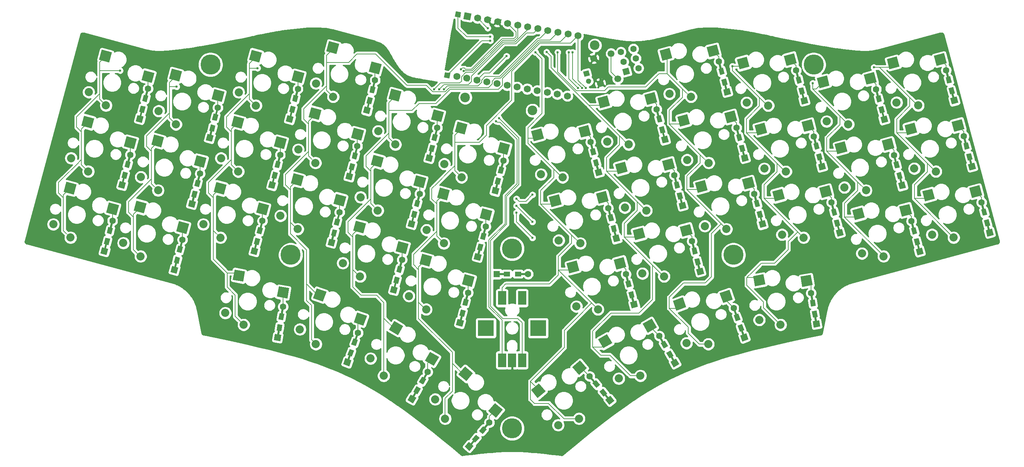
<source format=gbl>
G04 #@! TF.GenerationSoftware,KiCad,Pcbnew,(5.1.9)-1*
G04 #@! TF.CreationDate,2021-07-05T21:58:00+03:00*
G04 #@! TF.ProjectId,choctopus44,63686f63-746f-4707-9573-34342e6b6963,1.0 Prototype*
G04 #@! TF.SameCoordinates,Original*
G04 #@! TF.FileFunction,Copper,L2,Bot*
G04 #@! TF.FilePolarity,Positive*
%FSLAX46Y46*%
G04 Gerber Fmt 4.6, Leading zero omitted, Abs format (unit mm)*
G04 Created by KiCad (PCBNEW (5.1.9)-1) date 2021-07-05 21:58:00*
%MOMM*%
%LPD*%
G01*
G04 APERTURE LIST*
G04 #@! TA.AperFunction,ComponentPad*
%ADD10R,2.000000X3.500000*%
G04 #@! TD*
G04 #@! TA.AperFunction,ComponentPad*
%ADD11R,4.000000X4.000000*%
G04 #@! TD*
G04 #@! TA.AperFunction,SMDPad,CuDef*
%ADD12C,0.100000*%
G04 #@! TD*
G04 #@! TA.AperFunction,ComponentPad*
%ADD13C,2.032000*%
G04 #@! TD*
G04 #@! TA.AperFunction,ComponentPad*
%ADD14C,1.752600*%
G04 #@! TD*
G04 #@! TA.AperFunction,ComponentPad*
%ADD15C,0.100000*%
G04 #@! TD*
G04 #@! TA.AperFunction,ComponentPad*
%ADD16C,1.600000*%
G04 #@! TD*
G04 #@! TA.AperFunction,SMDPad,CuDef*
%ADD17R,2.900000X0.500000*%
G04 #@! TD*
G04 #@! TA.AperFunction,SMDPad,CuDef*
%ADD18R,1.600000X1.200000*%
G04 #@! TD*
G04 #@! TA.AperFunction,ComponentPad*
%ADD19R,1.600000X1.600000*%
G04 #@! TD*
G04 #@! TA.AperFunction,WasherPad*
%ADD20C,5.000000*%
G04 #@! TD*
G04 #@! TA.AperFunction,ComponentPad*
%ADD21C,1.700000*%
G04 #@! TD*
G04 #@! TA.AperFunction,WasherPad*
%ADD22C,2.400000*%
G04 #@! TD*
G04 #@! TA.AperFunction,ViaPad*
%ADD23C,0.600000*%
G04 #@! TD*
G04 #@! TA.AperFunction,Conductor*
%ADD24C,0.200000*%
G04 #@! TD*
G04 #@! TA.AperFunction,Conductor*
%ADD25C,0.600000*%
G04 #@! TD*
G04 #@! TA.AperFunction,Conductor*
%ADD26C,0.254000*%
G04 #@! TD*
G04 #@! TA.AperFunction,Conductor*
%ADD27C,0.100000*%
G04 #@! TD*
G04 APERTURE END LIST*
D10*
X147160000Y-122000000D03*
X142160000Y-122000000D03*
D11*
X151160000Y-129500000D03*
X138160000Y-129500000D03*
D10*
X147160000Y-137500000D03*
X144660000Y-137500000D03*
X142160000Y-137500000D03*
G04 #@! TA.AperFunction,SMDPad,CuDef*
D12*
G36*
X166550381Y-74724276D02*
G01*
X165877452Y-72212869D01*
X168388859Y-71539940D01*
X169061788Y-74051347D01*
X166550381Y-74724276D01*
G37*
G04 #@! TD.AperFunction*
D13*
X168326883Y-82996347D03*
X173700032Y-83730696D03*
G04 #@! TA.AperFunction,SMDPad,CuDef*
D12*
G36*
X178276226Y-73859953D02*
G01*
X177603297Y-71348546D01*
X180114704Y-70675617D01*
X180787633Y-73187024D01*
X178276226Y-73859953D01*
G37*
G04 #@! TD.AperFunction*
G04 #@! TA.AperFunction,SMDPad,CuDef*
G36*
X74827270Y-79093489D02*
G01*
X75500199Y-76582082D01*
X78011606Y-77255011D01*
X77338677Y-79766418D01*
X74827270Y-79093489D01*
G37*
G04 #@! TD.AperFunction*
D13*
X72229730Y-87145564D03*
X76515840Y-90468103D03*
G04 #@! TA.AperFunction,SMDPad,CuDef*
D12*
G36*
X85414312Y-84207886D02*
G01*
X86087241Y-81696479D01*
X88598648Y-82369408D01*
X87925719Y-84880815D01*
X85414312Y-84207886D01*
G37*
G04 #@! TD.AperFunction*
G04 #@! TA.AperFunction,SMDPad,CuDef*
G36*
X130403315Y-80532737D02*
G01*
X131076244Y-78021330D01*
X133587651Y-78694259D01*
X132914722Y-81205666D01*
X130403315Y-80532737D01*
G37*
G04 #@! TD.AperFunction*
D13*
X127805775Y-88584812D03*
X132091885Y-91907351D03*
G04 #@! TA.AperFunction,SMDPad,CuDef*
D12*
G36*
X140990357Y-85647134D02*
G01*
X141663286Y-83135727D01*
X144174693Y-83808656D01*
X143501764Y-86320063D01*
X140990357Y-85647134D01*
G37*
G04 #@! TD.AperFunction*
G04 #@! TA.AperFunction,SMDPad,CuDef*
G36*
X182039758Y-62831031D02*
G01*
X181366829Y-60319624D01*
X183878236Y-59646695D01*
X184551165Y-62158102D01*
X182039758Y-62831031D01*
G37*
G04 #@! TD.AperFunction*
D13*
X183816260Y-71103102D03*
X189189409Y-71837451D03*
G04 #@! TA.AperFunction,SMDPad,CuDef*
D12*
G36*
X193765603Y-61966708D02*
G01*
X193092674Y-59455301D01*
X195604081Y-58782372D01*
X196277010Y-61293779D01*
X193765603Y-61966708D01*
G37*
G04 #@! TD.AperFunction*
G04 #@! TA.AperFunction,SMDPad,CuDef*
G36*
X113933276Y-72356164D02*
G01*
X114606205Y-69844757D01*
X117117612Y-70517686D01*
X116444683Y-73029093D01*
X113933276Y-72356164D01*
G37*
G04 #@! TD.AperFunction*
D13*
X111335736Y-80408239D03*
X115621846Y-83730778D03*
G04 #@! TA.AperFunction,SMDPad,CuDef*
D12*
G36*
X124520318Y-77470561D02*
G01*
X125193247Y-74959154D01*
X127704654Y-75632083D01*
X127031725Y-78143490D01*
X124520318Y-77470561D01*
G37*
G04 #@! TD.AperFunction*
G04 #@! TA.AperFunction,SMDPad,CuDef*
G36*
X247400206Y-97926039D02*
G01*
X246727277Y-95414632D01*
X249238684Y-94741703D01*
X249911613Y-97253110D01*
X247400206Y-97926039D01*
G37*
G04 #@! TD.AperFunction*
D13*
X249176708Y-106198110D03*
X254549857Y-106932459D03*
G04 #@! TA.AperFunction,SMDPad,CuDef*
D12*
G36*
X259126051Y-97061716D02*
G01*
X258453122Y-94550309D01*
X260964529Y-93877380D01*
X261637458Y-96388787D01*
X259126051Y-97061716D01*
G37*
G04 #@! TD.AperFunction*
G04 #@! TA.AperFunction,SMDPad,CuDef*
G36*
X98443899Y-60462919D02*
G01*
X99116828Y-57951512D01*
X101628235Y-58624441D01*
X100955306Y-61135848D01*
X98443899Y-60462919D01*
G37*
G04 #@! TD.AperFunction*
D13*
X95846359Y-68514994D03*
X100132469Y-71837533D03*
G04 #@! TA.AperFunction,SMDPad,CuDef*
D12*
G36*
X109030941Y-65577316D02*
G01*
X109703870Y-63065909D01*
X112215277Y-63738838D01*
X111542348Y-66250245D01*
X109030941Y-65577316D01*
G37*
G04 #@! TD.AperFunction*
G04 #@! TA.AperFunction,SMDPad,CuDef*
G36*
X33083452Y-95557927D02*
G01*
X33756381Y-93046520D01*
X36267788Y-93719449D01*
X35594859Y-96230856D01*
X33083452Y-95557927D01*
G37*
G04 #@! TD.AperFunction*
D13*
X30485912Y-103610002D03*
X34772022Y-106932541D03*
G04 #@! TA.AperFunction,SMDPad,CuDef*
D12*
G36*
X43670494Y-100672324D02*
G01*
X44343423Y-98160917D01*
X46854830Y-98833846D01*
X46181901Y-101345253D01*
X43670494Y-100672324D01*
G37*
G04 #@! TD.AperFunction*
G04 #@! TA.AperFunction,SMDPad,CuDef*
G36*
X131279310Y-141051073D02*
G01*
X132950558Y-139059357D01*
X134942274Y-140730605D01*
X133271026Y-142722321D01*
X131279310Y-141051073D01*
G37*
G04 #@! TD.AperFunction*
D13*
X125522186Y-147250964D03*
X128002554Y-152073595D03*
G04 #@! TA.AperFunction,SMDPad,CuDef*
D12*
G36*
X138712990Y-150160568D02*
G01*
X140384238Y-148168852D01*
X142375954Y-149840100D01*
X140704706Y-151831816D01*
X138712990Y-150160568D01*
G37*
G04 #@! TD.AperFunction*
G04 #@! TA.AperFunction,SMDPad,CuDef*
G36*
X185579347Y-125142532D02*
G01*
X184690094Y-122699331D01*
X187133295Y-121810078D01*
X188022548Y-124253279D01*
X185579347Y-125142532D01*
G37*
G04 #@! TD.AperFunction*
D13*
X188070047Y-133228293D03*
X193486753Y-133491546D03*
G04 #@! TA.AperFunction,SMDPad,CuDef*
D12*
G36*
X197185241Y-123259523D02*
G01*
X196295988Y-120816322D01*
X198739189Y-119927069D01*
X199628442Y-122370270D01*
X197185241Y-123259523D01*
G37*
G04 #@! TD.AperFunction*
G04 #@! TA.AperFunction,SMDPad,CuDef*
G36*
X167356026Y-134529677D02*
G01*
X166056026Y-132278011D01*
X168307692Y-130978011D01*
X169607692Y-133229677D01*
X167356026Y-134529677D01*
G37*
G04 #@! TD.AperFunction*
D13*
X171212965Y-142060092D03*
X176593092Y-141378745D03*
G04 #@! TA.AperFunction,SMDPad,CuDef*
D12*
G36*
X178458619Y-130659933D02*
G01*
X177158619Y-128408267D01*
X179410285Y-127108267D01*
X180710285Y-129359933D01*
X178458619Y-130659933D01*
G37*
G04 #@! TD.AperFunction*
G04 #@! TA.AperFunction,SMDPad,CuDef*
G36*
X95143013Y-122013047D02*
G01*
X96032266Y-119569846D01*
X98475467Y-120459099D01*
X97586214Y-122902300D01*
X95143013Y-122013047D01*
G37*
G04 #@! TD.AperFunction*
D13*
X91853573Y-129808091D03*
X95833794Y-133491546D03*
G04 #@! TA.AperFunction,SMDPad,CuDef*
D12*
G36*
X105244018Y-128030703D02*
G01*
X106133271Y-125587502D01*
X108576472Y-126476755D01*
X107687219Y-128919956D01*
X105244018Y-128030703D01*
G37*
G04 #@! TD.AperFunction*
G04 #@! TA.AperFunction,SMDPad,CuDef*
G36*
X75175877Y-117476203D02*
G01*
X75627363Y-114915703D01*
X78187863Y-115367189D01*
X77736377Y-117927689D01*
X75175877Y-117476203D01*
G37*
G04 #@! TD.AperFunction*
D13*
X73290007Y-125724029D03*
X77849385Y-128660366D03*
G04 #@! TA.AperFunction,SMDPad,CuDef*
D12*
G36*
X86168381Y-121648417D02*
G01*
X86619867Y-119087917D01*
X89180367Y-119539403D01*
X88728881Y-122099903D01*
X86168381Y-121648417D01*
G37*
G04 #@! TD.AperFunction*
G04 #@! TA.AperFunction,SMDPad,CuDef*
G36*
X229971495Y-102602848D02*
G01*
X229298566Y-100091441D01*
X231809973Y-99418512D01*
X232482902Y-101929919D01*
X229971495Y-102602848D01*
G37*
G04 #@! TD.AperFunction*
D13*
X231747997Y-110874919D03*
X237121146Y-111609268D03*
G04 #@! TA.AperFunction,SMDPad,CuDef*
D12*
G36*
X241697340Y-101738525D02*
G01*
X241024411Y-99227118D01*
X243535818Y-98554189D01*
X244208747Y-101065596D01*
X241697340Y-101738525D01*
G37*
G04 #@! TD.AperFunction*
G04 #@! TA.AperFunction,SMDPad,CuDef*
G36*
X210069340Y-97939691D02*
G01*
X209396411Y-95428284D01*
X211907818Y-94755355D01*
X212580747Y-97266762D01*
X210069340Y-97939691D01*
G37*
G04 #@! TD.AperFunction*
D13*
X211845842Y-106211762D03*
X217218991Y-106946111D03*
G04 #@! TA.AperFunction,SMDPad,CuDef*
D12*
G36*
X221795185Y-97075368D02*
G01*
X221122256Y-94563961D01*
X223633663Y-93891032D01*
X224306592Y-96402439D01*
X221795185Y-97075368D01*
G37*
G04 #@! TD.AperFunction*
G04 #@! TA.AperFunction,SMDPad,CuDef*
G36*
X175339428Y-107603375D02*
G01*
X174666499Y-105091968D01*
X177177906Y-104419039D01*
X177850835Y-106930446D01*
X175339428Y-107603375D01*
G37*
G04 #@! TD.AperFunction*
D13*
X177115930Y-115875446D03*
X182489079Y-116609795D03*
G04 #@! TA.AperFunction,SMDPad,CuDef*
D12*
G36*
X187065273Y-106739052D02*
G01*
X186392344Y-104227645D01*
X188903751Y-103554716D01*
X189576680Y-106066123D01*
X187065273Y-106739052D01*
G37*
G04 #@! TD.AperFunction*
G04 #@! TA.AperFunction,SMDPad,CuDef*
G36*
X242986382Y-81437988D02*
G01*
X242313453Y-78926581D01*
X244824860Y-78253652D01*
X245497789Y-80765059D01*
X242986382Y-81437988D01*
G37*
G04 #@! TD.AperFunction*
D13*
X244762884Y-89710059D03*
X250136033Y-90444408D03*
G04 #@! TA.AperFunction,SMDPad,CuDef*
D12*
G36*
X254712227Y-80573665D02*
G01*
X254039298Y-78062258D01*
X256550705Y-77389329D01*
X257223634Y-79900736D01*
X254712227Y-80573665D01*
G37*
G04 #@! TD.AperFunction*
G04 #@! TA.AperFunction,SMDPad,CuDef*
G36*
X225601005Y-86151158D02*
G01*
X224928076Y-83639751D01*
X227439483Y-82966822D01*
X228112412Y-85478229D01*
X225601005Y-86151158D01*
G37*
G04 #@! TD.AperFunction*
D13*
X227377507Y-94423229D03*
X232750656Y-95157578D03*
G04 #@! TA.AperFunction,SMDPad,CuDef*
D12*
G36*
X237326850Y-85286835D02*
G01*
X236653921Y-82775428D01*
X239165328Y-82102499D01*
X239838257Y-84613906D01*
X237326850Y-85286835D01*
G37*
G04 #@! TD.AperFunction*
G04 #@! TA.AperFunction,SMDPad,CuDef*
G36*
X205656388Y-81461601D02*
G01*
X204983459Y-78950194D01*
X207494866Y-78277265D01*
X208167795Y-80788672D01*
X205656388Y-81461601D01*
G37*
G04 #@! TD.AperFunction*
D13*
X207432890Y-89733672D03*
X212806039Y-90468021D03*
G04 #@! TA.AperFunction,SMDPad,CuDef*
D12*
G36*
X217382233Y-80597278D02*
G01*
X216709304Y-78085871D01*
X219220711Y-77412942D01*
X219893640Y-79924349D01*
X217382233Y-80597278D01*
G37*
G04 #@! TD.AperFunction*
G04 #@! TA.AperFunction,SMDPad,CuDef*
G36*
X186442749Y-79309992D02*
G01*
X185769820Y-76798585D01*
X188281227Y-76125656D01*
X188954156Y-78637063D01*
X186442749Y-79309992D01*
G37*
G04 #@! TD.AperFunction*
D13*
X188219251Y-87582063D03*
X193592400Y-88316412D03*
G04 #@! TA.AperFunction,SMDPad,CuDef*
D12*
G36*
X198168594Y-78445669D02*
G01*
X197495665Y-75934262D01*
X200007072Y-75261333D01*
X200680001Y-77772740D01*
X198168594Y-78445669D01*
G37*
G04 #@! TD.AperFunction*
G04 #@! TA.AperFunction,SMDPad,CuDef*
G36*
X170940795Y-91174223D02*
G01*
X170267866Y-88662816D01*
X172779273Y-87989887D01*
X173452202Y-90501294D01*
X170940795Y-91174223D01*
G37*
G04 #@! TD.AperFunction*
D13*
X172717297Y-99446294D03*
X178090446Y-100180643D03*
G04 #@! TA.AperFunction,SMDPad,CuDef*
D12*
G36*
X182666640Y-90309900D02*
G01*
X181993711Y-87798493D01*
X184505118Y-87125564D01*
X185178047Y-89636971D01*
X182666640Y-90309900D01*
G37*
G04 #@! TD.AperFunction*
G04 #@! TA.AperFunction,SMDPad,CuDef*
G36*
X154491552Y-99359015D02*
G01*
X153818623Y-96847608D01*
X156330030Y-96174679D01*
X157002959Y-98686086D01*
X154491552Y-99359015D01*
G37*
G04 #@! TD.AperFunction*
D13*
X156268054Y-107631086D03*
X161641203Y-108365435D03*
G04 #@! TA.AperFunction,SMDPad,CuDef*
D12*
G36*
X166217397Y-98494692D02*
G01*
X165544468Y-95983285D01*
X168055875Y-95310356D01*
X168728804Y-97821763D01*
X166217397Y-98494692D01*
G37*
G04 #@! TD.AperFunction*
G04 #@! TA.AperFunction,SMDPad,CuDef*
G36*
X105144229Y-105235263D02*
G01*
X105817158Y-102723856D01*
X108328565Y-103396785D01*
X107655636Y-105908192D01*
X105144229Y-105235263D01*
G37*
G04 #@! TD.AperFunction*
D13*
X102546689Y-113287338D03*
X106832799Y-116609877D03*
G04 #@! TA.AperFunction,SMDPad,CuDef*
D12*
G36*
X115731271Y-110349660D02*
G01*
X116404200Y-107838253D01*
X118915607Y-108511182D01*
X118242678Y-111022589D01*
X115731271Y-110349660D01*
G37*
G04 #@! TD.AperFunction*
G04 #@! TA.AperFunction,SMDPad,CuDef*
G36*
X89621725Y-93429463D02*
G01*
X90294654Y-90918056D01*
X92806061Y-91590985D01*
X92133132Y-94102392D01*
X89621725Y-93429463D01*
G37*
G04 #@! TD.AperFunction*
D13*
X87024185Y-101481538D03*
X91310295Y-104804077D03*
G04 #@! TA.AperFunction,SMDPad,CuDef*
D12*
G36*
X100208767Y-98543860D02*
G01*
X100881696Y-96032453D01*
X103393103Y-96705382D01*
X102720174Y-99216789D01*
X100208767Y-98543860D01*
G37*
G04 #@! TD.AperFunction*
G04 #@! TA.AperFunction,SMDPad,CuDef*
G36*
X70414317Y-95571579D02*
G01*
X71087246Y-93060172D01*
X73598653Y-93733101D01*
X72925724Y-96244508D01*
X70414317Y-95571579D01*
G37*
G04 #@! TD.AperFunction*
D13*
X67816777Y-103623654D03*
X72102887Y-106946193D03*
G04 #@! TA.AperFunction,SMDPad,CuDef*
D12*
G36*
X81001359Y-100685976D02*
G01*
X81674288Y-98174569D01*
X84185695Y-98847498D01*
X83512766Y-101358905D01*
X81001359Y-100685976D01*
G37*
G04 #@! TD.AperFunction*
G04 #@! TA.AperFunction,SMDPad,CuDef*
G36*
X125992105Y-96990903D02*
G01*
X126665034Y-94479496D01*
X129176441Y-95152425D01*
X128503512Y-97663832D01*
X125992105Y-96990903D01*
G37*
G04 #@! TD.AperFunction*
D13*
X123394565Y-105042978D03*
X127680675Y-108365517D03*
G04 #@! TA.AperFunction,SMDPad,CuDef*
D12*
G36*
X136579147Y-102105300D02*
G01*
X137252076Y-99593893D01*
X139763483Y-100266822D01*
X139090554Y-102778229D01*
X136579147Y-102105300D01*
G37*
G04 #@! TD.AperFunction*
G04 #@! TA.AperFunction,SMDPad,CuDef*
G36*
X109542862Y-88806111D02*
G01*
X110215791Y-86294704D01*
X112727198Y-86967633D01*
X112054269Y-89479040D01*
X109542862Y-88806111D01*
G37*
G04 #@! TD.AperFunction*
D13*
X106945322Y-96858186D03*
X111231432Y-100180725D03*
G04 #@! TA.AperFunction,SMDPad,CuDef*
D12*
G36*
X120129904Y-93920508D02*
G01*
X120802833Y-91409101D01*
X123314240Y-92082030D01*
X122641311Y-94593437D01*
X120129904Y-93920508D01*
G37*
G04 #@! TD.AperFunction*
G04 #@! TA.AperFunction,SMDPad,CuDef*
G36*
X54882653Y-83783046D02*
G01*
X55555582Y-81271639D01*
X58066989Y-81944568D01*
X57394060Y-84455975D01*
X54882653Y-83783046D01*
G37*
G04 #@! TD.AperFunction*
D13*
X52285113Y-91835121D03*
X56571223Y-95157660D03*
G04 #@! TA.AperFunction,SMDPad,CuDef*
D12*
G36*
X65469695Y-88897443D02*
G01*
X66142624Y-86386036D01*
X68654031Y-87058965D01*
X67981102Y-89570372D01*
X65469695Y-88897443D01*
G37*
G04 #@! TD.AperFunction*
G04 #@! TA.AperFunction,SMDPad,CuDef*
G36*
X79227646Y-62644413D02*
G01*
X79900575Y-60133006D01*
X82411982Y-60805935D01*
X81739053Y-63317342D01*
X79227646Y-62644413D01*
G37*
G04 #@! TD.AperFunction*
D13*
X76630106Y-70696488D03*
X80916216Y-74019027D03*
G04 #@! TA.AperFunction,SMDPad,CuDef*
D12*
G36*
X89814688Y-67758810D02*
G01*
X90487617Y-65247403D01*
X92999024Y-65920332D01*
X92326095Y-68431739D01*
X89814688Y-67758810D01*
G37*
G04 #@! TD.AperFunction*
G04 #@! TA.AperFunction,SMDPad,CuDef*
G36*
X59313786Y-67326623D02*
G01*
X59986715Y-64815216D01*
X62498122Y-65488145D01*
X61825193Y-67999552D01*
X59313786Y-67326623D01*
G37*
G04 #@! TD.AperFunction*
D13*
X56716246Y-75378698D03*
X61002356Y-78701237D03*
G04 #@! TA.AperFunction,SMDPad,CuDef*
D12*
G36*
X69900828Y-72441020D02*
G01*
X70573757Y-69929613D01*
X73085164Y-70602542D01*
X72412235Y-73113949D01*
X69900828Y-72441020D01*
G37*
G04 #@! TD.AperFunction*
G04 #@! TA.AperFunction,SMDPad,CuDef*
G36*
X41898524Y-62610838D02*
G01*
X42571453Y-60099431D01*
X45082860Y-60772360D01*
X44409931Y-63283767D01*
X41898524Y-62610838D01*
G37*
G04 #@! TD.AperFunction*
D13*
X39300984Y-70662913D03*
X43587094Y-73985452D03*
G04 #@! TA.AperFunction,SMDPad,CuDef*
D12*
G36*
X52485566Y-67725235D02*
G01*
X53158495Y-65213828D01*
X55669902Y-65886757D01*
X54996973Y-68398164D01*
X52485566Y-67725235D01*
G37*
G04 #@! TD.AperFunction*
G04 #@! TA.AperFunction,SMDPad,CuDef*
G36*
X205137041Y-119065085D02*
G01*
X204685555Y-116504585D01*
X207246055Y-116053099D01*
X207697541Y-118613599D01*
X205137041Y-119065085D01*
G37*
G04 #@! TD.AperFunction*
D13*
X206185824Y-127460510D03*
X211474524Y-128660366D03*
G04 #@! TA.AperFunction,SMDPad,CuDef*
D12*
G36*
X216893596Y-119226025D02*
G01*
X216442110Y-116665525D01*
X219002610Y-116214039D01*
X219454096Y-118774539D01*
X216893596Y-119226025D01*
G37*
G04 #@! TD.AperFunction*
G04 #@! TA.AperFunction,SMDPad,CuDef*
G36*
X151032281Y-146932580D02*
G01*
X149361033Y-144940864D01*
X151352749Y-143269616D01*
X153023997Y-145261332D01*
X151032281Y-146932580D01*
G37*
G04 #@! TD.AperFunction*
D13*
X156138268Y-153678840D03*
X161318344Y-152073595D03*
G04 #@! TA.AperFunction,SMDPad,CuDef*
D12*
G36*
X161294227Y-141193681D02*
G01*
X159622979Y-139201965D01*
X161614695Y-137530717D01*
X163285943Y-139522433D01*
X161294227Y-141193681D01*
G37*
G04 #@! TD.AperFunction*
G04 #@! TA.AperFunction,SMDPad,CuDef*
G36*
X37497276Y-79069876D02*
G01*
X38170205Y-76558469D01*
X40681612Y-77231398D01*
X40008683Y-79742805D01*
X37497276Y-79069876D01*
G37*
G04 #@! TD.AperFunction*
D13*
X34899736Y-87121951D03*
X39185846Y-90444490D03*
G04 #@! TA.AperFunction,SMDPad,CuDef*
D12*
G36*
X48084318Y-84184273D02*
G01*
X48757247Y-81672866D01*
X51268654Y-82345795D01*
X50595725Y-84857202D01*
X48084318Y-84184273D01*
G37*
G04 #@! TD.AperFunction*
G04 #@! TA.AperFunction,SMDPad,CuDef*
G36*
X190856573Y-95798044D02*
G01*
X190183644Y-93286637D01*
X192695051Y-92613708D01*
X193367980Y-95125115D01*
X190856573Y-95798044D01*
G37*
G04 #@! TD.AperFunction*
D13*
X192633075Y-104070115D03*
X198006224Y-104804464D03*
G04 #@! TA.AperFunction,SMDPad,CuDef*
D12*
G36*
X202582418Y-94933721D02*
G01*
X201909489Y-92422314D01*
X204420896Y-91749385D01*
X205093825Y-94260792D01*
X202582418Y-94933721D01*
G37*
G04 #@! TD.AperFunction*
G04 #@! TA.AperFunction,SMDPad,CuDef*
G36*
X50512162Y-100234736D02*
G01*
X51185091Y-97723329D01*
X53696498Y-98396258D01*
X53023569Y-100907665D01*
X50512162Y-100234736D01*
G37*
G04 #@! TD.AperFunction*
D13*
X47914622Y-108286811D03*
X52200732Y-111609350D03*
G04 #@! TA.AperFunction,SMDPad,CuDef*
D12*
G36*
X61099204Y-105349133D02*
G01*
X61772133Y-102837726D01*
X64283540Y-103510655D01*
X63610611Y-106022062D01*
X61099204Y-105349133D01*
G37*
G04 #@! TD.AperFunction*
G04 #@! TA.AperFunction,SMDPad,CuDef*
G36*
X158893672Y-115828015D02*
G01*
X158220743Y-113316608D01*
X160732150Y-112643679D01*
X161405079Y-115155086D01*
X158893672Y-115828015D01*
G37*
G04 #@! TD.AperFunction*
D13*
X160670174Y-124100086D03*
X166043323Y-124834435D03*
G04 #@! TA.AperFunction,SMDPad,CuDef*
D12*
G36*
X170619517Y-114963692D02*
G01*
X169946588Y-112452285D01*
X172457995Y-111779356D01*
X173130924Y-114290763D01*
X170619517Y-114963692D01*
G37*
G04 #@! TD.AperFunction*
G04 #@! TA.AperFunction,SMDPad,CuDef*
G36*
X238585134Y-64978950D02*
G01*
X237912205Y-62467543D01*
X240423612Y-61794614D01*
X241096541Y-64306021D01*
X238585134Y-64978950D01*
G37*
G04 #@! TD.AperFunction*
D13*
X240361636Y-73251021D03*
X245734785Y-73985370D03*
G04 #@! TA.AperFunction,SMDPad,CuDef*
D12*
G36*
X250310979Y-64114627D02*
G01*
X249638050Y-61603220D01*
X252149457Y-60930291D01*
X252822386Y-63441698D01*
X250310979Y-64114627D01*
G37*
G04 #@! TD.AperFunction*
G04 #@! TA.AperFunction,SMDPad,CuDef*
G36*
X121589986Y-113459903D02*
G01*
X122262915Y-110948496D01*
X124774322Y-111621425D01*
X124101393Y-114132832D01*
X121589986Y-113459903D01*
G37*
G04 #@! TD.AperFunction*
D13*
X118992446Y-121511978D03*
X123278556Y-124834517D03*
G04 #@! TA.AperFunction,SMDPad,CuDef*
D12*
G36*
X132177028Y-118574300D02*
G01*
X132849957Y-116062893D01*
X135361364Y-116735822D01*
X134688435Y-119247229D01*
X132177028Y-118574300D01*
G37*
G04 #@! TD.AperFunction*
G04 #@! TA.AperFunction,SMDPad,CuDef*
G36*
X94040908Y-76941880D02*
G01*
X94713837Y-74430473D01*
X97225244Y-75103402D01*
X96552315Y-77614809D01*
X94040908Y-76941880D01*
G37*
G04 #@! TD.AperFunction*
D13*
X91443368Y-84993955D03*
X95729478Y-88316494D03*
G04 #@! TA.AperFunction,SMDPad,CuDef*
D12*
G36*
X104627950Y-82056277D02*
G01*
X105300879Y-79544870D01*
X107812286Y-80217799D01*
X107139357Y-82729206D01*
X104627950Y-82056277D01*
G37*
G04 #@! TD.AperFunction*
G04 #@! TA.AperFunction,SMDPad,CuDef*
G36*
X114034296Y-129954677D02*
G01*
X115334296Y-127703011D01*
X117585962Y-129003011D01*
X116285962Y-131254677D01*
X114034296Y-129954677D01*
G37*
G04 #@! TD.AperFunction*
D13*
X109441235Y-137060092D03*
X112721362Y-141378745D03*
G04 #@! TA.AperFunction,SMDPad,CuDef*
D12*
G36*
X122936889Y-137634933D02*
G01*
X124236889Y-135383267D01*
X126488555Y-136683267D01*
X125188555Y-138934933D01*
X122936889Y-137634933D01*
G37*
G04 #@! TD.AperFunction*
G04 #@! TA.AperFunction,SMDPad,CuDef*
G36*
X221169871Y-69694735D02*
G01*
X220496942Y-67183328D01*
X223008349Y-66510399D01*
X223681278Y-69021806D01*
X221169871Y-69694735D01*
G37*
G04 #@! TD.AperFunction*
D13*
X222946373Y-77966806D03*
X228319522Y-78701155D03*
G04 #@! TA.AperFunction,SMDPad,CuDef*
D12*
G36*
X232895716Y-68830412D02*
G01*
X232222787Y-66319005D01*
X234734194Y-65646076D01*
X235407123Y-68157483D01*
X232895716Y-68830412D01*
G37*
G04 #@! TD.AperFunction*
G04 #@! TA.AperFunction,SMDPad,CuDef*
G36*
X201256012Y-65012525D02*
G01*
X200583083Y-62501118D01*
X203094490Y-61828189D01*
X203767419Y-64339596D01*
X201256012Y-65012525D01*
G37*
G04 #@! TD.AperFunction*
D13*
X203032514Y-73284596D03*
X208405663Y-74018945D03*
G04 #@! TA.AperFunction,SMDPad,CuDef*
D12*
G36*
X212981857Y-64148202D02*
G01*
X212308928Y-61636795D01*
X214820335Y-60963866D01*
X215493264Y-63475273D01*
X212981857Y-64148202D01*
G37*
G04 #@! TD.AperFunction*
G04 #@! TA.AperFunction,SMDPad,CuDef*
G36*
X150080343Y-82900849D02*
G01*
X149407414Y-80389442D01*
X151918821Y-79716513D01*
X152591750Y-82227920D01*
X150080343Y-82900849D01*
G37*
G04 #@! TD.AperFunction*
D13*
X151856845Y-91172920D03*
X157229994Y-91907269D03*
G04 #@! TA.AperFunction,SMDPad,CuDef*
D12*
G36*
X161806188Y-82036526D02*
G01*
X161133259Y-79525119D01*
X163644666Y-78852190D01*
X164317595Y-81363597D01*
X161806188Y-82036526D01*
G37*
G04 #@! TD.AperFunction*
D14*
X130919037Y-66778370D03*
X161080963Y-56621630D03*
X133420448Y-67219436D03*
X135921860Y-67660503D03*
X138423272Y-68101569D03*
X140924683Y-68542636D03*
X143426095Y-68983702D03*
X145927507Y-69424768D03*
X148428918Y-69865835D03*
X150930330Y-70306901D03*
X153431742Y-70747967D03*
X155933154Y-71189034D03*
X158434565Y-71630100D03*
X158579552Y-56180564D03*
X156078140Y-55739497D03*
X153576728Y-55298431D03*
X151075317Y-54857364D03*
X148573905Y-54416298D03*
X146072493Y-53975232D03*
X143571082Y-53534165D03*
X141069670Y-53093099D03*
X138568258Y-52652033D03*
X136066846Y-52210966D03*
G04 #@! TA.AperFunction,ComponentPad*
D15*
G36*
X132550280Y-52480719D02*
G01*
X132854616Y-50754745D01*
X134580590Y-51059081D01*
X134276254Y-52785055D01*
X132550280Y-52480719D01*
G37*
G04 #@! TD.AperFunction*
G04 #@! TA.AperFunction,SMDPad,CuDef*
D12*
G36*
X133486442Y-120555443D02*
G01*
X133969405Y-120684852D01*
X133218830Y-123486037D01*
X132735867Y-123356628D01*
X133486442Y-120555443D01*
G37*
G04 #@! TD.AperFunction*
G04 #@! TA.AperFunction,SMDPad,CuDef*
G36*
X132695435Y-122155227D02*
G01*
X133854546Y-122465810D01*
X133440435Y-124011291D01*
X132281324Y-123700708D01*
X132695435Y-122155227D01*
G37*
G04 #@! TD.AperFunction*
G04 #@! TA.AperFunction,SMDPad,CuDef*
G36*
X131970741Y-124859819D02*
G01*
X133129852Y-125170402D01*
X132715741Y-126715883D01*
X131556630Y-126405300D01*
X131970741Y-124859819D01*
G37*
G04 #@! TD.AperFunction*
G04 #@! TA.AperFunction,SMDPad,CuDef*
G36*
X132192346Y-125385073D02*
G01*
X132675309Y-125514482D01*
X131924734Y-128315667D01*
X131441771Y-128186258D01*
X132192346Y-125385073D01*
G37*
G04 #@! TD.AperFunction*
D16*
X133714982Y-120668444D03*
G04 #@! TA.AperFunction,ComponentPad*
D15*
G36*
X131130509Y-127222870D02*
G01*
X132675990Y-127636981D01*
X132261879Y-129182462D01*
X130716398Y-128768351D01*
X131130509Y-127222870D01*
G37*
G04 #@! TD.AperFunction*
G04 #@! TA.AperFunction,SMDPad,CuDef*
D12*
G36*
X180409183Y-74981031D02*
G01*
X180892146Y-74851622D01*
X181642721Y-77652807D01*
X181159758Y-77782216D01*
X180409183Y-74981031D01*
G37*
G04 #@! TD.AperFunction*
G04 #@! TA.AperFunction,SMDPad,CuDef*
G36*
X180524042Y-76761989D02*
G01*
X181683153Y-76451406D01*
X182097264Y-77996887D01*
X180938153Y-78307470D01*
X180524042Y-76761989D01*
G37*
G04 #@! TD.AperFunction*
G04 #@! TA.AperFunction,SMDPad,CuDef*
G36*
X181248736Y-79466581D02*
G01*
X182407847Y-79155998D01*
X182821958Y-80701479D01*
X181662847Y-81012062D01*
X181248736Y-79466581D01*
G37*
G04 #@! TD.AperFunction*
G04 #@! TA.AperFunction,SMDPad,CuDef*
G36*
X181703279Y-79810661D02*
G01*
X182186242Y-79681252D01*
X182936817Y-82482437D01*
X182453854Y-82611846D01*
X181703279Y-79810661D01*
G37*
G04 #@! TD.AperFunction*
D16*
X180663606Y-74964623D03*
G04 #@! TA.AperFunction,ComponentPad*
D15*
G36*
X181702598Y-81933160D02*
G01*
X183248079Y-81519049D01*
X183662190Y-83064530D01*
X182116709Y-83478641D01*
X181702598Y-81933160D01*
G37*
G04 #@! TD.AperFunction*
G04 #@! TA.AperFunction,SMDPad,CuDef*
D12*
G36*
X172756183Y-116089297D02*
G01*
X173239146Y-115959888D01*
X173989721Y-118761073D01*
X173506758Y-118890482D01*
X172756183Y-116089297D01*
G37*
G04 #@! TD.AperFunction*
G04 #@! TA.AperFunction,SMDPad,CuDef*
G36*
X172871042Y-117870255D02*
G01*
X174030153Y-117559672D01*
X174444264Y-119105153D01*
X173285153Y-119415736D01*
X172871042Y-117870255D01*
G37*
G04 #@! TD.AperFunction*
G04 #@! TA.AperFunction,SMDPad,CuDef*
G36*
X173595736Y-120574847D02*
G01*
X174754847Y-120264264D01*
X175168958Y-121809745D01*
X174009847Y-122120328D01*
X173595736Y-120574847D01*
G37*
G04 #@! TD.AperFunction*
G04 #@! TA.AperFunction,SMDPad,CuDef*
G36*
X174050279Y-120918927D02*
G01*
X174533242Y-120789518D01*
X175283817Y-123590703D01*
X174800854Y-123720112D01*
X174050279Y-120918927D01*
G37*
G04 #@! TD.AperFunction*
D16*
X173010606Y-116072889D03*
G04 #@! TA.AperFunction,ComponentPad*
D15*
G36*
X174049598Y-123041426D02*
G01*
X175595079Y-122627315D01*
X176009190Y-124172796D01*
X174463709Y-124586907D01*
X174049598Y-123041426D01*
G37*
G04 #@! TD.AperFunction*
G04 #@! TA.AperFunction,SMDPad,CuDef*
D12*
G36*
X184799597Y-91430978D02*
G01*
X185282560Y-91301569D01*
X186033135Y-94102754D01*
X185550172Y-94232163D01*
X184799597Y-91430978D01*
G37*
G04 #@! TD.AperFunction*
G04 #@! TA.AperFunction,SMDPad,CuDef*
G36*
X184914456Y-93211936D02*
G01*
X186073567Y-92901353D01*
X186487678Y-94446834D01*
X185328567Y-94757417D01*
X184914456Y-93211936D01*
G37*
G04 #@! TD.AperFunction*
G04 #@! TA.AperFunction,SMDPad,CuDef*
G36*
X185639150Y-95916528D02*
G01*
X186798261Y-95605945D01*
X187212372Y-97151426D01*
X186053261Y-97462009D01*
X185639150Y-95916528D01*
G37*
G04 #@! TD.AperFunction*
G04 #@! TA.AperFunction,SMDPad,CuDef*
G36*
X186093693Y-96260608D02*
G01*
X186576656Y-96131199D01*
X187327231Y-98932384D01*
X186844268Y-99061793D01*
X186093693Y-96260608D01*
G37*
G04 #@! TD.AperFunction*
D16*
X185054020Y-91414570D03*
G04 #@! TA.AperFunction,ComponentPad*
D15*
G36*
X186093012Y-98383107D02*
G01*
X187638493Y-97968996D01*
X188052604Y-99514477D01*
X186507123Y-99928588D01*
X186093012Y-98383107D01*
G37*
G04 #@! TD.AperFunction*
G04 #@! TA.AperFunction,SMDPad,CuDef*
D12*
G36*
X53794980Y-69706378D02*
G01*
X54277943Y-69835787D01*
X53527368Y-72636972D01*
X53044405Y-72507563D01*
X53794980Y-69706378D01*
G37*
G04 #@! TD.AperFunction*
G04 #@! TA.AperFunction,SMDPad,CuDef*
G36*
X53003973Y-71306162D02*
G01*
X54163084Y-71616745D01*
X53748973Y-73162226D01*
X52589862Y-72851643D01*
X53003973Y-71306162D01*
G37*
G04 #@! TD.AperFunction*
G04 #@! TA.AperFunction,SMDPad,CuDef*
G36*
X52279279Y-74010754D02*
G01*
X53438390Y-74321337D01*
X53024279Y-75866818D01*
X51865168Y-75556235D01*
X52279279Y-74010754D01*
G37*
G04 #@! TD.AperFunction*
G04 #@! TA.AperFunction,SMDPad,CuDef*
G36*
X52500884Y-74536008D02*
G01*
X52983847Y-74665417D01*
X52233272Y-77466602D01*
X51750309Y-77337193D01*
X52500884Y-74536008D01*
G37*
G04 #@! TD.AperFunction*
D16*
X54023520Y-69819379D03*
G04 #@! TA.AperFunction,ComponentPad*
D15*
G36*
X51439047Y-76373805D02*
G01*
X52984528Y-76787916D01*
X52570417Y-78333397D01*
X51024936Y-77919286D01*
X51439047Y-76373805D01*
G37*
G04 #@! TD.AperFunction*
G04 #@! TA.AperFunction,SMDPad,CuDef*
D12*
G36*
X71210242Y-74422163D02*
G01*
X71693205Y-74551572D01*
X70942630Y-77352757D01*
X70459667Y-77223348D01*
X71210242Y-74422163D01*
G37*
G04 #@! TD.AperFunction*
G04 #@! TA.AperFunction,SMDPad,CuDef*
G36*
X70419235Y-76021947D02*
G01*
X71578346Y-76332530D01*
X71164235Y-77878011D01*
X70005124Y-77567428D01*
X70419235Y-76021947D01*
G37*
G04 #@! TD.AperFunction*
G04 #@! TA.AperFunction,SMDPad,CuDef*
G36*
X69694541Y-78726539D02*
G01*
X70853652Y-79037122D01*
X70439541Y-80582603D01*
X69280430Y-80272020D01*
X69694541Y-78726539D01*
G37*
G04 #@! TD.AperFunction*
G04 #@! TA.AperFunction,SMDPad,CuDef*
G36*
X69916146Y-79251793D02*
G01*
X70399109Y-79381202D01*
X69648534Y-82182387D01*
X69165571Y-82052978D01*
X69916146Y-79251793D01*
G37*
G04 #@! TD.AperFunction*
D16*
X71438782Y-74535164D03*
G04 #@! TA.AperFunction,ComponentPad*
D15*
G36*
X68854309Y-81089590D02*
G01*
X70399790Y-81503701D01*
X69985679Y-83049182D01*
X68440198Y-82635071D01*
X68854309Y-81089590D01*
G37*
G04 #@! TD.AperFunction*
G04 #@! TA.AperFunction,SMDPad,CuDef*
D12*
G36*
X91124102Y-69739953D02*
G01*
X91607065Y-69869362D01*
X90856490Y-72670547D01*
X90373527Y-72541138D01*
X91124102Y-69739953D01*
G37*
G04 #@! TD.AperFunction*
G04 #@! TA.AperFunction,SMDPad,CuDef*
G36*
X90333095Y-71339737D02*
G01*
X91492206Y-71650320D01*
X91078095Y-73195801D01*
X89918984Y-72885218D01*
X90333095Y-71339737D01*
G37*
G04 #@! TD.AperFunction*
G04 #@! TA.AperFunction,SMDPad,CuDef*
G36*
X89608401Y-74044329D02*
G01*
X90767512Y-74354912D01*
X90353401Y-75900393D01*
X89194290Y-75589810D01*
X89608401Y-74044329D01*
G37*
G04 #@! TD.AperFunction*
G04 #@! TA.AperFunction,SMDPad,CuDef*
G36*
X89830006Y-74569583D02*
G01*
X90312969Y-74698992D01*
X89562394Y-77500177D01*
X89079431Y-77370768D01*
X89830006Y-74569583D01*
G37*
G04 #@! TD.AperFunction*
D16*
X91352642Y-69852954D03*
G04 #@! TA.AperFunction,ComponentPad*
D15*
G36*
X88768169Y-76407380D02*
G01*
X90313650Y-76821491D01*
X89899539Y-78366972D01*
X88354058Y-77952861D01*
X88768169Y-76407380D01*
G37*
G04 #@! TD.AperFunction*
G04 #@! TA.AperFunction,SMDPad,CuDef*
D12*
G36*
X110340355Y-67558459D02*
G01*
X110823318Y-67687868D01*
X110072743Y-70489053D01*
X109589780Y-70359644D01*
X110340355Y-67558459D01*
G37*
G04 #@! TD.AperFunction*
G04 #@! TA.AperFunction,SMDPad,CuDef*
G36*
X109549348Y-69158243D02*
G01*
X110708459Y-69468826D01*
X110294348Y-71014307D01*
X109135237Y-70703724D01*
X109549348Y-69158243D01*
G37*
G04 #@! TD.AperFunction*
G04 #@! TA.AperFunction,SMDPad,CuDef*
G36*
X108824654Y-71862835D02*
G01*
X109983765Y-72173418D01*
X109569654Y-73718899D01*
X108410543Y-73408316D01*
X108824654Y-71862835D01*
G37*
G04 #@! TD.AperFunction*
G04 #@! TA.AperFunction,SMDPad,CuDef*
G36*
X109046259Y-72388089D02*
G01*
X109529222Y-72517498D01*
X108778647Y-75318683D01*
X108295684Y-75189274D01*
X109046259Y-72388089D01*
G37*
G04 #@! TD.AperFunction*
D16*
X110568895Y-67671460D03*
G04 #@! TA.AperFunction,ComponentPad*
D15*
G36*
X107984422Y-74225886D02*
G01*
X109529903Y-74639997D01*
X109115792Y-76185478D01*
X107570311Y-75771367D01*
X107984422Y-74225886D01*
G37*
G04 #@! TD.AperFunction*
G04 #@! TA.AperFunction,SMDPad,CuDef*
D12*
G36*
X125829732Y-79451704D02*
G01*
X126312695Y-79581113D01*
X125562120Y-82382298D01*
X125079157Y-82252889D01*
X125829732Y-79451704D01*
G37*
G04 #@! TD.AperFunction*
G04 #@! TA.AperFunction,SMDPad,CuDef*
G36*
X125038725Y-81051488D02*
G01*
X126197836Y-81362071D01*
X125783725Y-82907552D01*
X124624614Y-82596969D01*
X125038725Y-81051488D01*
G37*
G04 #@! TD.AperFunction*
G04 #@! TA.AperFunction,SMDPad,CuDef*
G36*
X124314031Y-83756080D02*
G01*
X125473142Y-84066663D01*
X125059031Y-85612144D01*
X123899920Y-85301561D01*
X124314031Y-83756080D01*
G37*
G04 #@! TD.AperFunction*
G04 #@! TA.AperFunction,SMDPad,CuDef*
G36*
X124535636Y-84281334D02*
G01*
X125018599Y-84410743D01*
X124268024Y-87211928D01*
X123785061Y-87082519D01*
X124535636Y-84281334D01*
G37*
G04 #@! TD.AperFunction*
D16*
X126058272Y-79564705D03*
G04 #@! TA.AperFunction,ComponentPad*
D15*
G36*
X123473799Y-86119131D02*
G01*
X125019280Y-86533242D01*
X124605169Y-88078723D01*
X123059688Y-87664612D01*
X123473799Y-86119131D01*
G37*
G04 #@! TD.AperFunction*
G04 #@! TA.AperFunction,SMDPad,CuDef*
D12*
G36*
X142299771Y-87628277D02*
G01*
X142782734Y-87757686D01*
X142032159Y-90558871D01*
X141549196Y-90429462D01*
X142299771Y-87628277D01*
G37*
G04 #@! TD.AperFunction*
G04 #@! TA.AperFunction,SMDPad,CuDef*
G36*
X141508764Y-89228061D02*
G01*
X142667875Y-89538644D01*
X142253764Y-91084125D01*
X141094653Y-90773542D01*
X141508764Y-89228061D01*
G37*
G04 #@! TD.AperFunction*
G04 #@! TA.AperFunction,SMDPad,CuDef*
G36*
X140784070Y-91932653D02*
G01*
X141943181Y-92243236D01*
X141529070Y-93788717D01*
X140369959Y-93478134D01*
X140784070Y-91932653D01*
G37*
G04 #@! TD.AperFunction*
G04 #@! TA.AperFunction,SMDPad,CuDef*
G36*
X141005675Y-92457907D02*
G01*
X141488638Y-92587316D01*
X140738063Y-95388501D01*
X140255100Y-95259092D01*
X141005675Y-92457907D01*
G37*
G04 #@! TD.AperFunction*
D16*
X142528311Y-87741278D03*
G04 #@! TA.AperFunction,ComponentPad*
D15*
G36*
X139943838Y-94295704D02*
G01*
X141489319Y-94709815D01*
X141075208Y-96255296D01*
X139529727Y-95841185D01*
X139943838Y-94295704D01*
G37*
G04 #@! TD.AperFunction*
G04 #@! TA.AperFunction,SMDPad,CuDef*
D12*
G36*
X49393732Y-86165416D02*
G01*
X49876695Y-86294825D01*
X49126120Y-89096010D01*
X48643157Y-88966601D01*
X49393732Y-86165416D01*
G37*
G04 #@! TD.AperFunction*
G04 #@! TA.AperFunction,SMDPad,CuDef*
G36*
X48602725Y-87765200D02*
G01*
X49761836Y-88075783D01*
X49347725Y-89621264D01*
X48188614Y-89310681D01*
X48602725Y-87765200D01*
G37*
G04 #@! TD.AperFunction*
G04 #@! TA.AperFunction,SMDPad,CuDef*
G36*
X47878031Y-90469792D02*
G01*
X49037142Y-90780375D01*
X48623031Y-92325856D01*
X47463920Y-92015273D01*
X47878031Y-90469792D01*
G37*
G04 #@! TD.AperFunction*
G04 #@! TA.AperFunction,SMDPad,CuDef*
G36*
X48099636Y-90995046D02*
G01*
X48582599Y-91124455D01*
X47832024Y-93925640D01*
X47349061Y-93796231D01*
X48099636Y-90995046D01*
G37*
G04 #@! TD.AperFunction*
D16*
X49622272Y-86278417D03*
G04 #@! TA.AperFunction,ComponentPad*
D15*
G36*
X47037799Y-92832843D02*
G01*
X48583280Y-93246954D01*
X48169169Y-94792435D01*
X46623688Y-94378324D01*
X47037799Y-92832843D01*
G37*
G04 #@! TD.AperFunction*
G04 #@! TA.AperFunction,SMDPad,CuDef*
D12*
G36*
X66779109Y-90878586D02*
G01*
X67262072Y-91007995D01*
X66511497Y-93809180D01*
X66028534Y-93679771D01*
X66779109Y-90878586D01*
G37*
G04 #@! TD.AperFunction*
G04 #@! TA.AperFunction,SMDPad,CuDef*
G36*
X65988102Y-92478370D02*
G01*
X67147213Y-92788953D01*
X66733102Y-94334434D01*
X65573991Y-94023851D01*
X65988102Y-92478370D01*
G37*
G04 #@! TD.AperFunction*
G04 #@! TA.AperFunction,SMDPad,CuDef*
G36*
X65263408Y-95182962D02*
G01*
X66422519Y-95493545D01*
X66008408Y-97039026D01*
X64849297Y-96728443D01*
X65263408Y-95182962D01*
G37*
G04 #@! TD.AperFunction*
G04 #@! TA.AperFunction,SMDPad,CuDef*
G36*
X65485013Y-95708216D02*
G01*
X65967976Y-95837625D01*
X65217401Y-98638810D01*
X64734438Y-98509401D01*
X65485013Y-95708216D01*
G37*
G04 #@! TD.AperFunction*
D16*
X67007649Y-90991587D03*
G04 #@! TA.AperFunction,ComponentPad*
D15*
G36*
X64423176Y-97546013D02*
G01*
X65968657Y-97960124D01*
X65554546Y-99505605D01*
X64009065Y-99091494D01*
X64423176Y-97546013D01*
G37*
G04 #@! TD.AperFunction*
G04 #@! TA.AperFunction,SMDPad,CuDef*
D12*
G36*
X86723726Y-86189029D02*
G01*
X87206689Y-86318438D01*
X86456114Y-89119623D01*
X85973151Y-88990214D01*
X86723726Y-86189029D01*
G37*
G04 #@! TD.AperFunction*
G04 #@! TA.AperFunction,SMDPad,CuDef*
G36*
X85932719Y-87788813D02*
G01*
X87091830Y-88099396D01*
X86677719Y-89644877D01*
X85518608Y-89334294D01*
X85932719Y-87788813D01*
G37*
G04 #@! TD.AperFunction*
G04 #@! TA.AperFunction,SMDPad,CuDef*
G36*
X85208025Y-90493405D02*
G01*
X86367136Y-90803988D01*
X85953025Y-92349469D01*
X84793914Y-92038886D01*
X85208025Y-90493405D01*
G37*
G04 #@! TD.AperFunction*
G04 #@! TA.AperFunction,SMDPad,CuDef*
G36*
X85429630Y-91018659D02*
G01*
X85912593Y-91148068D01*
X85162018Y-93949253D01*
X84679055Y-93819844D01*
X85429630Y-91018659D01*
G37*
G04 #@! TD.AperFunction*
D16*
X86952266Y-86302030D03*
G04 #@! TA.AperFunction,ComponentPad*
D15*
G36*
X84367793Y-92856456D02*
G01*
X85913274Y-93270567D01*
X85499163Y-94816048D01*
X83953682Y-94401937D01*
X84367793Y-92856456D01*
G37*
G04 #@! TD.AperFunction*
G04 #@! TA.AperFunction,SMDPad,CuDef*
D12*
G36*
X105937364Y-84037420D02*
G01*
X106420327Y-84166829D01*
X105669752Y-86968014D01*
X105186789Y-86838605D01*
X105937364Y-84037420D01*
G37*
G04 #@! TD.AperFunction*
G04 #@! TA.AperFunction,SMDPad,CuDef*
G36*
X105146357Y-85637204D02*
G01*
X106305468Y-85947787D01*
X105891357Y-87493268D01*
X104732246Y-87182685D01*
X105146357Y-85637204D01*
G37*
G04 #@! TD.AperFunction*
G04 #@! TA.AperFunction,SMDPad,CuDef*
G36*
X104421663Y-88341796D02*
G01*
X105580774Y-88652379D01*
X105166663Y-90197860D01*
X104007552Y-89887277D01*
X104421663Y-88341796D01*
G37*
G04 #@! TD.AperFunction*
G04 #@! TA.AperFunction,SMDPad,CuDef*
G36*
X104643268Y-88867050D02*
G01*
X105126231Y-88996459D01*
X104375656Y-91797644D01*
X103892693Y-91668235D01*
X104643268Y-88867050D01*
G37*
G04 #@! TD.AperFunction*
D16*
X106165904Y-84150421D03*
G04 #@! TA.AperFunction,ComponentPad*
D15*
G36*
X103581431Y-90704847D02*
G01*
X105126912Y-91118958D01*
X104712801Y-92664439D01*
X103167320Y-92250328D01*
X103581431Y-90704847D01*
G37*
G04 #@! TD.AperFunction*
G04 #@! TA.AperFunction,SMDPad,CuDef*
D12*
G36*
X121439318Y-95901651D02*
G01*
X121922281Y-96031060D01*
X121171706Y-98832245D01*
X120688743Y-98702836D01*
X121439318Y-95901651D01*
G37*
G04 #@! TD.AperFunction*
G04 #@! TA.AperFunction,SMDPad,CuDef*
G36*
X120648311Y-97501435D02*
G01*
X121807422Y-97812018D01*
X121393311Y-99357499D01*
X120234200Y-99046916D01*
X120648311Y-97501435D01*
G37*
G04 #@! TD.AperFunction*
G04 #@! TA.AperFunction,SMDPad,CuDef*
G36*
X119923617Y-100206027D02*
G01*
X121082728Y-100516610D01*
X120668617Y-102062091D01*
X119509506Y-101751508D01*
X119923617Y-100206027D01*
G37*
G04 #@! TD.AperFunction*
G04 #@! TA.AperFunction,SMDPad,CuDef*
G36*
X120145222Y-100731281D02*
G01*
X120628185Y-100860690D01*
X119877610Y-103661875D01*
X119394647Y-103532466D01*
X120145222Y-100731281D01*
G37*
G04 #@! TD.AperFunction*
D16*
X121667858Y-96014652D03*
G04 #@! TA.AperFunction,ComponentPad*
D15*
G36*
X119083385Y-102569078D02*
G01*
X120628866Y-102983189D01*
X120214755Y-104528670D01*
X118669274Y-104114559D01*
X119083385Y-102569078D01*
G37*
G04 #@! TD.AperFunction*
G04 #@! TA.AperFunction,SMDPad,CuDef*
D12*
G36*
X137888561Y-104086443D02*
G01*
X138371524Y-104215852D01*
X137620949Y-107017037D01*
X137137986Y-106887628D01*
X137888561Y-104086443D01*
G37*
G04 #@! TD.AperFunction*
G04 #@! TA.AperFunction,SMDPad,CuDef*
G36*
X137097554Y-105686227D02*
G01*
X138256665Y-105996810D01*
X137842554Y-107542291D01*
X136683443Y-107231708D01*
X137097554Y-105686227D01*
G37*
G04 #@! TD.AperFunction*
G04 #@! TA.AperFunction,SMDPad,CuDef*
G36*
X136372860Y-108390819D02*
G01*
X137531971Y-108701402D01*
X137117860Y-110246883D01*
X135958749Y-109936300D01*
X136372860Y-108390819D01*
G37*
G04 #@! TD.AperFunction*
G04 #@! TA.AperFunction,SMDPad,CuDef*
G36*
X136594465Y-108916073D02*
G01*
X137077428Y-109045482D01*
X136326853Y-111846667D01*
X135843890Y-111717258D01*
X136594465Y-108916073D01*
G37*
G04 #@! TD.AperFunction*
D16*
X138117101Y-104199444D03*
G04 #@! TA.AperFunction,ComponentPad*
D15*
G36*
X135532628Y-110753870D02*
G01*
X137078109Y-111167981D01*
X136663998Y-112713462D01*
X135118517Y-112299351D01*
X135532628Y-110753870D01*
G37*
G04 #@! TD.AperFunction*
G04 #@! TA.AperFunction,SMDPad,CuDef*
D12*
G36*
X44979908Y-102653467D02*
G01*
X45462871Y-102782876D01*
X44712296Y-105584061D01*
X44229333Y-105454652D01*
X44979908Y-102653467D01*
G37*
G04 #@! TD.AperFunction*
G04 #@! TA.AperFunction,SMDPad,CuDef*
G36*
X44188901Y-104253251D02*
G01*
X45348012Y-104563834D01*
X44933901Y-106109315D01*
X43774790Y-105798732D01*
X44188901Y-104253251D01*
G37*
G04 #@! TD.AperFunction*
G04 #@! TA.AperFunction,SMDPad,CuDef*
G36*
X43464207Y-106957843D02*
G01*
X44623318Y-107268426D01*
X44209207Y-108813907D01*
X43050096Y-108503324D01*
X43464207Y-106957843D01*
G37*
G04 #@! TD.AperFunction*
G04 #@! TA.AperFunction,SMDPad,CuDef*
G36*
X43685812Y-107483097D02*
G01*
X44168775Y-107612506D01*
X43418200Y-110413691D01*
X42935237Y-110284282D01*
X43685812Y-107483097D01*
G37*
G04 #@! TD.AperFunction*
D16*
X45208448Y-102766468D03*
G04 #@! TA.AperFunction,ComponentPad*
D15*
G36*
X42623975Y-109320894D02*
G01*
X44169456Y-109735005D01*
X43755345Y-111280486D01*
X42209864Y-110866375D01*
X42623975Y-109320894D01*
G37*
G04 #@! TD.AperFunction*
G04 #@! TA.AperFunction,SMDPad,CuDef*
D12*
G36*
X62408618Y-107330276D02*
G01*
X62891581Y-107459685D01*
X62141006Y-110260870D01*
X61658043Y-110131461D01*
X62408618Y-107330276D01*
G37*
G04 #@! TD.AperFunction*
G04 #@! TA.AperFunction,SMDPad,CuDef*
G36*
X61617611Y-108930060D02*
G01*
X62776722Y-109240643D01*
X62362611Y-110786124D01*
X61203500Y-110475541D01*
X61617611Y-108930060D01*
G37*
G04 #@! TD.AperFunction*
G04 #@! TA.AperFunction,SMDPad,CuDef*
G36*
X60892917Y-111634652D02*
G01*
X62052028Y-111945235D01*
X61637917Y-113490716D01*
X60478806Y-113180133D01*
X60892917Y-111634652D01*
G37*
G04 #@! TD.AperFunction*
G04 #@! TA.AperFunction,SMDPad,CuDef*
G36*
X61114522Y-112159906D02*
G01*
X61597485Y-112289315D01*
X60846910Y-115090500D01*
X60363947Y-114961091D01*
X61114522Y-112159906D01*
G37*
G04 #@! TD.AperFunction*
D16*
X62637158Y-107443277D03*
G04 #@! TA.AperFunction,ComponentPad*
D15*
G36*
X60052685Y-113997703D02*
G01*
X61598166Y-114411814D01*
X61184055Y-115957295D01*
X59638574Y-115543184D01*
X60052685Y-113997703D01*
G37*
G04 #@! TD.AperFunction*
G04 #@! TA.AperFunction,SMDPad,CuDef*
D12*
G36*
X82310773Y-102667119D02*
G01*
X82793736Y-102796528D01*
X82043161Y-105597713D01*
X81560198Y-105468304D01*
X82310773Y-102667119D01*
G37*
G04 #@! TD.AperFunction*
G04 #@! TA.AperFunction,SMDPad,CuDef*
G36*
X81519766Y-104266903D02*
G01*
X82678877Y-104577486D01*
X82264766Y-106122967D01*
X81105655Y-105812384D01*
X81519766Y-104266903D01*
G37*
G04 #@! TD.AperFunction*
G04 #@! TA.AperFunction,SMDPad,CuDef*
G36*
X80795072Y-106971495D02*
G01*
X81954183Y-107282078D01*
X81540072Y-108827559D01*
X80380961Y-108516976D01*
X80795072Y-106971495D01*
G37*
G04 #@! TD.AperFunction*
G04 #@! TA.AperFunction,SMDPad,CuDef*
G36*
X81016677Y-107496749D02*
G01*
X81499640Y-107626158D01*
X80749065Y-110427343D01*
X80266102Y-110297934D01*
X81016677Y-107496749D01*
G37*
G04 #@! TD.AperFunction*
D16*
X82539313Y-102780120D03*
G04 #@! TA.AperFunction,ComponentPad*
D15*
G36*
X79954840Y-109334546D02*
G01*
X81500321Y-109748657D01*
X81086210Y-111294138D01*
X79540729Y-110880027D01*
X79954840Y-109334546D01*
G37*
G04 #@! TD.AperFunction*
G04 #@! TA.AperFunction,SMDPad,CuDef*
D12*
G36*
X101518181Y-100525003D02*
G01*
X102001144Y-100654412D01*
X101250569Y-103455597D01*
X100767606Y-103326188D01*
X101518181Y-100525003D01*
G37*
G04 #@! TD.AperFunction*
G04 #@! TA.AperFunction,SMDPad,CuDef*
G36*
X100727174Y-102124787D02*
G01*
X101886285Y-102435370D01*
X101472174Y-103980851D01*
X100313063Y-103670268D01*
X100727174Y-102124787D01*
G37*
G04 #@! TD.AperFunction*
G04 #@! TA.AperFunction,SMDPad,CuDef*
G36*
X100002480Y-104829379D02*
G01*
X101161591Y-105139962D01*
X100747480Y-106685443D01*
X99588369Y-106374860D01*
X100002480Y-104829379D01*
G37*
G04 #@! TD.AperFunction*
G04 #@! TA.AperFunction,SMDPad,CuDef*
G36*
X100224085Y-105354633D02*
G01*
X100707048Y-105484042D01*
X99956473Y-108285227D01*
X99473510Y-108155818D01*
X100224085Y-105354633D01*
G37*
G04 #@! TD.AperFunction*
D16*
X101746721Y-100638004D03*
G04 #@! TA.AperFunction,ComponentPad*
D15*
G36*
X99162248Y-107192430D02*
G01*
X100707729Y-107606541D01*
X100293618Y-109152022D01*
X98748137Y-108737911D01*
X99162248Y-107192430D01*
G37*
G04 #@! TD.AperFunction*
G04 #@! TA.AperFunction,SMDPad,CuDef*
D12*
G36*
X117040685Y-112330803D02*
G01*
X117523648Y-112460212D01*
X116773073Y-115261397D01*
X116290110Y-115131988D01*
X117040685Y-112330803D01*
G37*
G04 #@! TD.AperFunction*
G04 #@! TA.AperFunction,SMDPad,CuDef*
G36*
X116249678Y-113930587D02*
G01*
X117408789Y-114241170D01*
X116994678Y-115786651D01*
X115835567Y-115476068D01*
X116249678Y-113930587D01*
G37*
G04 #@! TD.AperFunction*
G04 #@! TA.AperFunction,SMDPad,CuDef*
G36*
X115524984Y-116635179D02*
G01*
X116684095Y-116945762D01*
X116269984Y-118491243D01*
X115110873Y-118180660D01*
X115524984Y-116635179D01*
G37*
G04 #@! TD.AperFunction*
G04 #@! TA.AperFunction,SMDPad,CuDef*
G36*
X115746589Y-117160433D02*
G01*
X116229552Y-117289842D01*
X115478977Y-120091027D01*
X114996014Y-119961618D01*
X115746589Y-117160433D01*
G37*
G04 #@! TD.AperFunction*
D16*
X117269225Y-112443804D03*
G04 #@! TA.AperFunction,ComponentPad*
D15*
G36*
X114684752Y-118998230D02*
G01*
X116230233Y-119412341D01*
X115816122Y-120957822D01*
X114270641Y-120543711D01*
X114684752Y-118998230D01*
G37*
G04 #@! TD.AperFunction*
G04 #@! TA.AperFunction,SMDPad,CuDef*
D12*
G36*
X163939145Y-83157604D02*
G01*
X164422108Y-83028195D01*
X165172683Y-85829380D01*
X164689720Y-85958789D01*
X163939145Y-83157604D01*
G37*
G04 #@! TD.AperFunction*
G04 #@! TA.AperFunction,SMDPad,CuDef*
G36*
X164054004Y-84938562D02*
G01*
X165213115Y-84627979D01*
X165627226Y-86173460D01*
X164468115Y-86484043D01*
X164054004Y-84938562D01*
G37*
G04 #@! TD.AperFunction*
G04 #@! TA.AperFunction,SMDPad,CuDef*
G36*
X164778698Y-87643154D02*
G01*
X165937809Y-87332571D01*
X166351920Y-88878052D01*
X165192809Y-89188635D01*
X164778698Y-87643154D01*
G37*
G04 #@! TD.AperFunction*
G04 #@! TA.AperFunction,SMDPad,CuDef*
G36*
X165233241Y-87987234D02*
G01*
X165716204Y-87857825D01*
X166466779Y-90659010D01*
X165983816Y-90788419D01*
X165233241Y-87987234D01*
G37*
G04 #@! TD.AperFunction*
D16*
X164193568Y-83141196D03*
G04 #@! TA.AperFunction,ComponentPad*
D15*
G36*
X165232560Y-90109733D02*
G01*
X166778041Y-89695622D01*
X167192152Y-91241103D01*
X165646671Y-91655214D01*
X165232560Y-90109733D01*
G37*
G04 #@! TD.AperFunction*
G04 #@! TA.AperFunction,SMDPad,CuDef*
D12*
G36*
X195898560Y-63087786D02*
G01*
X196381523Y-62958377D01*
X197132098Y-65759562D01*
X196649135Y-65888971D01*
X195898560Y-63087786D01*
G37*
G04 #@! TD.AperFunction*
G04 #@! TA.AperFunction,SMDPad,CuDef*
G36*
X196013419Y-64868744D02*
G01*
X197172530Y-64558161D01*
X197586641Y-66103642D01*
X196427530Y-66414225D01*
X196013419Y-64868744D01*
G37*
G04 #@! TD.AperFunction*
G04 #@! TA.AperFunction,SMDPad,CuDef*
G36*
X196738113Y-67573336D02*
G01*
X197897224Y-67262753D01*
X198311335Y-68808234D01*
X197152224Y-69118817D01*
X196738113Y-67573336D01*
G37*
G04 #@! TD.AperFunction*
G04 #@! TA.AperFunction,SMDPad,CuDef*
G36*
X197192656Y-67917416D02*
G01*
X197675619Y-67788007D01*
X198426194Y-70589192D01*
X197943231Y-70718601D01*
X197192656Y-67917416D01*
G37*
G04 #@! TD.AperFunction*
D16*
X196152983Y-63071378D03*
G04 #@! TA.AperFunction,ComponentPad*
D15*
G36*
X197191975Y-70039915D02*
G01*
X198737456Y-69625804D01*
X199151567Y-71171285D01*
X197606086Y-71585396D01*
X197191975Y-70039915D01*
G37*
G04 #@! TD.AperFunction*
G04 #@! TA.AperFunction,SMDPad,CuDef*
D12*
G36*
X215114814Y-65269280D02*
G01*
X215597777Y-65139871D01*
X216348352Y-67941056D01*
X215865389Y-68070465D01*
X215114814Y-65269280D01*
G37*
G04 #@! TD.AperFunction*
G04 #@! TA.AperFunction,SMDPad,CuDef*
G36*
X215229673Y-67050238D02*
G01*
X216388784Y-66739655D01*
X216802895Y-68285136D01*
X215643784Y-68595719D01*
X215229673Y-67050238D01*
G37*
G04 #@! TD.AperFunction*
G04 #@! TA.AperFunction,SMDPad,CuDef*
G36*
X215954367Y-69754830D02*
G01*
X217113478Y-69444247D01*
X217527589Y-70989728D01*
X216368478Y-71300311D01*
X215954367Y-69754830D01*
G37*
G04 #@! TD.AperFunction*
G04 #@! TA.AperFunction,SMDPad,CuDef*
G36*
X216408910Y-70098910D02*
G01*
X216891873Y-69969501D01*
X217642448Y-72770686D01*
X217159485Y-72900095D01*
X216408910Y-70098910D01*
G37*
G04 #@! TD.AperFunction*
D16*
X215369237Y-65252872D03*
G04 #@! TA.AperFunction,ComponentPad*
D15*
G36*
X216408229Y-72221409D02*
G01*
X217953710Y-71807298D01*
X218367821Y-73352779D01*
X216822340Y-73766890D01*
X216408229Y-72221409D01*
G37*
G04 #@! TD.AperFunction*
G04 #@! TA.AperFunction,SMDPad,CuDef*
D12*
G36*
X235028673Y-69951490D02*
G01*
X235511636Y-69822081D01*
X236262211Y-72623266D01*
X235779248Y-72752675D01*
X235028673Y-69951490D01*
G37*
G04 #@! TD.AperFunction*
G04 #@! TA.AperFunction,SMDPad,CuDef*
G36*
X235143532Y-71732448D02*
G01*
X236302643Y-71421865D01*
X236716754Y-72967346D01*
X235557643Y-73277929D01*
X235143532Y-71732448D01*
G37*
G04 #@! TD.AperFunction*
G04 #@! TA.AperFunction,SMDPad,CuDef*
G36*
X235868226Y-74437040D02*
G01*
X237027337Y-74126457D01*
X237441448Y-75671938D01*
X236282337Y-75982521D01*
X235868226Y-74437040D01*
G37*
G04 #@! TD.AperFunction*
G04 #@! TA.AperFunction,SMDPad,CuDef*
G36*
X236322769Y-74781120D02*
G01*
X236805732Y-74651711D01*
X237556307Y-77452896D01*
X237073344Y-77582305D01*
X236322769Y-74781120D01*
G37*
G04 #@! TD.AperFunction*
D16*
X235283096Y-69935082D03*
G04 #@! TA.AperFunction,ComponentPad*
D15*
G36*
X236322088Y-76903619D02*
G01*
X237867569Y-76489508D01*
X238281680Y-78034989D01*
X236736199Y-78449100D01*
X236322088Y-76903619D01*
G37*
G04 #@! TD.AperFunction*
G04 #@! TA.AperFunction,SMDPad,CuDef*
D12*
G36*
X252443936Y-65235705D02*
G01*
X252926899Y-65106296D01*
X253677474Y-67907481D01*
X253194511Y-68036890D01*
X252443936Y-65235705D01*
G37*
G04 #@! TD.AperFunction*
G04 #@! TA.AperFunction,SMDPad,CuDef*
G36*
X252558795Y-67016663D02*
G01*
X253717906Y-66706080D01*
X254132017Y-68251561D01*
X252972906Y-68562144D01*
X252558795Y-67016663D01*
G37*
G04 #@! TD.AperFunction*
G04 #@! TA.AperFunction,SMDPad,CuDef*
G36*
X253283489Y-69721255D02*
G01*
X254442600Y-69410672D01*
X254856711Y-70956153D01*
X253697600Y-71266736D01*
X253283489Y-69721255D01*
G37*
G04 #@! TD.AperFunction*
G04 #@! TA.AperFunction,SMDPad,CuDef*
G36*
X253738032Y-70065335D02*
G01*
X254220995Y-69935926D01*
X254971570Y-72737111D01*
X254488607Y-72866520D01*
X253738032Y-70065335D01*
G37*
G04 #@! TD.AperFunction*
D16*
X252698359Y-65219297D03*
G04 #@! TA.AperFunction,ComponentPad*
D15*
G36*
X253737351Y-72187834D02*
G01*
X255282832Y-71773723D01*
X255696943Y-73319204D01*
X254151462Y-73733315D01*
X253737351Y-72187834D01*
G37*
G04 #@! TD.AperFunction*
G04 #@! TA.AperFunction,SMDPad,CuDef*
D12*
G36*
X168350354Y-99615770D02*
G01*
X168833317Y-99486361D01*
X169583892Y-102287546D01*
X169100929Y-102416955D01*
X168350354Y-99615770D01*
G37*
G04 #@! TD.AperFunction*
G04 #@! TA.AperFunction,SMDPad,CuDef*
G36*
X168465213Y-101396728D02*
G01*
X169624324Y-101086145D01*
X170038435Y-102631626D01*
X168879324Y-102942209D01*
X168465213Y-101396728D01*
G37*
G04 #@! TD.AperFunction*
G04 #@! TA.AperFunction,SMDPad,CuDef*
G36*
X169189907Y-104101320D02*
G01*
X170349018Y-103790737D01*
X170763129Y-105336218D01*
X169604018Y-105646801D01*
X169189907Y-104101320D01*
G37*
G04 #@! TD.AperFunction*
G04 #@! TA.AperFunction,SMDPad,CuDef*
G36*
X169644450Y-104445400D02*
G01*
X170127413Y-104315991D01*
X170877988Y-107117176D01*
X170395025Y-107246585D01*
X169644450Y-104445400D01*
G37*
G04 #@! TD.AperFunction*
D16*
X168604777Y-99599362D03*
G04 #@! TA.AperFunction,ComponentPad*
D15*
G36*
X169643769Y-106567899D02*
G01*
X171189250Y-106153788D01*
X171603361Y-107699269D01*
X170057880Y-108113380D01*
X169643769Y-106567899D01*
G37*
G04 #@! TD.AperFunction*
G04 #@! TA.AperFunction,SMDPad,CuDef*
D12*
G36*
X200301551Y-79566747D02*
G01*
X200784514Y-79437338D01*
X201535089Y-82238523D01*
X201052126Y-82367932D01*
X200301551Y-79566747D01*
G37*
G04 #@! TD.AperFunction*
G04 #@! TA.AperFunction,SMDPad,CuDef*
G36*
X200416410Y-81347705D02*
G01*
X201575521Y-81037122D01*
X201989632Y-82582603D01*
X200830521Y-82893186D01*
X200416410Y-81347705D01*
G37*
G04 #@! TD.AperFunction*
G04 #@! TA.AperFunction,SMDPad,CuDef*
G36*
X201141104Y-84052297D02*
G01*
X202300215Y-83741714D01*
X202714326Y-85287195D01*
X201555215Y-85597778D01*
X201141104Y-84052297D01*
G37*
G04 #@! TD.AperFunction*
G04 #@! TA.AperFunction,SMDPad,CuDef*
G36*
X201595647Y-84396377D02*
G01*
X202078610Y-84266968D01*
X202829185Y-87068153D01*
X202346222Y-87197562D01*
X201595647Y-84396377D01*
G37*
G04 #@! TD.AperFunction*
D16*
X200555974Y-79550339D03*
G04 #@! TA.AperFunction,ComponentPad*
D15*
G36*
X201594966Y-86518876D02*
G01*
X203140447Y-86104765D01*
X203554558Y-87650246D01*
X202009077Y-88064357D01*
X201594966Y-86518876D01*
G37*
G04 #@! TD.AperFunction*
G04 #@! TA.AperFunction,SMDPad,CuDef*
D12*
G36*
X219515190Y-81718356D02*
G01*
X219998153Y-81588947D01*
X220748728Y-84390132D01*
X220265765Y-84519541D01*
X219515190Y-81718356D01*
G37*
G04 #@! TD.AperFunction*
G04 #@! TA.AperFunction,SMDPad,CuDef*
G36*
X219630049Y-83499314D02*
G01*
X220789160Y-83188731D01*
X221203271Y-84734212D01*
X220044160Y-85044795D01*
X219630049Y-83499314D01*
G37*
G04 #@! TD.AperFunction*
G04 #@! TA.AperFunction,SMDPad,CuDef*
G36*
X220354743Y-86203906D02*
G01*
X221513854Y-85893323D01*
X221927965Y-87438804D01*
X220768854Y-87749387D01*
X220354743Y-86203906D01*
G37*
G04 #@! TD.AperFunction*
G04 #@! TA.AperFunction,SMDPad,CuDef*
G36*
X220809286Y-86547986D02*
G01*
X221292249Y-86418577D01*
X222042824Y-89219762D01*
X221559861Y-89349171D01*
X220809286Y-86547986D01*
G37*
G04 #@! TD.AperFunction*
D16*
X219769613Y-81701948D03*
G04 #@! TA.AperFunction,ComponentPad*
D15*
G36*
X220808605Y-88670485D02*
G01*
X222354086Y-88256374D01*
X222768197Y-89801855D01*
X221222716Y-90215966D01*
X220808605Y-88670485D01*
G37*
G04 #@! TD.AperFunction*
G04 #@! TA.AperFunction,SMDPad,CuDef*
D12*
G36*
X239459807Y-86407913D02*
G01*
X239942770Y-86278504D01*
X240693345Y-89079689D01*
X240210382Y-89209098D01*
X239459807Y-86407913D01*
G37*
G04 #@! TD.AperFunction*
G04 #@! TA.AperFunction,SMDPad,CuDef*
G36*
X239574666Y-88188871D02*
G01*
X240733777Y-87878288D01*
X241147888Y-89423769D01*
X239988777Y-89734352D01*
X239574666Y-88188871D01*
G37*
G04 #@! TD.AperFunction*
G04 #@! TA.AperFunction,SMDPad,CuDef*
G36*
X240299360Y-90893463D02*
G01*
X241458471Y-90582880D01*
X241872582Y-92128361D01*
X240713471Y-92438944D01*
X240299360Y-90893463D01*
G37*
G04 #@! TD.AperFunction*
G04 #@! TA.AperFunction,SMDPad,CuDef*
G36*
X240753903Y-91237543D02*
G01*
X241236866Y-91108134D01*
X241987441Y-93909319D01*
X241504478Y-94038728D01*
X240753903Y-91237543D01*
G37*
G04 #@! TD.AperFunction*
D16*
X239714230Y-86391505D03*
G04 #@! TA.AperFunction,ComponentPad*
D15*
G36*
X240753222Y-93360042D02*
G01*
X242298703Y-92945931D01*
X242712814Y-94491412D01*
X241167333Y-94905523D01*
X240753222Y-93360042D01*
G37*
G04 #@! TD.AperFunction*
G04 #@! TA.AperFunction,SMDPad,CuDef*
D12*
G36*
X256845184Y-81694743D02*
G01*
X257328147Y-81565334D01*
X258078722Y-84366519D01*
X257595759Y-84495928D01*
X256845184Y-81694743D01*
G37*
G04 #@! TD.AperFunction*
G04 #@! TA.AperFunction,SMDPad,CuDef*
G36*
X256960043Y-83475701D02*
G01*
X258119154Y-83165118D01*
X258533265Y-84710599D01*
X257374154Y-85021182D01*
X256960043Y-83475701D01*
G37*
G04 #@! TD.AperFunction*
G04 #@! TA.AperFunction,SMDPad,CuDef*
G36*
X257684737Y-86180293D02*
G01*
X258843848Y-85869710D01*
X259257959Y-87415191D01*
X258098848Y-87725774D01*
X257684737Y-86180293D01*
G37*
G04 #@! TD.AperFunction*
G04 #@! TA.AperFunction,SMDPad,CuDef*
G36*
X258139280Y-86524373D02*
G01*
X258622243Y-86394964D01*
X259372818Y-89196149D01*
X258889855Y-89325558D01*
X258139280Y-86524373D01*
G37*
G04 #@! TD.AperFunction*
D16*
X257099607Y-81678335D03*
G04 #@! TA.AperFunction,ComponentPad*
D15*
G36*
X258138599Y-88646872D02*
G01*
X259684080Y-88232761D01*
X260098191Y-89778242D01*
X258552710Y-90192353D01*
X258138599Y-88646872D01*
G37*
G04 #@! TD.AperFunction*
G04 #@! TA.AperFunction,SMDPad,CuDef*
D12*
G36*
X189198230Y-107860130D02*
G01*
X189681193Y-107730721D01*
X190431768Y-110531906D01*
X189948805Y-110661315D01*
X189198230Y-107860130D01*
G37*
G04 #@! TD.AperFunction*
G04 #@! TA.AperFunction,SMDPad,CuDef*
G36*
X189313089Y-109641088D02*
G01*
X190472200Y-109330505D01*
X190886311Y-110875986D01*
X189727200Y-111186569D01*
X189313089Y-109641088D01*
G37*
G04 #@! TD.AperFunction*
G04 #@! TA.AperFunction,SMDPad,CuDef*
G36*
X190037783Y-112345680D02*
G01*
X191196894Y-112035097D01*
X191611005Y-113580578D01*
X190451894Y-113891161D01*
X190037783Y-112345680D01*
G37*
G04 #@! TD.AperFunction*
G04 #@! TA.AperFunction,SMDPad,CuDef*
G36*
X190492326Y-112689760D02*
G01*
X190975289Y-112560351D01*
X191725864Y-115361536D01*
X191242901Y-115490945D01*
X190492326Y-112689760D01*
G37*
G04 #@! TD.AperFunction*
D16*
X189452653Y-107843722D03*
G04 #@! TA.AperFunction,ComponentPad*
D15*
G36*
X190491645Y-114812259D02*
G01*
X192037126Y-114398148D01*
X192451237Y-115943629D01*
X190905756Y-116357740D01*
X190491645Y-114812259D01*
G37*
G04 #@! TD.AperFunction*
G04 #@! TA.AperFunction,SMDPad,CuDef*
D12*
G36*
X204715375Y-96054799D02*
G01*
X205198338Y-95925390D01*
X205948913Y-98726575D01*
X205465950Y-98855984D01*
X204715375Y-96054799D01*
G37*
G04 #@! TD.AperFunction*
G04 #@! TA.AperFunction,SMDPad,CuDef*
G36*
X204830234Y-97835757D02*
G01*
X205989345Y-97525174D01*
X206403456Y-99070655D01*
X205244345Y-99381238D01*
X204830234Y-97835757D01*
G37*
G04 #@! TD.AperFunction*
G04 #@! TA.AperFunction,SMDPad,CuDef*
G36*
X205554928Y-100540349D02*
G01*
X206714039Y-100229766D01*
X207128150Y-101775247D01*
X205969039Y-102085830D01*
X205554928Y-100540349D01*
G37*
G04 #@! TD.AperFunction*
G04 #@! TA.AperFunction,SMDPad,CuDef*
G36*
X206009471Y-100884429D02*
G01*
X206492434Y-100755020D01*
X207243009Y-103556205D01*
X206760046Y-103685614D01*
X206009471Y-100884429D01*
G37*
G04 #@! TD.AperFunction*
D16*
X204969798Y-96038391D03*
G04 #@! TA.AperFunction,ComponentPad*
D15*
G36*
X206008790Y-103006928D02*
G01*
X207554271Y-102592817D01*
X207968382Y-104138298D01*
X206422901Y-104552409D01*
X206008790Y-103006928D01*
G37*
G04 #@! TD.AperFunction*
G04 #@! TA.AperFunction,SMDPad,CuDef*
D12*
G36*
X223928142Y-98196446D02*
G01*
X224411105Y-98067037D01*
X225161680Y-100868222D01*
X224678717Y-100997631D01*
X223928142Y-98196446D01*
G37*
G04 #@! TD.AperFunction*
G04 #@! TA.AperFunction,SMDPad,CuDef*
G36*
X224043001Y-99977404D02*
G01*
X225202112Y-99666821D01*
X225616223Y-101212302D01*
X224457112Y-101522885D01*
X224043001Y-99977404D01*
G37*
G04 #@! TD.AperFunction*
G04 #@! TA.AperFunction,SMDPad,CuDef*
G36*
X224767695Y-102681996D02*
G01*
X225926806Y-102371413D01*
X226340917Y-103916894D01*
X225181806Y-104227477D01*
X224767695Y-102681996D01*
G37*
G04 #@! TD.AperFunction*
G04 #@! TA.AperFunction,SMDPad,CuDef*
G36*
X225222238Y-103026076D02*
G01*
X225705201Y-102896667D01*
X226455776Y-105697852D01*
X225972813Y-105827261D01*
X225222238Y-103026076D01*
G37*
G04 #@! TD.AperFunction*
D16*
X224182565Y-98180038D03*
G04 #@! TA.AperFunction,ComponentPad*
D15*
G36*
X225221557Y-105148575D02*
G01*
X226767038Y-104734464D01*
X227181149Y-106279945D01*
X225635668Y-106694056D01*
X225221557Y-105148575D01*
G37*
G04 #@! TD.AperFunction*
G04 #@! TA.AperFunction,SMDPad,CuDef*
D12*
G36*
X243830297Y-102859603D02*
G01*
X244313260Y-102730194D01*
X245063835Y-105531379D01*
X244580872Y-105660788D01*
X243830297Y-102859603D01*
G37*
G04 #@! TD.AperFunction*
G04 #@! TA.AperFunction,SMDPad,CuDef*
G36*
X243945156Y-104640561D02*
G01*
X245104267Y-104329978D01*
X245518378Y-105875459D01*
X244359267Y-106186042D01*
X243945156Y-104640561D01*
G37*
G04 #@! TD.AperFunction*
G04 #@! TA.AperFunction,SMDPad,CuDef*
G36*
X244669850Y-107345153D02*
G01*
X245828961Y-107034570D01*
X246243072Y-108580051D01*
X245083961Y-108890634D01*
X244669850Y-107345153D01*
G37*
G04 #@! TD.AperFunction*
G04 #@! TA.AperFunction,SMDPad,CuDef*
G36*
X245124393Y-107689233D02*
G01*
X245607356Y-107559824D01*
X246357931Y-110361009D01*
X245874968Y-110490418D01*
X245124393Y-107689233D01*
G37*
G04 #@! TD.AperFunction*
D16*
X244084720Y-102843195D03*
G04 #@! TA.AperFunction,ComponentPad*
D15*
G36*
X245123712Y-109811732D02*
G01*
X246669193Y-109397621D01*
X247083304Y-110943102D01*
X245537823Y-111357213D01*
X245123712Y-109811732D01*
G37*
G04 #@! TD.AperFunction*
G04 #@! TA.AperFunction,SMDPad,CuDef*
D12*
G36*
X261259008Y-98182794D02*
G01*
X261741971Y-98053385D01*
X262492546Y-100854570D01*
X262009583Y-100983979D01*
X261259008Y-98182794D01*
G37*
G04 #@! TD.AperFunction*
G04 #@! TA.AperFunction,SMDPad,CuDef*
G36*
X261373867Y-99963752D02*
G01*
X262532978Y-99653169D01*
X262947089Y-101198650D01*
X261787978Y-101509233D01*
X261373867Y-99963752D01*
G37*
G04 #@! TD.AperFunction*
G04 #@! TA.AperFunction,SMDPad,CuDef*
G36*
X262098561Y-102668344D02*
G01*
X263257672Y-102357761D01*
X263671783Y-103903242D01*
X262512672Y-104213825D01*
X262098561Y-102668344D01*
G37*
G04 #@! TD.AperFunction*
G04 #@! TA.AperFunction,SMDPad,CuDef*
G36*
X262553104Y-103012424D02*
G01*
X263036067Y-102883015D01*
X263786642Y-105684200D01*
X263303679Y-105813609D01*
X262553104Y-103012424D01*
G37*
G04 #@! TD.AperFunction*
D16*
X261513431Y-98166386D03*
G04 #@! TA.AperFunction,ComponentPad*
D15*
G36*
X262552423Y-105134923D02*
G01*
X264097904Y-104720812D01*
X264512015Y-106266293D01*
X262966534Y-106680404D01*
X262552423Y-105134923D01*
G37*
G04 #@! TD.AperFunction*
G04 #@! TA.AperFunction,SMDPad,CuDef*
D12*
G36*
X87439708Y-124066598D02*
G01*
X87932112Y-124153422D01*
X87428532Y-127009364D01*
X86936128Y-126922540D01*
X87439708Y-124066598D01*
G37*
G04 #@! TD.AperFunction*
G04 #@! TA.AperFunction,SMDPad,CuDef*
G36*
X86791141Y-125729234D02*
G01*
X87972910Y-125937612D01*
X87695073Y-127513304D01*
X86513304Y-127304926D01*
X86791141Y-125729234D01*
G37*
G04 #@! TD.AperFunction*
G04 #@! TA.AperFunction,SMDPad,CuDef*
G36*
X86304927Y-128486696D02*
G01*
X87486696Y-128695074D01*
X87208859Y-130270766D01*
X86027090Y-130062388D01*
X86304927Y-128486696D01*
G37*
G04 #@! TD.AperFunction*
G04 #@! TA.AperFunction,SMDPad,CuDef*
G36*
X86571468Y-128990636D02*
G01*
X87063872Y-129077460D01*
X86560292Y-131933402D01*
X86067888Y-131846578D01*
X86571468Y-128990636D01*
G37*
G04 #@! TD.AperFunction*
D16*
X87677228Y-124159250D03*
G04 #@! TA.AperFunction,ComponentPad*
D15*
G36*
X85673844Y-130913985D02*
G01*
X87249537Y-131191822D01*
X86971700Y-132767515D01*
X85396007Y-132489678D01*
X85673844Y-130913985D01*
G37*
G04 #@! TD.AperFunction*
G04 #@! TA.AperFunction,SMDPad,CuDef*
D12*
G36*
X106116056Y-130551941D02*
G01*
X106585902Y-130722951D01*
X105594044Y-133448059D01*
X105124198Y-133277049D01*
X106116056Y-130551941D01*
G37*
G04 #@! TD.AperFunction*
G04 #@! TA.AperFunction,SMDPad,CuDef*
G36*
X105188629Y-132076696D02*
G01*
X106316260Y-132487120D01*
X105769027Y-133990628D01*
X104641396Y-133580204D01*
X105188629Y-132076696D01*
G37*
G04 #@! TD.AperFunction*
G04 #@! TA.AperFunction,SMDPad,CuDef*
G36*
X104230973Y-134707836D02*
G01*
X105358604Y-135118260D01*
X104811371Y-136621768D01*
X103683740Y-136211344D01*
X104230973Y-134707836D01*
G37*
G04 #@! TD.AperFunction*
G04 #@! TA.AperFunction,SMDPad,CuDef*
G36*
X104405956Y-135250405D02*
G01*
X104875802Y-135421415D01*
X103883944Y-138146523D01*
X103414098Y-137975513D01*
X104405956Y-135250405D01*
G37*
G04 #@! TD.AperFunction*
D16*
X106333879Y-130684431D03*
G04 #@! TA.AperFunction,ComponentPad*
D15*
G36*
X103187983Y-136988663D02*
G01*
X104691491Y-137535895D01*
X104144259Y-139039403D01*
X102640751Y-138492171D01*
X103187983Y-136988663D01*
G37*
G04 #@! TD.AperFunction*
G04 #@! TA.AperFunction,SMDPad,CuDef*
D12*
G36*
X123458494Y-140241763D02*
G01*
X123891506Y-140491763D01*
X122441506Y-143003237D01*
X122008494Y-142753237D01*
X123458494Y-140241763D01*
G37*
G04 #@! TD.AperFunction*
G04 #@! TA.AperFunction,SMDPad,CuDef*
G36*
X122280385Y-141582308D02*
G01*
X123319615Y-142182308D01*
X122519615Y-143567948D01*
X121480385Y-142967948D01*
X122280385Y-141582308D01*
G37*
G04 #@! TD.AperFunction*
G04 #@! TA.AperFunction,SMDPad,CuDef*
G36*
X120880385Y-144007180D02*
G01*
X121919615Y-144607180D01*
X121119615Y-145992820D01*
X120080385Y-145392820D01*
X120880385Y-144007180D01*
G37*
G04 #@! TD.AperFunction*
G04 #@! TA.AperFunction,SMDPad,CuDef*
G36*
X120958494Y-144571891D02*
G01*
X121391506Y-144821891D01*
X119941506Y-147333365D01*
X119508494Y-147083365D01*
X120958494Y-144571891D01*
G37*
G04 #@! TD.AperFunction*
D16*
X123650000Y-140410065D03*
G04 #@! TA.AperFunction,ComponentPad*
D15*
G36*
X119457180Y-146072243D02*
G01*
X120842820Y-146872243D01*
X120042820Y-148257883D01*
X118657180Y-147457883D01*
X119457180Y-146072243D01*
G37*
G04 #@! TD.AperFunction*
G04 #@! TA.AperFunction,SMDPad,CuDef*
D12*
G36*
X163762606Y-141647248D02*
G01*
X164145628Y-141325855D01*
X166009712Y-143547384D01*
X165626690Y-143868777D01*
X163762606Y-141647248D01*
G37*
G04 #@! TD.AperFunction*
G04 #@! TA.AperFunction,SMDPad,CuDef*
G36*
X164619368Y-143212802D02*
G01*
X165538622Y-142441457D01*
X166567082Y-143667128D01*
X165647828Y-144438473D01*
X164619368Y-143212802D01*
G37*
G04 #@! TD.AperFunction*
G04 #@! TA.AperFunction,SMDPad,CuDef*
G36*
X166419174Y-145357726D02*
G01*
X167338428Y-144586381D01*
X168366888Y-145812052D01*
X167447634Y-146583397D01*
X166419174Y-145357726D01*
G37*
G04 #@! TD.AperFunction*
G04 #@! TA.AperFunction,SMDPad,CuDef*
G36*
X166976544Y-145477470D02*
G01*
X167359566Y-145156077D01*
X169223650Y-147377606D01*
X168840628Y-147698999D01*
X166976544Y-145477470D01*
G37*
G04 #@! TD.AperFunction*
D16*
X163986256Y-141524854D03*
G04 #@! TA.AperFunction,ComponentPad*
D15*
G36*
X167872934Y-147401395D02*
G01*
X169098605Y-146372934D01*
X170127066Y-147598605D01*
X168901395Y-148627066D01*
X167872934Y-147401395D01*
G37*
G04 #@! TD.AperFunction*
G04 #@! TA.AperFunction,SMDPad,CuDef*
D12*
G36*
X181058494Y-131539135D02*
G01*
X181491506Y-131289135D01*
X182941506Y-133800609D01*
X182508494Y-134050609D01*
X181058494Y-131539135D01*
G37*
G04 #@! TD.AperFunction*
G04 #@! TA.AperFunction,SMDPad,CuDef*
G36*
X181630385Y-133229680D02*
G01*
X182669615Y-132629680D01*
X183469615Y-134015320D01*
X182430385Y-134615320D01*
X181630385Y-133229680D01*
G37*
G04 #@! TD.AperFunction*
G04 #@! TA.AperFunction,SMDPad,CuDef*
G36*
X183030385Y-135654552D02*
G01*
X184069615Y-135054552D01*
X184869615Y-136440192D01*
X183830385Y-137040192D01*
X183030385Y-135654552D01*
G37*
G04 #@! TD.AperFunction*
G04 #@! TA.AperFunction,SMDPad,CuDef*
G36*
X183558494Y-135869263D02*
G01*
X183991506Y-135619263D01*
X185441506Y-138130737D01*
X185008494Y-138380737D01*
X183558494Y-135869263D01*
G37*
G04 #@! TD.AperFunction*
D16*
X181300000Y-131457437D03*
G04 #@! TA.AperFunction,ComponentPad*
D15*
G36*
X184107180Y-137919615D02*
G01*
X185492820Y-137119615D01*
X186292820Y-138505255D01*
X184907180Y-139305255D01*
X184107180Y-137919615D01*
G37*
G04 #@! TD.AperFunction*
G04 #@! TA.AperFunction,SMDPad,CuDef*
D12*
G36*
X199559048Y-124524487D02*
G01*
X200028894Y-124353477D01*
X201020752Y-127078585D01*
X200550906Y-127249595D01*
X199559048Y-124524487D01*
G37*
G04 #@! TD.AperFunction*
G04 #@! TA.AperFunction,SMDPad,CuDef*
G36*
X199828690Y-126288656D02*
G01*
X200956321Y-125878232D01*
X201503554Y-127381740D01*
X200375923Y-127792164D01*
X199828690Y-126288656D01*
G37*
G04 #@! TD.AperFunction*
G04 #@! TA.AperFunction,SMDPad,CuDef*
G36*
X200786346Y-128919796D02*
G01*
X201913977Y-128509372D01*
X202461210Y-130012880D01*
X201333579Y-130423304D01*
X200786346Y-128919796D01*
G37*
G04 #@! TD.AperFunction*
G04 #@! TA.AperFunction,SMDPad,CuDef*
G36*
X201269148Y-129222951D02*
G01*
X201738994Y-129051941D01*
X202730852Y-131777049D01*
X202261006Y-131948059D01*
X201269148Y-129222951D01*
G37*
G04 #@! TD.AperFunction*
D16*
X199811071Y-124485967D03*
G04 #@! TA.AperFunction,ComponentPad*
D15*
G36*
X201453459Y-131337431D02*
G01*
X202956967Y-130790199D01*
X203504199Y-132293707D01*
X202000691Y-132840939D01*
X201453459Y-131337431D01*
G37*
G04 #@! TD.AperFunction*
G04 #@! TA.AperFunction,SMDPad,CuDef*
D12*
G36*
X218824781Y-120774691D02*
G01*
X219317185Y-120687867D01*
X219820765Y-123543809D01*
X219328361Y-123630633D01*
X218824781Y-120774691D01*
G37*
G04 #@! TD.AperFunction*
G04 #@! TA.AperFunction,SMDPad,CuDef*
G36*
X218783983Y-122558881D02*
G01*
X219965752Y-122350503D01*
X220243589Y-123926195D01*
X219061820Y-124134573D01*
X218783983Y-122558881D01*
G37*
G04 #@! TD.AperFunction*
G04 #@! TA.AperFunction,SMDPad,CuDef*
G36*
X219270197Y-125316343D02*
G01*
X220451966Y-125107965D01*
X220729803Y-126683657D01*
X219548034Y-126892035D01*
X219270197Y-125316343D01*
G37*
G04 #@! TD.AperFunction*
G04 #@! TA.AperFunction,SMDPad,CuDef*
G36*
X219693021Y-125698729D02*
G01*
X220185425Y-125611905D01*
X220689005Y-128467847D01*
X220196601Y-128554671D01*
X219693021Y-125698729D01*
G37*
G04 #@! TD.AperFunction*
D16*
X219079665Y-120780519D03*
G04 #@! TA.AperFunction,ComponentPad*
D15*
G36*
X219507356Y-127813091D02*
G01*
X221083049Y-127535254D01*
X221360886Y-129110947D01*
X219785193Y-129388784D01*
X219507356Y-127813091D01*
G37*
G04 #@! TD.AperFunction*
D17*
X147250000Y-116000000D03*
D18*
X146150000Y-116000000D03*
X143350000Y-116000000D03*
D17*
X142250000Y-116000000D03*
D16*
X148650000Y-116000000D03*
D19*
X140850000Y-116000000D03*
G04 #@! TA.AperFunction,SMDPad,CuDef*
D12*
G36*
X138847500Y-152813428D02*
G01*
X139230522Y-153134821D01*
X137366438Y-155356350D01*
X136983416Y-155034957D01*
X138847500Y-152813428D01*
G37*
G04 #@! TD.AperFunction*
G04 #@! TA.AperFunction,SMDPad,CuDef*
G36*
X137454506Y-153929030D02*
G01*
X138373760Y-154700375D01*
X137345300Y-155926046D01*
X136426046Y-155154701D01*
X137454506Y-153929030D01*
G37*
G04 #@! TD.AperFunction*
G04 #@! TA.AperFunction,SMDPad,CuDef*
G36*
X135654700Y-156073954D02*
G01*
X136573954Y-156845299D01*
X135545494Y-158070970D01*
X134626240Y-157299625D01*
X135654700Y-156073954D01*
G37*
G04 #@! TD.AperFunction*
G04 #@! TA.AperFunction,SMDPad,CuDef*
G36*
X135633562Y-156643650D02*
G01*
X136016584Y-156965043D01*
X134152500Y-159186572D01*
X133769478Y-158865179D01*
X135633562Y-156643650D01*
G37*
G04 #@! TD.AperFunction*
D16*
X139006872Y-153012427D03*
G04 #@! TA.AperFunction,ComponentPad*
D15*
G36*
X133894523Y-157860507D02*
G01*
X135120194Y-158888968D01*
X134091733Y-160114639D01*
X132866062Y-159086178D01*
X133894523Y-157860507D01*
G37*
G04 #@! TD.AperFunction*
G04 #@! TA.AperFunction,ComponentPad*
G36*
X127718042Y-67047533D02*
G01*
X127952467Y-65718042D01*
X129281958Y-65952467D01*
X129047533Y-67281958D01*
X127718042Y-67047533D01*
G37*
G04 #@! TD.AperFunction*
G04 #@! TA.AperFunction,ComponentPad*
G36*
X131747533Y-52081958D02*
G01*
X130418042Y-51847533D01*
X130652467Y-50518042D01*
X131981958Y-50752467D01*
X131747533Y-52081958D01*
G37*
G04 #@! TD.AperFunction*
D20*
X89570000Y-111250000D03*
X199750000Y-111250000D03*
D21*
X166635658Y-68518205D03*
X164953334Y-62239686D03*
X170982324Y-67353518D03*
X169300000Y-61075000D03*
D20*
X144660000Y-109680000D03*
D22*
X133000000Y-72000000D03*
X149750000Y-75250000D03*
X165250000Y-59000000D03*
D20*
X219710000Y-63810000D03*
X144660000Y-154500000D03*
X69610000Y-63810000D03*
G04 #@! TA.AperFunction,ComponentPad*
D15*
G36*
X162712703Y-66846703D02*
G01*
X162363297Y-65542703D01*
X163667297Y-65193297D01*
X164016703Y-66497297D01*
X162712703Y-66846703D01*
G37*
G04 #@! TD.AperFunction*
G04 #@! TA.AperFunction,ComponentPad*
G36*
G01*
X163055638Y-68126555D02*
X163055638Y-68126555D01*
G75*
G02*
X163532935Y-67299852I652000J174703D01*
G01*
X163532935Y-67299852D01*
G75*
G02*
X164359638Y-67777149I174703J-652000D01*
G01*
X164359638Y-67777149D01*
G75*
G02*
X163882341Y-68603852I-652000J-174703D01*
G01*
X163882341Y-68603852D01*
G75*
G02*
X163055638Y-68126555I-174703J652000D01*
G01*
G37*
G04 #@! TD.AperFunction*
G04 #@! TA.AperFunction,ComponentPad*
G36*
X174029796Y-66090685D02*
G01*
X172484315Y-66504796D01*
X172070204Y-64959315D01*
X173615685Y-64545204D01*
X174029796Y-66090685D01*
G37*
G04 #@! TD.AperFunction*
D16*
X172402952Y-63110185D03*
X171755905Y-60695371D03*
X176140963Y-64696779D03*
X175493915Y-62281964D03*
X174846867Y-59867150D03*
D23*
X145750000Y-97250000D03*
X149750000Y-96250000D03*
X149750000Y-103000000D03*
X145750000Y-99000000D03*
X145750000Y-100750000D03*
X149750000Y-107000000D03*
X194620000Y-69660000D03*
X94750000Y-114750000D03*
X154700000Y-68000000D03*
X145050000Y-60250000D03*
X132550000Y-58700000D03*
X147550000Y-67750000D03*
X214880000Y-86200000D03*
X226500000Y-62600000D03*
X160200000Y-132100000D03*
X129800000Y-132900000D03*
X167500000Y-143000000D03*
X227000000Y-114750000D03*
X66900000Y-114200000D03*
X92200000Y-59500000D03*
X103300000Y-70800000D03*
X201700000Y-59000000D03*
X196250000Y-115750000D03*
X144650000Y-142070000D03*
X163500000Y-154250000D03*
X126000000Y-154250000D03*
X120210000Y-82120000D03*
X129510000Y-74410000D03*
X213250000Y-112750000D03*
X58400000Y-66100000D03*
X144780000Y-113870000D03*
X144720000Y-131730000D03*
X144740000Y-121020000D03*
X51550000Y-79880000D03*
X234540000Y-79310000D03*
X182230000Y-101440000D03*
X108170000Y-101250000D03*
X260880000Y-108340000D03*
X25780000Y-107190000D03*
X38520000Y-57850000D03*
X250630000Y-57850000D03*
X77510000Y-110830000D03*
X160290000Y-75570000D03*
X176290000Y-79600000D03*
X82090000Y-88270000D03*
X150500000Y-60780000D03*
X47100000Y-65300000D03*
X125250000Y-70000000D03*
X153260000Y-60700000D03*
X126500000Y-70000000D03*
X61200000Y-69300000D03*
X156020000Y-60720000D03*
X127750000Y-70000000D03*
X81300000Y-64700000D03*
X199500000Y-64200000D03*
X161100000Y-69675000D03*
X158780000Y-60760000D03*
X159700000Y-60750000D03*
X162050000Y-69675000D03*
X219480000Y-68460000D03*
X234700000Y-64500000D03*
X163000000Y-69675000D03*
X143300000Y-61700000D03*
X140700000Y-77900000D03*
X131968924Y-64980873D03*
X141400000Y-77200000D03*
X132650214Y-65400214D03*
X138600000Y-54700000D03*
X139250000Y-57850000D03*
X139250000Y-56850000D03*
D24*
X54023520Y-66860210D02*
X54077734Y-66805996D01*
X54023520Y-69819379D02*
X54023520Y-66860210D01*
X71438782Y-71575995D02*
X71492996Y-71521781D01*
X71438782Y-74535164D02*
X71438782Y-71575995D01*
X91406856Y-69798740D02*
X91352642Y-69852954D01*
X91406856Y-66839571D02*
X91406856Y-69798740D01*
X110568895Y-64712291D02*
X110623109Y-64658077D01*
X110568895Y-67671460D02*
X110568895Y-64712291D01*
X126058272Y-76605536D02*
X126112486Y-76551322D01*
X126058272Y-79564705D02*
X126058272Y-76605536D01*
X142528311Y-84782109D02*
X142582525Y-84727895D01*
X142528311Y-87741278D02*
X142528311Y-84782109D01*
X49622272Y-83319248D02*
X49676486Y-83265034D01*
X49622272Y-86278417D02*
X49622272Y-83319248D01*
X67007649Y-88032418D02*
X67061863Y-87978204D01*
X67007649Y-90991587D02*
X67007649Y-88032418D01*
X86952266Y-83342861D02*
X87006480Y-83288647D01*
X86952266Y-86302030D02*
X86952266Y-83342861D01*
X106165904Y-81191252D02*
X106220118Y-81137038D01*
X106165904Y-84150421D02*
X106165904Y-81191252D01*
X121667858Y-93055483D02*
X121722072Y-93001269D01*
X121667858Y-96014652D02*
X121667858Y-93055483D01*
X138117101Y-101240275D02*
X138171315Y-101186061D01*
X138117101Y-104199444D02*
X138117101Y-101240275D01*
X45208448Y-99807299D02*
X45262662Y-99753085D01*
X45208448Y-102766468D02*
X45208448Y-99807299D01*
X62637158Y-104484108D02*
X62691372Y-104429894D01*
X62637158Y-107443277D02*
X62637158Y-104484108D01*
X82539313Y-99820951D02*
X82593527Y-99766737D01*
X82539313Y-102780120D02*
X82539313Y-99820951D01*
X101746721Y-97678835D02*
X101800935Y-97624621D01*
X101746721Y-100638004D02*
X101746721Y-97678835D01*
X117269225Y-109484635D02*
X117323439Y-109430421D01*
X117269225Y-112443804D02*
X117269225Y-109484635D01*
X133714982Y-117709275D02*
X133769196Y-117655061D01*
X133714982Y-120668444D02*
X133714982Y-117709275D01*
X145750000Y-97250000D02*
X146400000Y-97900000D01*
X146400000Y-97900000D02*
X148100000Y-97900000D01*
X148100000Y-97900000D02*
X149750000Y-96250000D01*
X164193568Y-81912499D02*
X162725427Y-80444358D01*
X164193568Y-83141196D02*
X164193568Y-81912499D01*
X180663606Y-73735926D02*
X179195465Y-72267785D01*
X180663606Y-74964623D02*
X180663606Y-73735926D01*
X196152983Y-61842681D02*
X194684842Y-60374540D01*
X196152983Y-63071378D02*
X196152983Y-61842681D01*
X215369237Y-64024175D02*
X213901096Y-62556034D01*
X215369237Y-65252872D02*
X215369237Y-64024175D01*
X235283096Y-68706385D02*
X233814955Y-67238244D01*
X235283096Y-69935082D02*
X235283096Y-68706385D01*
X252698359Y-63990600D02*
X251230218Y-62522459D01*
X252698359Y-65219297D02*
X252698359Y-63990600D01*
X148750000Y-102000000D02*
X148750000Y-102000000D01*
X145750000Y-99000000D02*
X148750000Y-102000000D01*
X148750000Y-102000000D02*
X149750000Y-103000000D01*
X168604777Y-98370665D02*
X167136636Y-96902524D01*
X168604777Y-99599362D02*
X168604777Y-98370665D01*
X185054020Y-90185873D02*
X183585879Y-88717732D01*
X185054020Y-91414570D02*
X185054020Y-90185873D01*
X200555974Y-78321642D02*
X199087833Y-76853501D01*
X200555974Y-79550339D02*
X200555974Y-78321642D01*
X219769613Y-80473251D02*
X218301472Y-79005110D01*
X219769613Y-81701948D02*
X219769613Y-80473251D01*
X239714230Y-85162808D02*
X238246089Y-83694667D01*
X239714230Y-86391505D02*
X239714230Y-85162808D01*
X257099607Y-80449638D02*
X255631466Y-78981497D01*
X257099607Y-81678335D02*
X257099607Y-80449638D01*
X145750000Y-100750000D02*
X145750000Y-103000000D01*
X145750000Y-103000000D02*
X149750000Y-107000000D01*
X173010606Y-116072889D02*
X173010606Y-114843374D01*
X173010606Y-114843374D02*
X171538756Y-113371524D01*
X189452653Y-106615025D02*
X187984512Y-105146884D01*
X189452653Y-107843722D02*
X189452653Y-106615025D01*
X204969798Y-94809694D02*
X203501657Y-93341553D01*
X204969798Y-96038391D02*
X204969798Y-94809694D01*
X224182565Y-96951341D02*
X222714424Y-95483200D01*
X224182565Y-98180038D02*
X224182565Y-96951341D01*
X244084720Y-101614498D02*
X242616579Y-100146357D01*
X244084720Y-102843195D02*
X244084720Y-101614498D01*
X261513431Y-96937689D02*
X260045290Y-95469548D01*
X261513431Y-98166386D02*
X261513431Y-96937689D01*
X87677228Y-120596764D02*
X87674374Y-120593910D01*
X87677228Y-124159250D02*
X87677228Y-120596764D01*
X106333879Y-127830095D02*
X106910245Y-127253729D01*
X106333879Y-130684431D02*
X106333879Y-127830095D01*
X123650000Y-138221822D02*
X124712722Y-137159100D01*
X123650000Y-140410065D02*
X123650000Y-138221822D01*
X139006872Y-151537934D02*
X140544472Y-150000334D01*
X139006872Y-153012427D02*
X139006872Y-151537934D01*
X161823601Y-139362199D02*
X161454461Y-139362199D01*
X163986256Y-141524854D02*
X161823601Y-139362199D01*
D25*
X166635658Y-63922010D02*
X164953334Y-62239686D01*
X166635658Y-68518205D02*
X166635658Y-63922010D01*
D24*
X144660000Y-137000000D02*
X144660000Y-137360000D01*
X144660000Y-137000000D02*
X144660000Y-142000000D01*
X36300000Y-79400000D02*
X36300000Y-76800000D01*
X36300000Y-76800000D02*
X37600000Y-75500000D01*
X37500000Y-80600000D02*
X36300000Y-79400000D01*
X40741356Y-72358644D02*
X37600000Y-75500000D01*
X37500000Y-80600000D02*
X37500000Y-79914308D01*
X37500000Y-79914308D02*
X39175620Y-78238688D01*
X150257646Y-82191112D02*
X151012911Y-81435847D01*
X33000000Y-105160519D02*
X34772022Y-106932541D01*
X33000000Y-97200000D02*
X33000000Y-97000000D01*
X33000000Y-98400000D02*
X33000000Y-97200000D01*
X33000000Y-105160519D02*
X33000000Y-98400000D01*
X159434565Y-108365435D02*
X159434565Y-106225677D01*
X159434565Y-106225677D02*
X159404444Y-106195556D01*
X155034565Y-89825677D02*
X155004444Y-89795556D01*
X155034565Y-91965435D02*
X155034565Y-89825677D01*
X157243323Y-92034435D02*
X155004444Y-89795556D01*
X31800000Y-93200000D02*
X33100000Y-91900000D01*
X31800000Y-95800000D02*
X31800000Y-93200000D01*
X33100000Y-91900000D02*
X33000000Y-92000000D01*
X36241356Y-88758644D02*
X33100000Y-91900000D01*
X33000000Y-97000000D02*
X31800000Y-95800000D01*
X161643323Y-108434435D02*
X159404444Y-106195556D01*
X159404444Y-106195556D02*
X151800000Y-98591112D01*
X151800000Y-98591112D02*
X154657646Y-98591112D01*
X151800000Y-95200000D02*
X155034565Y-91965435D01*
X154657646Y-98591112D02*
X155412911Y-97835847D01*
X151800000Y-98591112D02*
X151800000Y-95200000D01*
X159057646Y-114991112D02*
X159812911Y-114235847D01*
X156200000Y-114991112D02*
X159057646Y-114991112D01*
X156200000Y-114991112D02*
X156200000Y-111600000D01*
X156200000Y-111600000D02*
X159434565Y-108365435D01*
X33000000Y-96314308D02*
X34675620Y-94638688D01*
X33000000Y-97000000D02*
X33000000Y-96314308D01*
X37500000Y-80600000D02*
X37500000Y-82000000D01*
X166043323Y-124834435D02*
X164479444Y-123270556D01*
X164479444Y-123270556D02*
X156200000Y-114991112D01*
X161318344Y-152073595D02*
X157573595Y-152073595D01*
X157573595Y-152073595D02*
X153750000Y-148250000D01*
X153750000Y-148250000D02*
X150250000Y-148250000D01*
X150250000Y-148250000D02*
X149250000Y-147250000D01*
X149250000Y-147250000D02*
X149250000Y-142750000D01*
X149250000Y-142750000D02*
X157650000Y-134350000D01*
X149250000Y-142750000D02*
X151750000Y-145250000D01*
X42000000Y-63182291D02*
X43490692Y-61691599D01*
X42000000Y-65250000D02*
X42000000Y-63514308D01*
X47100000Y-65300000D02*
X42000000Y-65300000D01*
X42000000Y-65300000D02*
X42000000Y-63182291D01*
X148591112Y-82191112D02*
X150257646Y-82191112D01*
X148591112Y-83382224D02*
X148654444Y-83445556D01*
X148591112Y-82191112D02*
X148591112Y-83382224D01*
X155004444Y-89795556D02*
X148654444Y-83445556D01*
X152106631Y-75993369D02*
X148591112Y-79508888D01*
X148591112Y-79508888D02*
X148591112Y-82191112D01*
X152106631Y-62386631D02*
X150500000Y-60780000D01*
X152106631Y-64493369D02*
X152106631Y-62386631D01*
X152106631Y-64493369D02*
X152106631Y-75993369D01*
X160650000Y-127100000D02*
X160725000Y-127025000D01*
X160725000Y-127025000D02*
X164479444Y-123270556D01*
X157650000Y-130100000D02*
X160650000Y-127100000D01*
X157650000Y-134350000D02*
X157650000Y-130100000D01*
X132095338Y-67904662D02*
X131638395Y-68361605D01*
X132095338Y-66803620D02*
X132095338Y-67904662D01*
X133149479Y-65749479D02*
X132095338Y-66803620D01*
X134936383Y-65749479D02*
X133149479Y-65749479D01*
X142485881Y-58199980D02*
X134936383Y-65749479D01*
X145418622Y-58199980D02*
X142485881Y-58199980D01*
X148573905Y-55044697D02*
X145418622Y-58199980D01*
X148573905Y-54416298D02*
X148573905Y-55044697D01*
X126888395Y-68361605D02*
X125250000Y-70000000D01*
X127611605Y-68361605D02*
X126888395Y-68361605D01*
X131638395Y-68361605D02*
X127611605Y-68361605D01*
X37500000Y-87500000D02*
X36241356Y-88758644D01*
X37500000Y-86950000D02*
X37500000Y-87500000D01*
X37500000Y-86950000D02*
X37500000Y-82000000D01*
X37500000Y-88758644D02*
X39185846Y-90444490D01*
X37500000Y-87500000D02*
X37500000Y-88758644D01*
X42000000Y-71100000D02*
X40741356Y-72358644D01*
X42000000Y-70275000D02*
X42000000Y-71100000D01*
X42000000Y-70275000D02*
X42000000Y-65300000D01*
X42000000Y-72398358D02*
X43587094Y-73985452D01*
X42000000Y-71100000D02*
X42000000Y-72398358D01*
X142160000Y-119400000D02*
X142160000Y-122500000D01*
X143060000Y-118500000D02*
X142160000Y-119400000D01*
X154000000Y-118500000D02*
X143060000Y-118500000D01*
X156200000Y-116300000D02*
X154000000Y-118500000D01*
X156200000Y-114991112D02*
X156200000Y-116300000D01*
X50400000Y-109960519D02*
X52172022Y-111732541D01*
X54900000Y-85400000D02*
X54900000Y-86800000D01*
X54900000Y-85400000D02*
X53700000Y-84200000D01*
X58141356Y-77158644D02*
X55000000Y-80300000D01*
X53700000Y-84200000D02*
X53700000Y-81600000D01*
X53700000Y-81600000D02*
X55000000Y-80300000D01*
X50400000Y-102000000D02*
X50400000Y-101800000D01*
X49200000Y-100600000D02*
X49200000Y-98000000D01*
X49200000Y-98000000D02*
X50500000Y-96700000D01*
X50500000Y-96700000D02*
X50400000Y-96800000D01*
X50400000Y-101800000D02*
X49200000Y-100600000D01*
X53641356Y-93558644D02*
X50500000Y-96700000D01*
X61075620Y-66638688D02*
X61075620Y-66624380D01*
X59400000Y-68314308D02*
X61075620Y-66638688D01*
X54900000Y-85400000D02*
X54900000Y-84714308D01*
X50400000Y-101800000D02*
X50400000Y-101114308D01*
X50400000Y-101114308D02*
X52075620Y-99438688D01*
X50400000Y-103200000D02*
X50400000Y-102000000D01*
X50400000Y-109960519D02*
X50400000Y-103200000D01*
X54900000Y-84714308D02*
X56575620Y-83038688D01*
X168200000Y-90391112D02*
X168200000Y-87000000D01*
X172600000Y-106791112D02*
X172600000Y-103400000D01*
X172600000Y-103400000D02*
X175834565Y-100165435D01*
X171057646Y-90391112D02*
X171812911Y-89635847D01*
X163800000Y-73991112D02*
X166657646Y-73991112D01*
X168200000Y-87000000D02*
X171434565Y-83765435D01*
X166657646Y-73991112D02*
X167412911Y-73235847D01*
X168200000Y-90391112D02*
X171057646Y-90391112D01*
X171434565Y-83765435D02*
X171434565Y-81625677D01*
X173643323Y-83834435D02*
X171404444Y-81595556D01*
X171404444Y-81595556D02*
X163800000Y-73991112D01*
X171434565Y-81625677D02*
X171404444Y-81595556D01*
X172600000Y-106791112D02*
X175457646Y-106791112D01*
X175457646Y-106791112D02*
X176212911Y-106035847D01*
X175804444Y-97995556D02*
X168200000Y-90391112D01*
X175834565Y-100165435D02*
X175834565Y-98025677D01*
X178043323Y-100234435D02*
X175804444Y-97995556D01*
X175834565Y-98025677D02*
X175804444Y-97995556D01*
X176593092Y-141378745D02*
X174128745Y-141378745D01*
X174128745Y-141378745D02*
X169000000Y-136250000D01*
X169000000Y-136250000D02*
X166750000Y-136250000D01*
X166750000Y-136250000D02*
X164750000Y-134250000D01*
X164750000Y-134250000D02*
X164750000Y-130250000D01*
X164750000Y-130250000D02*
X169250000Y-125750000D01*
X169250000Y-125750000D02*
X176250000Y-125750000D01*
X179654444Y-122345556D02*
X179654444Y-113845556D01*
X176250000Y-125750000D02*
X179654444Y-122345556D01*
X179654444Y-113845556D02*
X172600000Y-106791112D01*
X182443323Y-116634435D02*
X179654444Y-113845556D01*
X164750000Y-134250000D02*
X167000000Y-134250000D01*
X167000000Y-134250000D02*
X168250000Y-133000000D01*
X154354444Y-61794444D02*
X153260000Y-60700000D01*
X154354444Y-64545556D02*
X154354444Y-61794444D01*
X154354444Y-64545556D02*
X163800000Y-73991112D01*
X61200000Y-69300000D02*
X59400000Y-69300000D01*
X59400000Y-69300000D02*
X59400000Y-68314308D01*
X134596749Y-68003251D02*
X133838385Y-68761615D01*
X134596749Y-66654811D02*
X134596749Y-68003251D01*
X142651570Y-58599990D02*
X134596749Y-66654811D01*
X145584311Y-58599990D02*
X142651570Y-58599990D01*
X148277491Y-55906810D02*
X145584311Y-58599990D01*
X150025871Y-55906810D02*
X148277491Y-55906810D01*
X151075317Y-54857364D02*
X150025871Y-55906810D01*
X128988385Y-68761615D02*
X127738385Y-68761615D01*
X133838385Y-68761615D02*
X128988385Y-68761615D01*
X127738385Y-68761615D02*
X126500000Y-70000000D01*
X59400000Y-75900000D02*
X58141356Y-77158644D01*
X59400000Y-75200000D02*
X59400000Y-75900000D01*
X59400000Y-75200000D02*
X59400000Y-69300000D01*
X59400000Y-77098881D02*
X61002356Y-78701237D01*
X59400000Y-75900000D02*
X59400000Y-77098881D01*
X54900000Y-92300000D02*
X53641356Y-93558644D01*
X54900000Y-91250000D02*
X54900000Y-92300000D01*
X54900000Y-91250000D02*
X54900000Y-86800000D01*
X54900000Y-93486437D02*
X56571223Y-95157660D01*
X54900000Y-92300000D02*
X54900000Y-93486437D01*
X70300000Y-105160519D02*
X72072022Y-106932541D01*
X74800000Y-80600000D02*
X74800000Y-82000000D01*
X74800000Y-80600000D02*
X73600000Y-79400000D01*
X78041356Y-72358644D02*
X74900000Y-75500000D01*
X73600000Y-79400000D02*
X73600000Y-76800000D01*
X73600000Y-76800000D02*
X74900000Y-75500000D01*
X70300000Y-97200000D02*
X70300000Y-97000000D01*
X69100000Y-95800000D02*
X69100000Y-93200000D01*
X69100000Y-93200000D02*
X70400000Y-91900000D01*
X70400000Y-91900000D02*
X70300000Y-92000000D01*
X70300000Y-97000000D02*
X69100000Y-95800000D01*
X73541356Y-88758644D02*
X70400000Y-91900000D01*
X80975620Y-61838688D02*
X80975620Y-61824380D01*
X79300000Y-63514308D02*
X80975620Y-61838688D01*
X74800000Y-80600000D02*
X74800000Y-79914308D01*
X70300000Y-97000000D02*
X70300000Y-96314308D01*
X70300000Y-96314308D02*
X71975620Y-94638688D01*
X70300000Y-98400000D02*
X70300000Y-97200000D01*
X70300000Y-105160519D02*
X70300000Y-98400000D01*
X74800000Y-79914308D02*
X76475620Y-78238688D01*
X183800000Y-78591112D02*
X183800000Y-75200000D01*
X188200000Y-94991112D02*
X188200000Y-91600000D01*
X188200000Y-91600000D02*
X191434565Y-88365435D01*
X186657646Y-78591112D02*
X187412911Y-77835847D01*
X183800000Y-78591112D02*
X186657646Y-78591112D01*
X188200000Y-94991112D02*
X191057646Y-94991112D01*
X191057646Y-94991112D02*
X191812911Y-94235847D01*
X191404444Y-86195556D02*
X183800000Y-78591112D01*
X191434565Y-88365435D02*
X191434565Y-86225677D01*
X193643323Y-88434435D02*
X191404444Y-86195556D01*
X191434565Y-86225677D02*
X191404444Y-86195556D01*
X70300000Y-105160519D02*
X70300000Y-112300000D01*
X70300000Y-112300000D02*
X73750000Y-115750000D01*
X73750000Y-115750000D02*
X73750000Y-119250000D01*
X73750000Y-119250000D02*
X75750000Y-121250000D01*
X75750000Y-126560981D02*
X77849385Y-128660366D01*
X75750000Y-121250000D02*
X75750000Y-126560981D01*
X73750000Y-115750000D02*
X75750000Y-115750000D01*
X75750000Y-115750000D02*
X77000000Y-117000000D01*
X196729444Y-103520556D02*
X188200000Y-94991112D01*
X198043323Y-104834435D02*
X196729444Y-103520556D01*
X191241546Y-133491546D02*
X193486753Y-133491546D01*
X183800000Y-124550000D02*
X188500000Y-129250000D01*
X188500000Y-129250000D02*
X188500000Y-130750000D01*
X183800000Y-121800000D02*
X183800000Y-124550000D01*
X187350000Y-118250000D02*
X183800000Y-121800000D01*
X192750000Y-118250000D02*
X187350000Y-118250000D01*
X194250000Y-116750000D02*
X192750000Y-118250000D01*
X194250000Y-106000000D02*
X194250000Y-116750000D01*
X188500000Y-130750000D02*
X191241546Y-133491546D01*
X196729444Y-103520556D02*
X194250000Y-106000000D01*
X185282626Y-124550000D02*
X186356321Y-123476305D01*
X183800000Y-124550000D02*
X185282626Y-124550000D01*
X79300000Y-64700000D02*
X79300000Y-63514308D01*
X81300000Y-64700000D02*
X79300000Y-64700000D01*
X187034565Y-71965435D02*
X187034565Y-69825677D01*
X187034565Y-69825677D02*
X187004444Y-69795556D01*
X183800000Y-75200000D02*
X187034565Y-71965435D01*
X187154444Y-69945556D02*
X187004444Y-69795556D01*
X189243323Y-72034435D02*
X187154444Y-69945556D01*
X183254444Y-66045556D02*
X187154444Y-69945556D01*
X183254444Y-61534310D02*
X182958997Y-61238863D01*
X183254444Y-66045556D02*
X183254444Y-61534310D01*
X137098161Y-68225128D02*
X137098161Y-67651838D01*
X136511644Y-68811644D02*
X137098161Y-68225128D01*
X136511606Y-68811644D02*
X136511644Y-68811644D01*
X136161625Y-69161625D02*
X136511606Y-68811644D01*
X141568594Y-66799990D02*
X137999990Y-66799990D01*
X151068612Y-57299970D02*
X141568594Y-66799990D01*
X151575189Y-57299970D02*
X151068612Y-57299970D01*
X137999990Y-66799990D02*
X137975000Y-66775000D01*
X153576728Y-55298431D02*
X151575189Y-57299970D01*
X137098161Y-67651838D02*
X137975000Y-66775000D01*
X128588375Y-69161625D02*
X127750000Y-70000000D01*
X129161625Y-69161625D02*
X128588375Y-69161625D01*
X129161625Y-69161625D02*
X136161625Y-69161625D01*
X74800000Y-87500000D02*
X73541356Y-88758644D01*
X74800000Y-86600000D02*
X74800000Y-87500000D01*
X74800000Y-86600000D02*
X74800000Y-82000000D01*
X74800000Y-88752263D02*
X76515840Y-90468103D01*
X74800000Y-87500000D02*
X74800000Y-88752263D01*
X79300000Y-71100000D02*
X78041356Y-72358644D01*
X79300000Y-69900000D02*
X79300000Y-71100000D01*
X79300000Y-69900000D02*
X79300000Y-64700000D01*
X79300000Y-72402811D02*
X80916216Y-74019027D01*
X79300000Y-71100000D02*
X79300000Y-72402811D01*
X181245556Y-66045556D02*
X183254444Y-66045556D01*
X177895556Y-69395556D02*
X181245556Y-66045556D01*
X168604444Y-69395556D02*
X177895556Y-69395556D01*
X167712293Y-70287707D02*
X168604444Y-69395556D01*
X160662293Y-70287707D02*
X167712293Y-70287707D01*
X156020000Y-65645414D02*
X160662293Y-70287707D01*
X156020000Y-60720000D02*
X156020000Y-65645414D01*
X89500000Y-103160519D02*
X91272022Y-104932541D01*
X92741356Y-86758644D02*
X89600000Y-89900000D01*
X94000000Y-78600000D02*
X94000000Y-80000000D01*
X94000000Y-78600000D02*
X92800000Y-77400000D01*
X92800000Y-77400000D02*
X92800000Y-74800000D01*
X92800000Y-74800000D02*
X94100000Y-73500000D01*
X89500000Y-95200000D02*
X89500000Y-95000000D01*
X89500000Y-103160519D02*
X89500000Y-96400000D01*
X89500000Y-96400000D02*
X89500000Y-95200000D01*
X88300000Y-93800000D02*
X88300000Y-91200000D01*
X89500000Y-95000000D02*
X88300000Y-93800000D01*
X88300000Y-91200000D02*
X89600000Y-89900000D01*
X89600000Y-89900000D02*
X89500000Y-90000000D01*
X100175620Y-59838688D02*
X100175620Y-59824380D01*
X98500000Y-61514308D02*
X100175620Y-59838688D01*
X98500000Y-63250000D02*
X98500000Y-61514308D01*
X94000000Y-78600000D02*
X94000000Y-77914308D01*
X94000000Y-77914308D02*
X95675620Y-76238688D01*
X89500000Y-95000000D02*
X89500000Y-94314308D01*
X89500000Y-94314308D02*
X91175620Y-92638688D01*
X203000000Y-80791112D02*
X203000000Y-77400000D01*
X203000000Y-77400000D02*
X206234565Y-74165435D01*
X206234565Y-74165435D02*
X206234565Y-72025677D01*
X206234565Y-72025677D02*
X206204444Y-71995556D01*
X207400000Y-97191112D02*
X207400000Y-93800000D01*
X210634565Y-88425677D02*
X210604444Y-88395556D01*
X210634565Y-90565435D02*
X210634565Y-88425677D01*
X207400000Y-93800000D02*
X210634565Y-90565435D01*
X205857646Y-80791112D02*
X206612911Y-80035847D01*
X203000000Y-80791112D02*
X205857646Y-80791112D01*
X208443323Y-74234435D02*
X206204444Y-71995556D01*
X207400000Y-97191112D02*
X210257646Y-97191112D01*
X210257646Y-97191112D02*
X211012911Y-96435847D01*
X210604444Y-88395556D02*
X203000000Y-80791112D01*
X89500000Y-103160519D02*
X89500000Y-106000000D01*
X93500000Y-110000000D02*
X93500000Y-118500000D01*
X89500000Y-106000000D02*
X93500000Y-110000000D01*
X94750000Y-132407752D02*
X95833794Y-133491546D01*
X94750000Y-125250000D02*
X94750000Y-123850000D01*
X93500000Y-122600000D02*
X94750000Y-123850000D01*
X93500000Y-118500000D02*
X93500000Y-122600000D01*
X94750000Y-125250000D02*
X94750000Y-132407752D01*
X94750000Y-119750000D02*
X97000000Y-122000000D01*
X94750000Y-119750000D02*
X93500000Y-118500000D01*
X211474524Y-128660366D02*
X207250000Y-124435842D01*
X203100000Y-116900000D02*
X203100000Y-118850000D01*
X203100000Y-118850000D02*
X204000000Y-119750000D01*
X207250000Y-123000000D02*
X204000000Y-119750000D01*
X207250000Y-124435842D02*
X207250000Y-123000000D01*
X215729444Y-105520556D02*
X207400000Y-97191112D01*
X217243323Y-107034435D02*
X215729444Y-105520556D01*
X205532456Y-116900000D02*
X206191548Y-117559092D01*
X203100000Y-116900000D02*
X205532456Y-116900000D01*
X199500000Y-64200000D02*
X199500000Y-64282224D01*
X199500000Y-65291112D02*
X199500000Y-64200000D01*
X206204444Y-71995556D02*
X199500000Y-65291112D01*
X201395608Y-64200000D02*
X202175251Y-63420357D01*
X199500000Y-64200000D02*
X201395608Y-64200000D01*
X213375000Y-107875000D02*
X213375000Y-109925000D01*
X213375000Y-107875000D02*
X215729444Y-105520556D01*
X213375000Y-109925000D02*
X210000000Y-113300000D01*
X206700000Y-113300000D02*
X204600000Y-115400000D01*
X210000000Y-113300000D02*
X206700000Y-113300000D01*
X204600000Y-115400000D02*
X203100000Y-116900000D01*
X151234301Y-57699980D02*
X150300000Y-58634282D01*
X154117657Y-57699980D02*
X151234301Y-57699980D01*
X156078140Y-55739497D02*
X154117657Y-57699980D01*
X150300000Y-58634282D02*
X141734282Y-67200000D01*
X141734282Y-67200000D02*
X141000000Y-67200000D01*
X141000000Y-67200000D02*
X140700000Y-67200000D01*
X212843323Y-90634435D02*
X210604444Y-88395556D01*
X97241356Y-70358644D02*
X94100000Y-73500000D01*
X98500000Y-69100000D02*
X97241356Y-70358644D01*
X98500000Y-68000000D02*
X98500000Y-69100000D01*
X98500000Y-68000000D02*
X98500000Y-63250000D01*
X98500000Y-70205064D02*
X100132469Y-71837533D01*
X98500000Y-69100000D02*
X98500000Y-70205064D01*
X94000000Y-85500000D02*
X92741356Y-86758644D01*
X94000000Y-84350000D02*
X94000000Y-85500000D01*
X94000000Y-84350000D02*
X94000000Y-80000000D01*
X94000000Y-86587016D02*
X95729478Y-88316494D01*
X94000000Y-85500000D02*
X94000000Y-86587016D01*
X104000000Y-63250000D02*
X98500000Y-63250000D01*
X110675000Y-61175000D02*
X106075000Y-61175000D01*
X118475000Y-68975000D02*
X110675000Y-61175000D01*
X124899999Y-70600001D02*
X123274998Y-68975000D01*
X128038001Y-70600001D02*
X124899999Y-70600001D01*
X138838365Y-69561635D02*
X129076367Y-69561635D01*
X139748382Y-67907734D02*
X139748382Y-68651618D01*
X106075000Y-61175000D02*
X104000000Y-63250000D01*
X139748382Y-68651618D02*
X138838365Y-69561635D01*
X140456116Y-67200000D02*
X139748382Y-67907734D01*
X123274998Y-68975000D02*
X118475000Y-68975000D01*
X129076367Y-69561635D02*
X128038001Y-70600001D01*
X141000000Y-67200000D02*
X140456116Y-67200000D01*
X158780000Y-67355000D02*
X161100000Y-69675000D01*
X158780000Y-60760000D02*
X158780000Y-67355000D01*
X105000000Y-114960519D02*
X106772022Y-116732541D01*
X109500000Y-90400000D02*
X109500000Y-91800000D01*
X109500000Y-90400000D02*
X108300000Y-89200000D01*
X112741356Y-82158644D02*
X109600000Y-85300000D01*
X108300000Y-89200000D02*
X108300000Y-86600000D01*
X108300000Y-86600000D02*
X109600000Y-85300000D01*
X105000000Y-107000000D02*
X105000000Y-106800000D01*
X103800000Y-105600000D02*
X103800000Y-103000000D01*
X103800000Y-103000000D02*
X105100000Y-101700000D01*
X105100000Y-101700000D02*
X105000000Y-101800000D01*
X105000000Y-106800000D02*
X103800000Y-105600000D01*
X108241356Y-98558644D02*
X105100000Y-101700000D01*
X115675620Y-71638688D02*
X115675620Y-71624380D01*
X114000000Y-73314308D02*
X115675620Y-71638688D01*
X109500000Y-90400000D02*
X109500000Y-89714308D01*
X105000000Y-106800000D02*
X105000000Y-106114308D01*
X105000000Y-106114308D02*
X106675620Y-104438688D01*
X105000000Y-108200000D02*
X105000000Y-107000000D01*
X105000000Y-114960519D02*
X105000000Y-108200000D01*
X109500000Y-89714308D02*
X111175620Y-88038688D01*
X223000000Y-85391112D02*
X223000000Y-82000000D01*
X227400000Y-101791112D02*
X227400000Y-98400000D01*
X227400000Y-98400000D02*
X230634565Y-95165435D01*
X225857646Y-85391112D02*
X226612911Y-84635847D01*
X223000000Y-82000000D02*
X226234565Y-78765435D01*
X223000000Y-85391112D02*
X225857646Y-85391112D01*
X226234565Y-78765435D02*
X226234565Y-76625677D01*
X228443323Y-78834435D02*
X226204444Y-76595556D01*
X226234565Y-76625677D02*
X226204444Y-76595556D01*
X227400000Y-101791112D02*
X230257646Y-101791112D01*
X237243323Y-111634435D02*
X227400000Y-101791112D01*
X230257646Y-101791112D02*
X231012911Y-101035847D01*
X230604444Y-92995556D02*
X223000000Y-85391112D01*
X230634565Y-95165435D02*
X230634565Y-93025677D01*
X232843323Y-95234435D02*
X230604444Y-92995556D01*
X230634565Y-93025677D02*
X230604444Y-92995556D01*
X105000000Y-114960519D02*
X105000000Y-119250000D01*
X114000000Y-75250000D02*
X114000000Y-73314308D01*
X112750000Y-127000000D02*
X115750000Y-130000000D01*
X112721362Y-127028638D02*
X112750000Y-127000000D01*
X107075000Y-121325000D02*
X110925000Y-121325000D01*
X105000000Y-119250000D02*
X107075000Y-121325000D01*
X112721362Y-123121362D02*
X112721362Y-127121362D01*
X110925000Y-121325000D02*
X112721362Y-123121362D01*
X112721362Y-127121362D02*
X112721362Y-127028638D01*
X112721362Y-141378745D02*
X112721362Y-127121362D01*
X219480000Y-69871112D02*
X226204444Y-76595556D01*
X219480000Y-68460000D02*
X219480000Y-69871112D01*
X220320565Y-69871112D02*
X222089110Y-68102567D01*
X219480000Y-69871112D02*
X220320565Y-69871112D01*
X121500000Y-73500000D02*
X119750000Y-75250000D01*
X125703700Y-73500000D02*
X121500000Y-73500000D01*
X129242055Y-69961645D02*
X125703700Y-73500000D01*
X141246600Y-69961645D02*
X129242055Y-69961645D01*
X142249794Y-68958451D02*
X141246600Y-69961645D01*
X119750000Y-75250000D02*
X114000000Y-75250000D01*
X142249794Y-67250186D02*
X142249794Y-68958451D01*
X151399990Y-58099990D02*
X142249794Y-67250186D01*
X156660126Y-58099990D02*
X151399990Y-58099990D01*
X158579552Y-56180564D02*
X156660126Y-58099990D01*
X159700000Y-60750000D02*
X159700000Y-67350000D01*
X109500000Y-97300000D02*
X108241356Y-98558644D01*
X109500000Y-95475000D02*
X109500000Y-97300000D01*
X109500000Y-95475000D02*
X109500000Y-91800000D01*
X109500000Y-98449293D02*
X111231432Y-100180725D01*
X109500000Y-97300000D02*
X109500000Y-98449293D01*
X114000000Y-80900000D02*
X112741356Y-82158644D01*
X114000000Y-80525000D02*
X114000000Y-80900000D01*
X114000000Y-80525000D02*
X114000000Y-75250000D01*
X114000000Y-82108932D02*
X115621846Y-83730778D01*
X114000000Y-80900000D02*
X114000000Y-82108932D01*
X159725000Y-67350000D02*
X162050000Y-69675000D01*
X159700000Y-67350000D02*
X159725000Y-67350000D01*
X121400000Y-123060519D02*
X123172022Y-124832541D01*
X125900000Y-98500000D02*
X125900000Y-99900000D01*
X125900000Y-98500000D02*
X124700000Y-97300000D01*
X124700000Y-97300000D02*
X124700000Y-94700000D01*
X124700000Y-94700000D02*
X126000000Y-93400000D01*
X121400000Y-115100000D02*
X121400000Y-114900000D01*
X120200000Y-113700000D02*
X120200000Y-111100000D01*
X120200000Y-111100000D02*
X121500000Y-109800000D01*
X121500000Y-109800000D02*
X121400000Y-109900000D01*
X121400000Y-114900000D02*
X120200000Y-113700000D01*
X124641356Y-106658644D02*
X121500000Y-109800000D01*
X132075620Y-79738688D02*
X132075620Y-79724380D01*
X130400000Y-81414308D02*
X132075620Y-79738688D01*
X125900000Y-98500000D02*
X125900000Y-97814308D01*
X121400000Y-114900000D02*
X121400000Y-114214308D01*
X121400000Y-114214308D02*
X123075620Y-112538688D01*
X121400000Y-116300000D02*
X121400000Y-115100000D01*
X121400000Y-123060519D02*
X121400000Y-116300000D01*
X125900000Y-97814308D02*
X127575620Y-96138688D01*
X240400000Y-80791112D02*
X240400000Y-77400000D01*
X244800000Y-97191112D02*
X244800000Y-93800000D01*
X244800000Y-93800000D02*
X248034565Y-90565435D01*
X243257646Y-80791112D02*
X244012911Y-80035847D01*
X240400000Y-77400000D02*
X243634565Y-74165435D01*
X240400000Y-80791112D02*
X243257646Y-80791112D01*
X243634565Y-74165435D02*
X243634565Y-72025677D01*
X245843323Y-74234435D02*
X243604444Y-71995556D01*
X243634565Y-72025677D02*
X243604444Y-71995556D01*
X244800000Y-97191112D02*
X247657646Y-97191112D01*
X254643323Y-107034435D02*
X244800000Y-97191112D01*
X247657646Y-97191112D02*
X248412911Y-96435847D01*
X248004444Y-88395556D02*
X240400000Y-80791112D01*
X248034565Y-90565435D02*
X248034565Y-88425677D01*
X250243323Y-90634435D02*
X248004444Y-88395556D01*
X248034565Y-88425677D02*
X248004444Y-88395556D01*
X121400000Y-123060519D02*
X121400000Y-127150000D01*
X121400000Y-127150000D02*
X129795000Y-135545000D01*
X128002554Y-146997446D02*
X128002554Y-152073595D01*
X129795000Y-145205000D02*
X128002554Y-146997446D01*
X129795000Y-135545000D02*
X129795000Y-135705000D01*
X129795000Y-135705000D02*
X129795000Y-145205000D01*
X129795000Y-138295000D02*
X133000000Y-141500000D01*
X130400000Y-83200000D02*
X130400000Y-81414308D01*
X243634565Y-72025677D02*
X236108888Y-64500000D01*
X238391155Y-64500000D02*
X239504373Y-63386782D01*
X236108888Y-64500000D02*
X238391155Y-64500000D01*
X234700000Y-64500000D02*
X236108888Y-64500000D01*
X136500000Y-83200000D02*
X130400000Y-83200000D01*
X138300000Y-81400000D02*
X136500000Y-83200000D01*
X138300000Y-79000000D02*
X138300000Y-81400000D01*
X144602396Y-65497604D02*
X144602396Y-72697604D01*
X151600000Y-58500000D02*
X144602396Y-65497604D01*
X144602396Y-72697604D02*
X138300000Y-79000000D01*
X159202593Y-58500000D02*
X151600000Y-58500000D01*
X161080963Y-56621630D02*
X159202593Y-58500000D01*
X130400000Y-89000000D02*
X129025000Y-90375000D01*
X130400000Y-88825000D02*
X130400000Y-89000000D01*
X129025000Y-90375000D02*
X126000000Y-93400000D01*
X130400000Y-88825000D02*
X130400000Y-83200000D01*
X130400000Y-90215466D02*
X132091885Y-91907351D01*
X130400000Y-89000000D02*
X130400000Y-90215466D01*
X125900000Y-105400000D02*
X124641356Y-106658644D01*
X125900000Y-104125000D02*
X125900000Y-105400000D01*
X125900000Y-104125000D02*
X125900000Y-99900000D01*
X125900000Y-106584842D02*
X127680675Y-108365517D01*
X125900000Y-105400000D02*
X125900000Y-106584842D01*
X161080963Y-67755963D02*
X163000000Y-69675000D01*
X161080963Y-56621630D02*
X161080963Y-67755963D01*
X137666182Y-65916182D02*
X139083818Y-65916182D01*
X135921860Y-67660503D02*
X137666182Y-65916182D01*
X139083818Y-65916182D02*
X143300000Y-61700000D01*
X169300000Y-65671194D02*
X170982324Y-67353518D01*
X169300000Y-61075000D02*
X169300000Y-65671194D01*
X178934452Y-129091889D02*
X178934452Y-128884100D01*
X181300000Y-131457437D02*
X178934452Y-129091889D01*
X145672483Y-55635566D02*
X143571082Y-53534165D01*
X145672483Y-56814723D02*
X145672483Y-55635566D01*
X145087246Y-57399960D02*
X145672483Y-56814723D01*
X142154503Y-57399960D02*
X145087246Y-57399960D01*
X133087461Y-64949459D02*
X134605005Y-64949459D01*
X134605005Y-64949459D02*
X142154503Y-57399960D01*
X132818876Y-64680874D02*
X133087461Y-64949459D01*
X132268923Y-64680874D02*
X132818876Y-64680874D01*
X131968924Y-64980873D02*
X132268923Y-64680874D01*
X145900000Y-82400000D02*
X145900000Y-93534302D01*
X141725000Y-78225000D02*
X145900000Y-82400000D01*
X141025000Y-78225000D02*
X141725000Y-78225000D01*
X140700000Y-77900000D02*
X141025000Y-78225000D01*
X142915989Y-96518313D02*
X142967151Y-96467151D01*
X142915989Y-103464310D02*
X142915989Y-96518313D01*
X138915989Y-107464310D02*
X142915989Y-103464310D01*
X145900000Y-93534302D02*
X142967151Y-96467151D01*
X142160000Y-127475699D02*
X142160000Y-137000000D01*
X138915989Y-124231688D02*
X142160000Y-127475699D01*
X138915989Y-123584011D02*
X138915989Y-124231688D01*
X138915989Y-123584011D02*
X138915989Y-107464310D01*
X146072493Y-56980411D02*
X145252934Y-57799970D01*
X146072493Y-53975232D02*
X146072493Y-56980411D01*
X142320192Y-57799970D02*
X134770693Y-65349469D01*
X145252934Y-57799970D02*
X142549970Y-57799970D01*
X142549970Y-57799970D02*
X142320192Y-57799970D01*
X132700959Y-65349469D02*
X132650214Y-65400214D01*
X134770693Y-65349469D02*
X132700959Y-65349469D01*
X139315999Y-107629999D02*
X139315999Y-113815999D01*
X143315999Y-103629999D02*
X139315999Y-107629999D01*
X143315999Y-96684001D02*
X143315999Y-103629999D01*
X146300010Y-93699991D02*
X143315999Y-96684001D01*
X146300010Y-82100010D02*
X146300010Y-93699991D01*
X141400000Y-77200000D02*
X146300010Y-82100010D01*
X139315999Y-113815999D02*
X139315999Y-113749699D01*
X147160000Y-128160000D02*
X147160000Y-137000000D01*
X146125000Y-127125000D02*
X147160000Y-128160000D01*
X142374999Y-127125000D02*
X146125000Y-127125000D01*
X139315999Y-124065999D02*
X142374999Y-127125000D01*
X139315999Y-113815999D02*
X139315999Y-124065999D01*
X136066846Y-52210966D02*
X138555880Y-54700000D01*
X138555880Y-54700000D02*
X138600000Y-54700000D01*
X197962215Y-122637111D02*
X197962215Y-121593296D01*
X199811071Y-124485967D02*
X197962215Y-122637111D01*
X219079665Y-118851594D02*
X217948103Y-117720032D01*
X219079665Y-120780519D02*
X219079665Y-118851594D01*
X137150000Y-57850000D02*
X128500000Y-66500000D01*
X139250000Y-57850000D02*
X137150000Y-57850000D01*
X131200000Y-51300000D02*
X131200000Y-51985413D01*
X131200000Y-54700000D02*
X131200000Y-51300000D01*
X133350000Y-56850000D02*
X131200000Y-54700000D01*
X139250000Y-56850000D02*
X133350000Y-56850000D01*
D26*
X194721202Y-54661377D02*
X195500170Y-54692293D01*
X196289997Y-54738118D01*
X197087300Y-54797593D01*
X197888857Y-54869455D01*
X198691314Y-54952413D01*
X199491515Y-55045193D01*
X200286050Y-55146479D01*
X201071745Y-55254979D01*
X201845515Y-55369410D01*
X202604044Y-55488454D01*
X203344162Y-55610809D01*
X204062497Y-55735141D01*
X204756195Y-55860199D01*
X205421841Y-55984633D01*
X206056327Y-56107150D01*
X206656544Y-56226454D01*
X207219159Y-56341204D01*
X207741323Y-56450158D01*
X208219424Y-56551914D01*
X208650971Y-56645308D01*
X209032582Y-56728986D01*
X209361440Y-56801717D01*
X209361443Y-56801717D01*
X209633949Y-56862095D01*
X209634030Y-56862105D01*
X209635385Y-56862412D01*
X209848257Y-56909098D01*
X209848421Y-56909117D01*
X209854240Y-56910382D01*
X211854792Y-57330438D01*
X211854946Y-57330455D01*
X211857883Y-57331079D01*
X213745326Y-57718313D01*
X213745472Y-57718328D01*
X213748634Y-57718984D01*
X215526488Y-58074613D01*
X215526653Y-58074630D01*
X215530035Y-58075312D01*
X217201822Y-58400557D01*
X217201978Y-58400572D01*
X217205633Y-58401288D01*
X218774874Y-58697367D01*
X218775047Y-58697382D01*
X218778976Y-58698127D01*
X220249191Y-58966262D01*
X220249367Y-58966277D01*
X220253614Y-58967053D01*
X221628325Y-59208462D01*
X221628493Y-59208475D01*
X221633107Y-59209285D01*
X222915835Y-59425186D01*
X222916008Y-59425198D01*
X222921014Y-59426037D01*
X224115280Y-59617651D01*
X224115449Y-59617661D01*
X224120901Y-59618529D01*
X225230226Y-59787076D01*
X225230390Y-59787085D01*
X225236342Y-59787977D01*
X226264248Y-59934676D01*
X226264401Y-59934683D01*
X226270916Y-59935594D01*
X227220923Y-60061664D01*
X227221052Y-60061668D01*
X227228208Y-60062591D01*
X228103836Y-60169251D01*
X228103937Y-60169253D01*
X228111810Y-60170175D01*
X228916583Y-60258647D01*
X228916641Y-60258648D01*
X228925331Y-60259552D01*
X229662770Y-60331052D01*
X229662815Y-60331052D01*
X229662851Y-60331059D01*
X229672377Y-60331915D01*
X230346001Y-60387666D01*
X230346522Y-60387658D01*
X230347031Y-60387750D01*
X230356569Y-60388458D01*
X230969899Y-60429676D01*
X230970942Y-60429644D01*
X230971977Y-60429813D01*
X230981526Y-60430359D01*
X231538086Y-60458265D01*
X231539707Y-60458188D01*
X231541319Y-60458420D01*
X231550876Y-60458787D01*
X232054184Y-60474602D01*
X232056435Y-60474452D01*
X232058672Y-60474728D01*
X232068235Y-60474899D01*
X232521814Y-60479841D01*
X232524724Y-60479588D01*
X232527634Y-60479880D01*
X232537198Y-60479836D01*
X232944568Y-60475125D01*
X232948160Y-60474731D01*
X232951762Y-60475004D01*
X232961322Y-60474726D01*
X233326005Y-60461581D01*
X233330256Y-60461009D01*
X233334541Y-60461220D01*
X233344091Y-60460690D01*
X233669608Y-60440330D01*
X233674441Y-60439549D01*
X233679338Y-60439652D01*
X233688869Y-60438852D01*
X233978740Y-60412498D01*
X233983998Y-60411495D01*
X233989350Y-60411450D01*
X233998853Y-60410370D01*
X234256601Y-60379240D01*
X234261998Y-60378045D01*
X234267519Y-60377832D01*
X234276985Y-60376467D01*
X234506129Y-60341782D01*
X234511229Y-60340491D01*
X234516470Y-60340135D01*
X234525893Y-60338494D01*
X234729955Y-60301471D01*
X234734115Y-60300287D01*
X234738421Y-60299880D01*
X234747796Y-60297989D01*
X234930299Y-60259850D01*
X234932697Y-60259098D01*
X234935190Y-60258809D01*
X234944524Y-60256719D01*
X235108986Y-60218683D01*
X235109038Y-60218665D01*
X235117553Y-60216644D01*
X235267497Y-60179929D01*
X235267538Y-60179915D01*
X235268178Y-60179762D01*
X235402557Y-60146712D01*
X235508011Y-60122319D01*
X235519575Y-60120414D01*
X251188809Y-55927239D01*
X251221168Y-55919853D01*
X251285715Y-55909901D01*
X251358699Y-55903652D01*
X251436771Y-55902192D01*
X251516849Y-55906163D01*
X251596110Y-55915827D01*
X251672024Y-55931091D01*
X251742297Y-55951492D01*
X251805172Y-55976252D01*
X251859627Y-56004424D01*
X251905569Y-56035184D01*
X251944027Y-56068406D01*
X251976852Y-56105272D01*
X252005999Y-56148678D01*
X252032574Y-56203143D01*
X252063550Y-56296683D01*
X265870502Y-107698113D01*
X265892362Y-107823207D01*
X265898999Y-107924234D01*
X265894847Y-108006359D01*
X265883166Y-108073124D01*
X265865999Y-108128770D01*
X265843984Y-108177428D01*
X265816639Y-108222376D01*
X265783005Y-108265591D01*
X265742289Y-108307799D01*
X265694252Y-108348828D01*
X265639410Y-108387970D01*
X265578904Y-108424376D01*
X265514387Y-108457252D01*
X265447850Y-108485974D01*
X265381615Y-108510083D01*
X265311833Y-108531256D01*
X229807960Y-118046934D01*
X229541994Y-118113707D01*
X229536336Y-118115732D01*
X229530411Y-118116723D01*
X229521194Y-118119278D01*
X229251536Y-118196064D01*
X229245876Y-118198293D01*
X229239910Y-118199486D01*
X229230779Y-118202332D01*
X228962989Y-118287837D01*
X228957320Y-118290279D01*
X228951306Y-118291683D01*
X228942270Y-118294818D01*
X228676667Y-118389066D01*
X228670982Y-118391734D01*
X228664924Y-118393355D01*
X228655993Y-118396780D01*
X228392894Y-118499796D01*
X228387203Y-118502694D01*
X228381092Y-118504544D01*
X228372278Y-118508257D01*
X228112003Y-118620063D01*
X228106304Y-118623202D01*
X228100141Y-118625292D01*
X228091454Y-118629294D01*
X227834320Y-118749915D01*
X227828615Y-118753306D01*
X227822403Y-118755646D01*
X227813854Y-118759934D01*
X227560182Y-118889394D01*
X227554481Y-118893045D01*
X227548227Y-118895644D01*
X227539827Y-118900217D01*
X227289934Y-119038539D01*
X227284242Y-119042461D01*
X227277951Y-119045330D01*
X227269712Y-119050187D01*
X227023917Y-119197395D01*
X227018247Y-119201594D01*
X227011930Y-119204742D01*
X227003863Y-119209880D01*
X226762484Y-119365997D01*
X226756840Y-119370485D01*
X226750511Y-119373921D01*
X226742628Y-119379337D01*
X226505984Y-119544389D01*
X226500390Y-119549166D01*
X226494059Y-119552898D01*
X226486373Y-119558589D01*
X226254782Y-119732598D01*
X226249254Y-119737667D01*
X226242936Y-119741703D01*
X226235458Y-119747666D01*
X226009240Y-119930656D01*
X226003795Y-119936020D01*
X225997505Y-119940366D01*
X225990248Y-119946596D01*
X225769722Y-120138592D01*
X225764378Y-120144251D01*
X225758147Y-120148903D01*
X225751122Y-120155394D01*
X225536605Y-120356419D01*
X225531390Y-120362364D01*
X225525231Y-120367326D01*
X225518451Y-120374072D01*
X225310262Y-120584149D01*
X225305193Y-120590377D01*
X225299130Y-120595647D01*
X225292607Y-120602641D01*
X225091065Y-120821794D01*
X225086163Y-120828299D01*
X225080227Y-120833864D01*
X225073971Y-120841099D01*
X224879394Y-121069353D01*
X224874687Y-121076113D01*
X224868901Y-121081966D01*
X224862924Y-121089433D01*
X224675631Y-121326811D01*
X224671141Y-121333812D01*
X224665528Y-121339940D01*
X224659841Y-121347629D01*
X224480150Y-121594155D01*
X224475900Y-121601374D01*
X224470483Y-121607763D01*
X224465094Y-121615665D01*
X224293325Y-121871363D01*
X224289335Y-121878776D01*
X224284143Y-121885400D01*
X224279062Y-121893503D01*
X224115532Y-122158395D01*
X224111818Y-122165981D01*
X224106873Y-122172816D01*
X224102107Y-122181109D01*
X223947136Y-122455222D01*
X223943718Y-122462941D01*
X223939039Y-122469964D01*
X223934597Y-122478434D01*
X223788503Y-122761790D01*
X223785393Y-122769614D01*
X223780999Y-122776793D01*
X223776885Y-122785428D01*
X223639986Y-123078051D01*
X223637194Y-123085947D01*
X223633100Y-123093250D01*
X223629321Y-123102036D01*
X223501936Y-123403949D01*
X223499469Y-123411882D01*
X223495687Y-123419275D01*
X223492245Y-123428198D01*
X223374693Y-123739426D01*
X223372554Y-123747357D01*
X223369092Y-123754808D01*
X223365991Y-123763855D01*
X223258591Y-124084423D01*
X223256780Y-124092315D01*
X223253644Y-124099786D01*
X223250884Y-124108943D01*
X223153953Y-124438872D01*
X223152464Y-124446700D01*
X223149656Y-124454152D01*
X223147237Y-124463405D01*
X223061095Y-124802721D01*
X223059920Y-124810447D01*
X223057438Y-124817848D01*
X223055360Y-124827184D01*
X222986254Y-125148358D01*
X222984671Y-125153583D01*
X221871572Y-130759192D01*
X221845469Y-130862380D01*
X221820807Y-130933993D01*
X221798340Y-130982992D01*
X221779715Y-131013945D01*
X221764764Y-131033062D01*
X221750722Y-131046973D01*
X221732638Y-131060931D01*
X221704908Y-131077704D01*
X221663015Y-131097722D01*
X221604328Y-131120151D01*
X221527954Y-131143952D01*
X221434195Y-131168474D01*
X221323902Y-131193649D01*
X221197972Y-131219972D01*
X221058732Y-131248046D01*
X221058637Y-131248075D01*
X221056998Y-131248398D01*
X220907878Y-131278865D01*
X220907759Y-131278902D01*
X220905422Y-131279371D01*
X217978882Y-131888472D01*
X217978748Y-131888514D01*
X217976192Y-131889038D01*
X215186904Y-132481262D01*
X215186759Y-132481308D01*
X215183460Y-132482002D01*
X212523945Y-133060981D01*
X212523785Y-133061033D01*
X212519670Y-133061926D01*
X209982454Y-133631289D01*
X209982289Y-133631343D01*
X209977270Y-133632474D01*
X207554876Y-134195853D01*
X207554721Y-134195905D01*
X207548714Y-134197317D01*
X205233664Y-134758344D01*
X205233545Y-134758386D01*
X205226460Y-134760131D01*
X203011281Y-135322436D01*
X203011221Y-135322458D01*
X203002987Y-135324596D01*
X200880201Y-135891810D01*
X200880107Y-135891845D01*
X200880012Y-135891861D01*
X200870790Y-135894397D01*
X198832920Y-136470151D01*
X198832263Y-136470408D01*
X198831570Y-136470534D01*
X198822390Y-136473217D01*
X196861961Y-137061142D01*
X196860754Y-137061637D01*
X196859474Y-137061893D01*
X196850343Y-137064739D01*
X194959879Y-137668467D01*
X194958148Y-137669213D01*
X194956314Y-137669617D01*
X194947240Y-137672639D01*
X193119265Y-138295799D01*
X193117065Y-138296798D01*
X193114722Y-138297366D01*
X193105714Y-138300578D01*
X191332751Y-138946802D01*
X191330155Y-138948047D01*
X191327372Y-138948788D01*
X191318437Y-138952201D01*
X189593009Y-139625120D01*
X189590099Y-139626597D01*
X189586969Y-139627509D01*
X189578117Y-139631130D01*
X187892750Y-140334375D01*
X187889634Y-140336049D01*
X187886260Y-140337122D01*
X187877498Y-140340957D01*
X186224714Y-141078159D01*
X186221496Y-141079990D01*
X186218001Y-141081197D01*
X186209337Y-141085247D01*
X184581660Y-141860036D01*
X184578461Y-141861962D01*
X184574962Y-141863269D01*
X184566401Y-141867533D01*
X182956355Y-142683542D01*
X182953281Y-142685498D01*
X182949904Y-142686855D01*
X182941451Y-142691327D01*
X181341560Y-143552186D01*
X181338717Y-143554095D01*
X181335569Y-143555448D01*
X181327224Y-143560122D01*
X179730012Y-144469462D01*
X179727481Y-144471251D01*
X179724664Y-144472539D01*
X179716429Y-144477403D01*
X178114420Y-145438854D01*
X178112270Y-145440449D01*
X178109862Y-145441614D01*
X178101735Y-145446656D01*
X176487453Y-146463850D01*
X176485733Y-146465185D01*
X176483792Y-146466173D01*
X176475769Y-146471379D01*
X174841736Y-147547946D01*
X174840475Y-147548967D01*
X174839040Y-147549731D01*
X174831116Y-147555086D01*
X173169858Y-148694659D01*
X173169064Y-148695327D01*
X173168160Y-148695828D01*
X173160327Y-148701316D01*
X171464367Y-149907524D01*
X171464036Y-149907812D01*
X171463667Y-149908024D01*
X171455919Y-149913631D01*
X169717780Y-151190105D01*
X169717756Y-151190127D01*
X169710382Y-151195615D01*
X167922589Y-152545987D01*
X167922514Y-152546056D01*
X167916190Y-152550880D01*
X166071267Y-153978782D01*
X166071170Y-153978874D01*
X166065804Y-153983054D01*
X164156273Y-155492115D01*
X164156151Y-155492232D01*
X164151675Y-155495781D01*
X162170061Y-157089631D01*
X162169932Y-157089757D01*
X162166253Y-157092717D01*
X160105079Y-158774991D01*
X160104960Y-158775109D01*
X160101986Y-158777531D01*
X157953777Y-160551857D01*
X157953675Y-160551960D01*
X157948399Y-160556346D01*
X157838987Y-160648614D01*
X157838879Y-160648725D01*
X157834061Y-160652808D01*
X157730523Y-160741809D01*
X157730411Y-160741926D01*
X157727682Y-160744265D01*
X157629565Y-160829546D01*
X157629541Y-160829572D01*
X157629121Y-160829932D01*
X157537176Y-160909987D01*
X157452476Y-160983065D01*
X157375475Y-161048059D01*
X157308895Y-161102206D01*
X157220890Y-161168690D01*
X157157286Y-161210494D01*
X157129381Y-161225179D01*
X156032251Y-161103820D01*
X156032239Y-161103820D01*
X156031959Y-161103787D01*
X154967837Y-160986541D01*
X154967790Y-160986540D01*
X154967167Y-160986468D01*
X153967387Y-160877308D01*
X153967317Y-160877307D01*
X153966268Y-160877187D01*
X153026237Y-160776113D01*
X153026149Y-160776112D01*
X153024596Y-160775938D01*
X152139717Y-160682950D01*
X152139601Y-160682949D01*
X152137477Y-160682718D01*
X151303152Y-160597815D01*
X151303003Y-160597814D01*
X151300233Y-160597525D01*
X150511868Y-160520709D01*
X150511711Y-160520709D01*
X150508198Y-160520361D01*
X149761197Y-160451631D01*
X149761022Y-160451632D01*
X149756715Y-160451234D01*
X149046481Y-160390589D01*
X149046310Y-160390591D01*
X149041141Y-160390154D01*
X148363079Y-160337595D01*
X148362926Y-160337598D01*
X148356863Y-160337141D01*
X147706378Y-160292669D01*
X147706238Y-160292673D01*
X147699309Y-160292223D01*
X147071802Y-160255836D01*
X147071699Y-160255840D01*
X147063940Y-160255425D01*
X146454817Y-160227124D01*
X146454745Y-160227128D01*
X146446271Y-160226781D01*
X145851427Y-160206583D01*
X145851422Y-160206582D01*
X145851343Y-160206580D01*
X145850936Y-160206566D01*
X145850908Y-160206568D01*
X145841861Y-160206318D01*
X145255872Y-160194192D01*
X145255850Y-160194192D01*
X145255719Y-160194189D01*
X145255709Y-160194190D01*
X145246308Y-160194059D01*
X144664806Y-160190017D01*
X144655239Y-160190017D01*
X144073691Y-160194059D01*
X144073679Y-160194060D01*
X144064280Y-160194189D01*
X143478137Y-160206318D01*
X143478103Y-160206322D01*
X143469063Y-160206566D01*
X142873728Y-160226781D01*
X142873665Y-160226789D01*
X142865182Y-160227124D01*
X142256059Y-160255425D01*
X142255951Y-160255441D01*
X142248197Y-160255836D01*
X141620690Y-160292223D01*
X141620556Y-160292244D01*
X141613621Y-160292669D01*
X140963135Y-160337141D01*
X140962974Y-160337168D01*
X140956920Y-160337595D01*
X140278858Y-160390154D01*
X140278690Y-160390184D01*
X140273517Y-160390589D01*
X139563284Y-160451234D01*
X139563120Y-160451264D01*
X139558801Y-160451631D01*
X138811801Y-160520361D01*
X138811640Y-160520392D01*
X138808132Y-160520709D01*
X138019766Y-160597525D01*
X138019632Y-160597552D01*
X138016847Y-160597815D01*
X137182522Y-160682718D01*
X137182403Y-160682742D01*
X137180281Y-160682950D01*
X136295403Y-160775938D01*
X136295307Y-160775958D01*
X136293761Y-160776113D01*
X135353731Y-160877187D01*
X135353668Y-160877200D01*
X135352612Y-160877308D01*
X134352833Y-160986468D01*
X134352797Y-160986476D01*
X134352162Y-160986541D01*
X133288040Y-161103787D01*
X133288013Y-161103793D01*
X133287749Y-161103820D01*
X132190617Y-161225179D01*
X132162713Y-161210494D01*
X132099115Y-161168694D01*
X132011104Y-161102206D01*
X131944524Y-161048059D01*
X131867523Y-160983065D01*
X131782823Y-160909987D01*
X131690878Y-160829932D01*
X131690846Y-160829909D01*
X131690434Y-160829546D01*
X131592317Y-160744265D01*
X131592188Y-160744173D01*
X131589476Y-160741809D01*
X131485938Y-160652808D01*
X131485813Y-160652720D01*
X131481015Y-160648616D01*
X131371604Y-160556348D01*
X131371487Y-160556267D01*
X131366222Y-160551857D01*
X129659028Y-159141789D01*
X132230418Y-159141789D01*
X132253481Y-159264729D01*
X132300085Y-159380807D01*
X132368439Y-159485562D01*
X132455917Y-159574969D01*
X133681588Y-160603430D01*
X133784827Y-160674054D01*
X133899861Y-160723179D01*
X134022268Y-160748918D01*
X134147344Y-160750283D01*
X134270284Y-160727220D01*
X134386362Y-160680616D01*
X134491117Y-160612262D01*
X134580524Y-160524784D01*
X135608985Y-159299113D01*
X135679609Y-159195874D01*
X135728734Y-159080840D01*
X135754473Y-158958433D01*
X135755838Y-158833357D01*
X135732775Y-158710417D01*
X135722133Y-158683910D01*
X135724045Y-158683551D01*
X135840123Y-158636947D01*
X135944878Y-158568592D01*
X136034286Y-158481115D01*
X137062746Y-157255444D01*
X137133369Y-157152204D01*
X137182494Y-157037171D01*
X137208234Y-156914764D01*
X137209598Y-156789687D01*
X137186535Y-156666748D01*
X137139931Y-156550670D01*
X137120167Y-156520382D01*
X137153428Y-156534586D01*
X137275835Y-156560326D01*
X137400912Y-156561690D01*
X137523851Y-156538627D01*
X137639929Y-156492023D01*
X137744684Y-156423668D01*
X137834092Y-156336191D01*
X138862552Y-155110520D01*
X138933175Y-155007280D01*
X138982300Y-154892247D01*
X139008040Y-154769840D01*
X139009404Y-154644763D01*
X138986341Y-154521824D01*
X138958280Y-154451931D01*
X138962059Y-154447427D01*
X139148207Y-154447427D01*
X139425446Y-154392280D01*
X139686599Y-154284107D01*
X139825601Y-154191229D01*
X141525000Y-154191229D01*
X141525000Y-154808771D01*
X141645476Y-155414446D01*
X141881799Y-155984979D01*
X142224886Y-156498446D01*
X142661554Y-156935114D01*
X143175021Y-157278201D01*
X143745554Y-157514524D01*
X144351229Y-157635000D01*
X144968771Y-157635000D01*
X145574446Y-157514524D01*
X146144979Y-157278201D01*
X146658446Y-156935114D01*
X147095114Y-156498446D01*
X147438201Y-155984979D01*
X147674524Y-155414446D01*
X147795000Y-154808771D01*
X147795000Y-154191229D01*
X147674524Y-153585554D01*
X147438201Y-153015021D01*
X147095114Y-152501554D01*
X146658446Y-152064886D01*
X146144979Y-151721799D01*
X145574446Y-151485476D01*
X144968771Y-151365000D01*
X144351229Y-151365000D01*
X143745554Y-151485476D01*
X143175021Y-151721799D01*
X142661554Y-152064886D01*
X142224886Y-152501554D01*
X141881799Y-153015021D01*
X141645476Y-153585554D01*
X141525000Y-154191229D01*
X139825601Y-154191229D01*
X139921631Y-154127064D01*
X140121509Y-153927186D01*
X140278552Y-153692154D01*
X140386725Y-153431001D01*
X140441872Y-153153762D01*
X140441872Y-152871092D01*
X140386725Y-152593853D01*
X140278552Y-152332700D01*
X140239731Y-152274600D01*
X140294561Y-152320608D01*
X140397801Y-152391231D01*
X140512834Y-152440356D01*
X140635241Y-152466096D01*
X140760318Y-152467460D01*
X140883257Y-152444397D01*
X140999335Y-152397793D01*
X141104090Y-152329438D01*
X141193498Y-152241961D01*
X142283525Y-150942917D01*
X151826753Y-150942917D01*
X151826753Y-151235613D01*
X151883855Y-151522686D01*
X151995865Y-151793103D01*
X152158479Y-152036471D01*
X152365447Y-152243439D01*
X152608815Y-152406053D01*
X152879232Y-152518063D01*
X153166305Y-152575165D01*
X153459001Y-152575165D01*
X153746074Y-152518063D01*
X154016491Y-152406053D01*
X154259859Y-152243439D01*
X154466827Y-152036471D01*
X154629441Y-151793103D01*
X154741451Y-151522686D01*
X154798553Y-151235613D01*
X154798553Y-150942917D01*
X154741451Y-150655844D01*
X154629441Y-150385427D01*
X154466827Y-150142059D01*
X154259859Y-149935091D01*
X154016491Y-149772477D01*
X153746074Y-149660467D01*
X153459001Y-149603365D01*
X153166305Y-149603365D01*
X152879232Y-149660467D01*
X152608815Y-149772477D01*
X152365447Y-149935091D01*
X152158479Y-150142059D01*
X151995865Y-150385427D01*
X151883855Y-150655844D01*
X151826753Y-150942917D01*
X142283525Y-150942917D01*
X142864746Y-150250245D01*
X142935369Y-150147005D01*
X142984494Y-150031972D01*
X143010234Y-149909565D01*
X143011598Y-149784488D01*
X142988535Y-149661549D01*
X142941931Y-149545471D01*
X142873576Y-149440716D01*
X142786099Y-149351308D01*
X140794383Y-147680060D01*
X140691143Y-147609437D01*
X140576110Y-147560312D01*
X140453703Y-147534572D01*
X140328626Y-147533208D01*
X140205687Y-147556271D01*
X140149568Y-147578802D01*
X140088630Y-147272448D01*
X139927689Y-146883902D01*
X139694040Y-146534221D01*
X139396660Y-146236841D01*
X139046979Y-146003192D01*
X138658433Y-145842251D01*
X138245956Y-145760204D01*
X137825398Y-145760204D01*
X137412921Y-145842251D01*
X137024375Y-146003192D01*
X136674694Y-146236841D01*
X136377314Y-146534221D01*
X136143665Y-146883902D01*
X135982724Y-147272448D01*
X135900677Y-147684925D01*
X135900677Y-148105483D01*
X135982724Y-148517960D01*
X136143665Y-148906506D01*
X136377314Y-149256187D01*
X136674694Y-149553567D01*
X137024375Y-149787216D01*
X137412921Y-149948157D01*
X137825398Y-150030204D01*
X138091516Y-150030204D01*
X138078710Y-150091103D01*
X138077346Y-150216180D01*
X138100409Y-150339119D01*
X138147013Y-150455197D01*
X138215368Y-150559952D01*
X138302845Y-150649360D01*
X138603620Y-150901740D01*
X138512680Y-150992680D01*
X138484635Y-151015696D01*
X138392786Y-151127614D01*
X138324536Y-151255301D01*
X138282507Y-151393849D01*
X138268316Y-151537934D01*
X138271873Y-151574049D01*
X138271873Y-151777679D01*
X138092113Y-151897790D01*
X137892235Y-152097668D01*
X137735192Y-152332700D01*
X137627019Y-152593853D01*
X137571872Y-152871092D01*
X137571872Y-153153762D01*
X137601979Y-153305118D01*
X137597674Y-153310248D01*
X137523971Y-153294750D01*
X137398894Y-153293386D01*
X137275955Y-153316449D01*
X137159877Y-153363053D01*
X137055122Y-153431408D01*
X136965714Y-153518885D01*
X135937254Y-154744556D01*
X135866631Y-154847796D01*
X135817506Y-154962829D01*
X135791766Y-155085236D01*
X135790402Y-155210313D01*
X135813465Y-155333252D01*
X135860069Y-155449330D01*
X135879833Y-155479618D01*
X135846572Y-155465414D01*
X135724165Y-155439674D01*
X135599088Y-155438310D01*
X135476149Y-155461373D01*
X135360071Y-155507977D01*
X135255316Y-155576332D01*
X135165908Y-155663809D01*
X134137448Y-156889480D01*
X134066825Y-156992720D01*
X134017700Y-157107753D01*
X133991960Y-157230160D01*
X133991939Y-157232105D01*
X133963988Y-157226228D01*
X133838912Y-157224863D01*
X133715972Y-157247926D01*
X133599894Y-157294530D01*
X133495139Y-157362884D01*
X133405732Y-157450362D01*
X132377271Y-158676033D01*
X132306647Y-158779272D01*
X132257522Y-158894306D01*
X132231783Y-159016713D01*
X132230418Y-159141789D01*
X129659028Y-159141789D01*
X129218014Y-158777531D01*
X129217875Y-158777437D01*
X129214920Y-158774991D01*
X127153746Y-157092717D01*
X127153601Y-157092620D01*
X127149937Y-157089631D01*
X125168324Y-155495780D01*
X125168179Y-155495685D01*
X125163725Y-155492115D01*
X123254195Y-153983054D01*
X123254075Y-153982977D01*
X123248732Y-153978781D01*
X121403808Y-152550880D01*
X121403730Y-152550831D01*
X121397410Y-152545988D01*
X119609617Y-151195615D01*
X119609594Y-151195601D01*
X119602219Y-151190105D01*
X117864080Y-149913630D01*
X117863708Y-149913409D01*
X117863387Y-149913122D01*
X117855632Y-149907525D01*
X116159672Y-148701316D01*
X116158772Y-148700800D01*
X116157990Y-148700124D01*
X116150141Y-148694659D01*
X114488883Y-147555086D01*
X114487460Y-147554302D01*
X114486212Y-147553263D01*
X114478262Y-147547946D01*
X114404905Y-147499615D01*
X118020474Y-147499615D01*
X118040850Y-147623028D01*
X118084911Y-147740095D01*
X118150963Y-147846317D01*
X118236470Y-147937611D01*
X118338144Y-148010469D01*
X119723784Y-148810469D01*
X119837718Y-148862093D01*
X119959535Y-148890496D01*
X120084552Y-148894589D01*
X120207965Y-148874213D01*
X120325032Y-148830152D01*
X120431254Y-148764100D01*
X120522548Y-148678593D01*
X120595406Y-148576919D01*
X121395406Y-147191279D01*
X121442041Y-147088355D01*
X123871186Y-147088355D01*
X123871186Y-147413573D01*
X123934633Y-147732543D01*
X124059089Y-148033006D01*
X124239771Y-148303415D01*
X124469735Y-148533379D01*
X124740144Y-148714061D01*
X125040607Y-148838517D01*
X125359577Y-148901964D01*
X125684795Y-148901964D01*
X126003765Y-148838517D01*
X126304228Y-148714061D01*
X126574637Y-148533379D01*
X126804601Y-148303415D01*
X126985283Y-148033006D01*
X127109739Y-147732543D01*
X127173186Y-147413573D01*
X127173186Y-147088355D01*
X127109739Y-146769385D01*
X126985283Y-146468922D01*
X126804601Y-146198513D01*
X126574637Y-145968549D01*
X126304228Y-145787867D01*
X126003765Y-145663411D01*
X125684795Y-145599964D01*
X125359577Y-145599964D01*
X125040607Y-145663411D01*
X124740144Y-145787867D01*
X124469735Y-145968549D01*
X124239771Y-146198513D01*
X124059089Y-146468922D01*
X123934633Y-146769385D01*
X123871186Y-147088355D01*
X121442041Y-147088355D01*
X121447030Y-147077345D01*
X121475433Y-146955528D01*
X121479526Y-146830511D01*
X121459150Y-146707098D01*
X121415089Y-146590031D01*
X121400006Y-146565775D01*
X121401827Y-146565089D01*
X121508049Y-146499037D01*
X121599343Y-146413530D01*
X121672201Y-146311856D01*
X122472201Y-144926216D01*
X122523825Y-144812282D01*
X122552228Y-144690465D01*
X122556321Y-144565448D01*
X122535945Y-144442035D01*
X122491884Y-144324968D01*
X122425832Y-144218746D01*
X122401108Y-144192349D01*
X122436330Y-144200561D01*
X122561347Y-144204654D01*
X122684760Y-144184278D01*
X122801827Y-144140217D01*
X122908049Y-144074165D01*
X122999343Y-143988658D01*
X123072201Y-143886984D01*
X123872201Y-142501344D01*
X123923825Y-142387410D01*
X123952228Y-142265593D01*
X123956321Y-142140576D01*
X123935945Y-142017163D01*
X123891884Y-141900096D01*
X123852113Y-141836138D01*
X123854176Y-141832565D01*
X124068574Y-141789918D01*
X124329727Y-141681745D01*
X124564759Y-141524702D01*
X124764637Y-141324824D01*
X124921680Y-141089792D01*
X125029853Y-140828639D01*
X125085000Y-140551400D01*
X125085000Y-140268730D01*
X125029853Y-139991491D01*
X124921680Y-139730338D01*
X124764637Y-139495306D01*
X124602944Y-139333613D01*
X124869519Y-139487520D01*
X124983453Y-139539143D01*
X125105270Y-139567546D01*
X125230287Y-139571639D01*
X125353700Y-139551263D01*
X125470767Y-139507202D01*
X125576989Y-139441150D01*
X125668283Y-139355643D01*
X125741142Y-139253969D01*
X127041142Y-137002303D01*
X127092765Y-136888369D01*
X127121168Y-136766552D01*
X127125261Y-136641535D01*
X127104885Y-136518122D01*
X127060824Y-136401055D01*
X126994772Y-136294833D01*
X126909265Y-136203539D01*
X126807591Y-136130680D01*
X124555925Y-134830680D01*
X124441991Y-134779057D01*
X124320174Y-134750654D01*
X124195157Y-134746561D01*
X124071744Y-134766937D01*
X123954677Y-134810998D01*
X123905676Y-134841468D01*
X123768501Y-134510298D01*
X123534852Y-134160617D01*
X123237472Y-133863237D01*
X122887791Y-133629588D01*
X122499245Y-133468647D01*
X122086768Y-133386600D01*
X121666210Y-133386600D01*
X121253733Y-133468647D01*
X120865187Y-133629588D01*
X120515506Y-133863237D01*
X120218126Y-134160617D01*
X119984477Y-134510298D01*
X119823536Y-134898844D01*
X119741489Y-135311321D01*
X119741489Y-135731879D01*
X119823536Y-136144356D01*
X119984477Y-136532902D01*
X120218126Y-136882583D01*
X120515506Y-137179963D01*
X120865187Y-137413612D01*
X121253733Y-137574553D01*
X121666210Y-137656600D01*
X122086768Y-137656600D01*
X122302243Y-137613739D01*
X122300183Y-137676665D01*
X122320559Y-137800078D01*
X122364620Y-137917145D01*
X122430672Y-138023367D01*
X122516179Y-138114661D01*
X122617853Y-138187520D01*
X122915001Y-138359078D01*
X122915001Y-139175317D01*
X122735241Y-139295428D01*
X122535363Y-139495306D01*
X122378320Y-139730338D01*
X122270147Y-139991491D01*
X122215000Y-140268730D01*
X122215000Y-140551400D01*
X122270147Y-140828639D01*
X122317239Y-140942330D01*
X122313927Y-140948066D01*
X122238653Y-140945602D01*
X122115240Y-140965978D01*
X121998173Y-141010039D01*
X121891951Y-141076091D01*
X121800657Y-141161598D01*
X121727799Y-141263272D01*
X120927799Y-142648912D01*
X120876175Y-142762846D01*
X120847772Y-142884663D01*
X120843679Y-143009680D01*
X120864055Y-143133093D01*
X120908116Y-143250160D01*
X120974168Y-143356382D01*
X120998892Y-143382779D01*
X120963670Y-143374567D01*
X120838653Y-143370474D01*
X120715240Y-143390850D01*
X120598173Y-143434911D01*
X120491951Y-143500963D01*
X120400657Y-143586470D01*
X120327799Y-143688144D01*
X119527799Y-145073784D01*
X119476175Y-145187718D01*
X119447772Y-145309535D01*
X119443679Y-145434552D01*
X119443996Y-145436472D01*
X119415448Y-145435537D01*
X119292035Y-145455913D01*
X119174968Y-145499974D01*
X119068746Y-145566026D01*
X118977452Y-145651533D01*
X118904594Y-145753207D01*
X118104594Y-147138847D01*
X118052970Y-147252781D01*
X118024567Y-147374598D01*
X118020474Y-147499615D01*
X114404905Y-147499615D01*
X112844230Y-146471379D01*
X112842304Y-146470364D01*
X112840602Y-146469005D01*
X112832546Y-146463850D01*
X111218264Y-145446656D01*
X111215872Y-145445457D01*
X111213745Y-145443833D01*
X111205579Y-145438854D01*
X109603570Y-144477403D01*
X109600769Y-144476075D01*
X109598265Y-144474252D01*
X109589987Y-144469462D01*
X107992775Y-143560122D01*
X107989649Y-143558727D01*
X107986830Y-143556776D01*
X107978439Y-143552186D01*
X106378549Y-142691328D01*
X106375188Y-142689923D01*
X106372145Y-142687926D01*
X106363644Y-142683542D01*
X104753598Y-141867533D01*
X104750118Y-141866178D01*
X104746946Y-141864207D01*
X104738339Y-141860036D01*
X103110663Y-141085247D01*
X103107185Y-141083991D01*
X103103994Y-141082116D01*
X103095286Y-141078159D01*
X101442501Y-140340957D01*
X101439143Y-140339837D01*
X101436049Y-140338119D01*
X101427248Y-140334375D01*
X99741882Y-139631130D01*
X99738765Y-139630174D01*
X99735876Y-139628657D01*
X99726990Y-139625120D01*
X98001562Y-138952201D01*
X97998789Y-138951421D01*
X97996211Y-138950140D01*
X97987248Y-138946802D01*
X96214285Y-138300578D01*
X96211950Y-138299977D01*
X96209765Y-138298948D01*
X96200734Y-138295799D01*
X94372758Y-137672639D01*
X94370926Y-137672208D01*
X94369211Y-137671441D01*
X94360121Y-137668467D01*
X92469656Y-137064739D01*
X92468376Y-137064464D01*
X92467179Y-137063954D01*
X92458037Y-137061142D01*
X90497609Y-136473217D01*
X90496915Y-136473081D01*
X90496265Y-136472816D01*
X90487079Y-136470151D01*
X88449209Y-135894397D01*
X88449110Y-135894379D01*
X88449020Y-135894344D01*
X88439798Y-135891810D01*
X86317012Y-135324596D01*
X86316938Y-135324584D01*
X86308718Y-135322436D01*
X84093538Y-134760131D01*
X84093419Y-134760113D01*
X84086335Y-134758344D01*
X81771286Y-134197317D01*
X81771133Y-134197295D01*
X81765123Y-134195853D01*
X79342728Y-133632473D01*
X79342553Y-133632450D01*
X79337545Y-133631289D01*
X76800329Y-133061926D01*
X76800161Y-133061905D01*
X76796055Y-133060981D01*
X74136539Y-132482002D01*
X74136380Y-132481983D01*
X74133096Y-132481262D01*
X71343807Y-131889038D01*
X71343675Y-131889023D01*
X71341117Y-131888472D01*
X68414578Y-131279371D01*
X68414444Y-131279357D01*
X68412121Y-131278865D01*
X68263001Y-131248398D01*
X68262903Y-131248388D01*
X68261267Y-131248046D01*
X68122026Y-131219972D01*
X67996119Y-131193654D01*
X67885804Y-131168474D01*
X67792045Y-131143952D01*
X67715670Y-131120151D01*
X67656988Y-131097724D01*
X67615095Y-131077706D01*
X67587358Y-131060928D01*
X67569272Y-131046969D01*
X67555236Y-131033064D01*
X67540284Y-131013945D01*
X67521659Y-130982992D01*
X67499192Y-130933994D01*
X67474530Y-130862379D01*
X67448429Y-130759198D01*
X66416312Y-125561420D01*
X71639007Y-125561420D01*
X71639007Y-125886638D01*
X71702454Y-126205608D01*
X71826910Y-126506071D01*
X72007592Y-126776480D01*
X72237556Y-127006444D01*
X72507965Y-127187126D01*
X72808428Y-127311582D01*
X73127398Y-127375029D01*
X73452616Y-127375029D01*
X73771586Y-127311582D01*
X74072049Y-127187126D01*
X74342458Y-127006444D01*
X74572422Y-126776480D01*
X74753104Y-126506071D01*
X74877560Y-126205608D01*
X74941007Y-125886638D01*
X74941007Y-125561420D01*
X74877560Y-125242450D01*
X74753104Y-124941987D01*
X74572422Y-124671578D01*
X74342458Y-124441614D01*
X74072049Y-124260932D01*
X73771586Y-124136476D01*
X73452616Y-124073029D01*
X73127398Y-124073029D01*
X72808428Y-124136476D01*
X72507965Y-124260932D01*
X72237556Y-124441614D01*
X72007592Y-124671578D01*
X71826910Y-124941987D01*
X71702454Y-125242450D01*
X71639007Y-125561420D01*
X66416312Y-125561420D01*
X66335328Y-125153583D01*
X66333747Y-125148365D01*
X66264638Y-124827182D01*
X66262258Y-124819744D01*
X66261192Y-124812007D01*
X66258904Y-124802721D01*
X66172762Y-124463406D01*
X66170057Y-124455912D01*
X66168678Y-124448067D01*
X66166046Y-124438872D01*
X66069115Y-124108943D01*
X66066083Y-124101429D01*
X66064383Y-124093513D01*
X66061408Y-124084423D01*
X65954008Y-123763856D01*
X65950652Y-123756361D01*
X65948623Y-123748397D01*
X65945306Y-123739426D01*
X65827754Y-123428198D01*
X65824074Y-123420749D01*
X65821719Y-123412787D01*
X65818063Y-123403949D01*
X65690678Y-123102035D01*
X65686686Y-123094675D01*
X65684005Y-123086742D01*
X65680013Y-123078051D01*
X65543114Y-122785428D01*
X65538817Y-122778183D01*
X65535819Y-122770322D01*
X65531496Y-122761790D01*
X65385402Y-122478434D01*
X65380820Y-122471344D01*
X65377511Y-122463580D01*
X65372862Y-122455222D01*
X65217892Y-122181109D01*
X65213039Y-122174199D01*
X65209434Y-122166569D01*
X65204467Y-122158395D01*
X65040937Y-121893502D01*
X65035837Y-121886805D01*
X65031952Y-121879339D01*
X65026674Y-121871363D01*
X64854905Y-121615665D01*
X64849577Y-121609200D01*
X64845429Y-121601924D01*
X64839849Y-121594155D01*
X64660158Y-121347629D01*
X64654628Y-121341420D01*
X64650239Y-121334361D01*
X64644368Y-121326811D01*
X64457075Y-121089433D01*
X64451367Y-121083496D01*
X64446758Y-121076675D01*
X64440604Y-121069353D01*
X64246028Y-120841098D01*
X64240164Y-120835444D01*
X64235359Y-120828880D01*
X64228934Y-120821795D01*
X64027392Y-120602641D01*
X64021402Y-120597286D01*
X64016423Y-120590991D01*
X64009739Y-120584150D01*
X63801550Y-120374073D01*
X63795456Y-120369022D01*
X63790326Y-120363006D01*
X63783393Y-120356417D01*
X63568875Y-120155392D01*
X63562704Y-120150650D01*
X63557446Y-120144923D01*
X63550277Y-120138592D01*
X63329751Y-119946596D01*
X63323520Y-119942161D01*
X63318153Y-119936724D01*
X63310759Y-119930657D01*
X63084541Y-119747666D01*
X63078278Y-119743541D01*
X63072823Y-119738397D01*
X63065217Y-119732599D01*
X62833627Y-119558589D01*
X62827343Y-119554765D01*
X62821821Y-119549915D01*
X62814015Y-119544389D01*
X62577371Y-119379337D01*
X62571086Y-119375811D01*
X62565509Y-119371247D01*
X62557514Y-119365997D01*
X62316136Y-119209880D01*
X62309863Y-119206643D01*
X62304252Y-119202366D01*
X62296081Y-119197395D01*
X62050287Y-119050187D01*
X62044034Y-119047229D01*
X62038400Y-119043230D01*
X62030065Y-119038539D01*
X61780172Y-118900217D01*
X61773953Y-118897530D01*
X61768305Y-118893801D01*
X61759817Y-118889394D01*
X61506145Y-118759934D01*
X61499966Y-118757508D01*
X61494309Y-118754037D01*
X61485679Y-118749915D01*
X61228545Y-118629294D01*
X61222411Y-118627118D01*
X61216757Y-118623900D01*
X61207996Y-118620063D01*
X60947721Y-118508257D01*
X60941634Y-118506321D01*
X60935986Y-118503345D01*
X60927105Y-118499796D01*
X60664006Y-118396780D01*
X60657965Y-118395073D01*
X60652322Y-118392328D01*
X60643331Y-118389066D01*
X60377729Y-118294818D01*
X60371732Y-118293330D01*
X60366101Y-118290810D01*
X60357011Y-118287837D01*
X60089220Y-118202332D01*
X60083270Y-118201056D01*
X60077642Y-118198748D01*
X60068462Y-118196064D01*
X59798805Y-118119278D01*
X59792893Y-118118204D01*
X59787266Y-118116101D01*
X59778006Y-118113708D01*
X59512086Y-118046945D01*
X24008185Y-108531261D01*
X23938375Y-108510080D01*
X23872155Y-108485977D01*
X23805605Y-108457249D01*
X23741101Y-108424380D01*
X23680582Y-108387965D01*
X23625741Y-108348825D01*
X23577718Y-108307806D01*
X23536993Y-108265589D01*
X23503360Y-108222374D01*
X23476013Y-108177425D01*
X23454000Y-108128770D01*
X23436833Y-108073124D01*
X23425152Y-108006359D01*
X23421000Y-107924234D01*
X23427637Y-107823214D01*
X23449501Y-107698098D01*
X24591284Y-103447393D01*
X28834912Y-103447393D01*
X28834912Y-103772611D01*
X28898359Y-104091581D01*
X29022815Y-104392044D01*
X29203497Y-104662453D01*
X29433461Y-104892417D01*
X29703870Y-105073099D01*
X30004333Y-105197555D01*
X30323303Y-105261002D01*
X30648521Y-105261002D01*
X30967491Y-105197555D01*
X31267954Y-105073099D01*
X31538363Y-104892417D01*
X31768327Y-104662453D01*
X31949009Y-104392044D01*
X32073465Y-104091581D01*
X32136912Y-103772611D01*
X32136912Y-103447393D01*
X32073465Y-103128423D01*
X31949009Y-102827960D01*
X31768327Y-102557551D01*
X31538363Y-102327587D01*
X31267954Y-102146905D01*
X30967491Y-102022449D01*
X30648521Y-101959002D01*
X30323303Y-101959002D01*
X30004333Y-102022449D01*
X29703870Y-102146905D01*
X29433461Y-102327587D01*
X29203497Y-102557551D01*
X29022815Y-102827960D01*
X28898359Y-103128423D01*
X28834912Y-103447393D01*
X24591284Y-103447393D01*
X25607615Y-99663726D01*
X29500562Y-99663726D01*
X29500562Y-99956422D01*
X29557664Y-100243495D01*
X29669674Y-100513912D01*
X29832288Y-100757280D01*
X30039256Y-100964248D01*
X30282624Y-101126862D01*
X30553041Y-101238872D01*
X30840114Y-101295974D01*
X31132810Y-101295974D01*
X31419883Y-101238872D01*
X31690300Y-101126862D01*
X31933668Y-100964248D01*
X32140636Y-100757280D01*
X32265001Y-100571156D01*
X32265000Y-105124414D01*
X32261444Y-105160519D01*
X32275635Y-105304604D01*
X32279597Y-105317664D01*
X32317663Y-105443151D01*
X32385913Y-105570838D01*
X32477762Y-105682756D01*
X32505808Y-105705773D01*
X33203954Y-106403920D01*
X33184469Y-106450962D01*
X33121022Y-106769932D01*
X33121022Y-107095150D01*
X33184469Y-107414120D01*
X33308925Y-107714583D01*
X33489607Y-107984992D01*
X33719571Y-108214956D01*
X33989980Y-108395638D01*
X34290443Y-108520094D01*
X34609413Y-108583541D01*
X34934631Y-108583541D01*
X35253601Y-108520094D01*
X35554064Y-108395638D01*
X35824473Y-108214956D01*
X36054437Y-107984992D01*
X36235119Y-107714583D01*
X36359575Y-107414120D01*
X36423022Y-107095150D01*
X36423022Y-106769932D01*
X36359575Y-106450962D01*
X36235119Y-106150499D01*
X36054437Y-105880090D01*
X35824473Y-105650126D01*
X35554064Y-105469444D01*
X35253601Y-105344988D01*
X34934631Y-105281541D01*
X34609413Y-105281541D01*
X34290443Y-105344988D01*
X34243401Y-105364473D01*
X33735000Y-104856073D01*
X33735000Y-101002173D01*
X33949554Y-101002173D01*
X33949554Y-101464985D01*
X34039844Y-101918903D01*
X34216954Y-102346484D01*
X34474078Y-102731298D01*
X34801335Y-103058555D01*
X35186149Y-103315679D01*
X35613730Y-103492789D01*
X36067648Y-103583079D01*
X36530460Y-103583079D01*
X36984378Y-103492789D01*
X37411959Y-103315679D01*
X37796773Y-103058555D01*
X38124030Y-102731298D01*
X38271404Y-102510736D01*
X40125746Y-102510736D01*
X40125746Y-102803432D01*
X40182848Y-103090505D01*
X40294858Y-103360922D01*
X40457472Y-103604290D01*
X40664440Y-103811258D01*
X40907808Y-103973872D01*
X41178225Y-104085882D01*
X41465298Y-104142984D01*
X41757994Y-104142984D01*
X42045067Y-104085882D01*
X42315484Y-103973872D01*
X42558852Y-103811258D01*
X42765820Y-103604290D01*
X42928434Y-103360922D01*
X43040444Y-103090505D01*
X43097546Y-102803432D01*
X43097546Y-102510736D01*
X43040444Y-102223663D01*
X42928434Y-101953246D01*
X42765820Y-101709878D01*
X42558852Y-101502910D01*
X42315484Y-101340296D01*
X42045067Y-101228286D01*
X41757994Y-101171184D01*
X41465298Y-101171184D01*
X41178225Y-101228286D01*
X40907808Y-101340296D01*
X40664440Y-101502910D01*
X40457472Y-101709878D01*
X40294858Y-101953246D01*
X40182848Y-102223663D01*
X40125746Y-102510736D01*
X38271404Y-102510736D01*
X38381154Y-102346484D01*
X38558264Y-101918903D01*
X38648554Y-101464985D01*
X38648554Y-101002173D01*
X38558264Y-100548255D01*
X38381154Y-100120674D01*
X38124030Y-99735860D01*
X37796773Y-99408603D01*
X37411959Y-99151479D01*
X36984378Y-98974369D01*
X36530460Y-98884079D01*
X36067648Y-98884079D01*
X35613730Y-98974369D01*
X35186149Y-99151479D01*
X34801335Y-99408603D01*
X34474078Y-99735860D01*
X34216954Y-100120674D01*
X34039844Y-100548255D01*
X33949554Y-101002173D01*
X33735000Y-101002173D01*
X33735000Y-98695173D01*
X39964255Y-98695173D01*
X39964255Y-99115731D01*
X40046302Y-99528208D01*
X40207243Y-99916754D01*
X40440892Y-100266435D01*
X40738272Y-100563815D01*
X41087953Y-100797464D01*
X41476499Y-100958405D01*
X41888976Y-101040452D01*
X42309534Y-101040452D01*
X42722011Y-100958405D01*
X43053181Y-100821230D01*
X43066284Y-100877426D01*
X43117907Y-100991360D01*
X43190766Y-101093034D01*
X43282060Y-101178541D01*
X43388282Y-101244593D01*
X43505349Y-101288654D01*
X44455998Y-101543380D01*
X44293689Y-101651831D01*
X44093811Y-101851709D01*
X43936768Y-102086741D01*
X43828595Y-102347894D01*
X43773448Y-102625133D01*
X43773448Y-102907803D01*
X43828595Y-103185042D01*
X43936768Y-103446195D01*
X44058215Y-103627953D01*
X44057147Y-103631939D01*
X43983800Y-103649041D01*
X43869865Y-103700664D01*
X43768191Y-103773523D01*
X43682685Y-103864817D01*
X43616632Y-103971039D01*
X43572571Y-104088106D01*
X43158460Y-105633587D01*
X43138084Y-105757000D01*
X43142177Y-105882017D01*
X43170580Y-106003833D01*
X43222203Y-106117768D01*
X43295062Y-106219442D01*
X43386356Y-106304949D01*
X43417068Y-106324047D01*
X43380922Y-106325230D01*
X43259106Y-106353633D01*
X43145171Y-106405256D01*
X43043497Y-106478115D01*
X42957991Y-106569409D01*
X42891938Y-106675631D01*
X42847877Y-106792698D01*
X42433766Y-108338179D01*
X42413390Y-108461592D01*
X42417483Y-108586609D01*
X42445886Y-108708425D01*
X42446690Y-108710198D01*
X42418874Y-108716684D01*
X42304939Y-108768307D01*
X42203265Y-108841166D01*
X42117759Y-108932460D01*
X42051706Y-109038682D01*
X42007645Y-109155749D01*
X41593534Y-110701230D01*
X41573158Y-110824643D01*
X41577251Y-110949660D01*
X41605654Y-111071476D01*
X41657277Y-111185411D01*
X41730136Y-111287085D01*
X41821430Y-111372591D01*
X41927652Y-111438644D01*
X42044719Y-111482705D01*
X43590200Y-111896816D01*
X43713613Y-111917192D01*
X43838630Y-111913099D01*
X43960446Y-111884696D01*
X44074381Y-111833073D01*
X44176055Y-111760214D01*
X44261561Y-111668920D01*
X44327614Y-111562698D01*
X44371675Y-111445631D01*
X44785786Y-109900150D01*
X44806162Y-109776737D01*
X44802069Y-109651720D01*
X44773666Y-109529904D01*
X44722043Y-109415969D01*
X44649184Y-109314295D01*
X44628336Y-109294768D01*
X44629917Y-109293635D01*
X44715423Y-109202341D01*
X44781476Y-109096119D01*
X44825537Y-108979052D01*
X45054593Y-108124202D01*
X46263622Y-108124202D01*
X46263622Y-108449420D01*
X46327069Y-108768390D01*
X46451525Y-109068853D01*
X46632207Y-109339262D01*
X46862171Y-109569226D01*
X47132580Y-109749908D01*
X47433043Y-109874364D01*
X47752013Y-109937811D01*
X48077231Y-109937811D01*
X48396201Y-109874364D01*
X48696664Y-109749908D01*
X48967073Y-109569226D01*
X49197037Y-109339262D01*
X49377719Y-109068853D01*
X49502175Y-108768390D01*
X49565622Y-108449420D01*
X49565622Y-108124202D01*
X49502175Y-107805232D01*
X49377719Y-107504769D01*
X49197037Y-107234360D01*
X48967073Y-107004396D01*
X48696664Y-106823714D01*
X48396201Y-106699258D01*
X48077231Y-106635811D01*
X47752013Y-106635811D01*
X47433043Y-106699258D01*
X47132580Y-106823714D01*
X46862171Y-107004396D01*
X46632207Y-107234360D01*
X46451525Y-107504769D01*
X46327069Y-107805232D01*
X46263622Y-108124202D01*
X45054593Y-108124202D01*
X45239648Y-107433571D01*
X45260024Y-107310158D01*
X45255931Y-107185141D01*
X45227528Y-107063325D01*
X45175905Y-106949390D01*
X45103046Y-106847716D01*
X45011752Y-106762209D01*
X44981040Y-106743111D01*
X45017186Y-106741928D01*
X45139002Y-106713525D01*
X45252937Y-106661902D01*
X45354611Y-106589043D01*
X45440117Y-106497749D01*
X45506170Y-106391527D01*
X45550231Y-106274460D01*
X45964342Y-104728979D01*
X45984718Y-104605566D01*
X45980625Y-104480549D01*
X45952222Y-104358733D01*
X45943977Y-104340535D01*
X46929272Y-104340535D01*
X46929272Y-104633231D01*
X46986374Y-104920304D01*
X47098384Y-105190721D01*
X47260998Y-105434089D01*
X47467966Y-105641057D01*
X47711334Y-105803671D01*
X47981751Y-105915681D01*
X48268824Y-105972783D01*
X48561520Y-105972783D01*
X48848593Y-105915681D01*
X49119010Y-105803671D01*
X49362378Y-105641057D01*
X49569346Y-105434089D01*
X49665001Y-105290932D01*
X49665000Y-109924414D01*
X49661444Y-109960519D01*
X49675635Y-110104604D01*
X49687611Y-110144084D01*
X49717663Y-110243151D01*
X49785913Y-110370838D01*
X49877762Y-110482756D01*
X49905808Y-110505773D01*
X50599015Y-111198980D01*
X50549732Y-111446741D01*
X50549732Y-111771959D01*
X50613179Y-112090929D01*
X50737635Y-112391392D01*
X50918317Y-112661801D01*
X51148281Y-112891765D01*
X51418690Y-113072447D01*
X51719153Y-113196903D01*
X52038123Y-113260350D01*
X52363341Y-113260350D01*
X52682311Y-113196903D01*
X52982774Y-113072447D01*
X53253183Y-112891765D01*
X53483147Y-112661801D01*
X53663829Y-112391392D01*
X53788285Y-112090929D01*
X53851732Y-111771959D01*
X53851732Y-111446741D01*
X53788285Y-111127771D01*
X53663829Y-110827308D01*
X53483147Y-110556899D01*
X53253183Y-110326935D01*
X52982774Y-110146253D01*
X52682311Y-110021797D01*
X52363341Y-109958350D01*
X52038123Y-109958350D01*
X51719153Y-110021797D01*
X51564701Y-110085773D01*
X51135000Y-109656073D01*
X51135000Y-105678982D01*
X51378264Y-105678982D01*
X51378264Y-106141794D01*
X51468554Y-106595712D01*
X51645664Y-107023293D01*
X51902788Y-107408107D01*
X52230045Y-107735364D01*
X52614859Y-107992488D01*
X53042440Y-108169598D01*
X53496358Y-108259888D01*
X53959170Y-108259888D01*
X54413088Y-108169598D01*
X54840669Y-107992488D01*
X55225483Y-107735364D01*
X55552740Y-107408107D01*
X55700114Y-107187545D01*
X57554456Y-107187545D01*
X57554456Y-107480241D01*
X57611558Y-107767314D01*
X57723568Y-108037731D01*
X57886182Y-108281099D01*
X58093150Y-108488067D01*
X58336518Y-108650681D01*
X58606935Y-108762691D01*
X58894008Y-108819793D01*
X59186704Y-108819793D01*
X59473777Y-108762691D01*
X59744194Y-108650681D01*
X59987562Y-108488067D01*
X60194530Y-108281099D01*
X60357144Y-108037731D01*
X60469154Y-107767314D01*
X60526256Y-107480241D01*
X60526256Y-107187545D01*
X60469154Y-106900472D01*
X60357144Y-106630055D01*
X60194530Y-106386687D01*
X59987562Y-106179719D01*
X59744194Y-106017105D01*
X59473777Y-105905095D01*
X59186704Y-105847993D01*
X58894008Y-105847993D01*
X58606935Y-105905095D01*
X58336518Y-106017105D01*
X58093150Y-106179719D01*
X57886182Y-106386687D01*
X57723568Y-106630055D01*
X57611558Y-106900472D01*
X57554456Y-107187545D01*
X55700114Y-107187545D01*
X55809864Y-107023293D01*
X55986974Y-106595712D01*
X56077264Y-106141794D01*
X56077264Y-105678982D01*
X55986974Y-105225064D01*
X55809864Y-104797483D01*
X55552740Y-104412669D01*
X55225483Y-104085412D01*
X54840669Y-103828288D01*
X54413088Y-103651178D01*
X53959170Y-103560888D01*
X53496358Y-103560888D01*
X53042440Y-103651178D01*
X52614859Y-103828288D01*
X52230045Y-104085412D01*
X51902788Y-104412669D01*
X51645664Y-104797483D01*
X51468554Y-105225064D01*
X51378264Y-105678982D01*
X51135000Y-105678982D01*
X51135000Y-103371982D01*
X57392965Y-103371982D01*
X57392965Y-103792540D01*
X57475012Y-104205017D01*
X57635953Y-104593563D01*
X57869602Y-104943244D01*
X58166982Y-105240624D01*
X58516663Y-105474273D01*
X58905209Y-105635214D01*
X59317686Y-105717261D01*
X59738244Y-105717261D01*
X60150721Y-105635214D01*
X60481891Y-105498039D01*
X60494994Y-105554235D01*
X60546617Y-105668169D01*
X60619476Y-105769843D01*
X60710770Y-105855350D01*
X60816992Y-105921402D01*
X60934059Y-105965463D01*
X61884708Y-106220189D01*
X61722399Y-106328640D01*
X61522521Y-106528518D01*
X61365478Y-106763550D01*
X61257305Y-107024703D01*
X61202158Y-107301942D01*
X61202158Y-107584612D01*
X61257305Y-107861851D01*
X61365478Y-108123004D01*
X61486925Y-108304762D01*
X61485857Y-108308748D01*
X61412510Y-108325850D01*
X61298575Y-108377473D01*
X61196901Y-108450332D01*
X61111395Y-108541626D01*
X61045342Y-108647848D01*
X61001281Y-108764915D01*
X60587170Y-110310396D01*
X60566794Y-110433809D01*
X60570887Y-110558826D01*
X60599290Y-110680642D01*
X60650913Y-110794577D01*
X60723772Y-110896251D01*
X60815066Y-110981758D01*
X60845778Y-111000856D01*
X60809632Y-111002039D01*
X60687816Y-111030442D01*
X60573881Y-111082065D01*
X60472207Y-111154924D01*
X60386701Y-111246218D01*
X60320648Y-111352440D01*
X60276587Y-111469507D01*
X59862476Y-113014988D01*
X59842100Y-113138401D01*
X59846193Y-113263418D01*
X59874596Y-113385234D01*
X59875400Y-113387007D01*
X59847584Y-113393493D01*
X59733649Y-113445116D01*
X59631975Y-113517975D01*
X59546469Y-113609269D01*
X59480416Y-113715491D01*
X59436355Y-113832558D01*
X59022244Y-115378039D01*
X59001868Y-115501452D01*
X59005961Y-115626469D01*
X59034364Y-115748285D01*
X59085987Y-115862220D01*
X59158846Y-115963894D01*
X59250140Y-116049400D01*
X59356362Y-116115453D01*
X59473429Y-116159514D01*
X61018910Y-116573625D01*
X61142323Y-116594001D01*
X61267340Y-116589908D01*
X61389156Y-116561505D01*
X61503091Y-116509882D01*
X61604765Y-116437023D01*
X61690271Y-116345729D01*
X61756324Y-116239507D01*
X61800385Y-116122440D01*
X62214496Y-114576959D01*
X62234872Y-114453546D01*
X62230779Y-114328529D01*
X62202376Y-114206713D01*
X62150753Y-114092778D01*
X62077894Y-113991104D01*
X62057046Y-113971577D01*
X62058627Y-113970444D01*
X62144133Y-113879150D01*
X62210186Y-113772928D01*
X62254247Y-113655861D01*
X62668358Y-112110380D01*
X62688734Y-111986967D01*
X62684641Y-111861950D01*
X62656238Y-111740134D01*
X62604615Y-111626199D01*
X62531756Y-111524525D01*
X62440462Y-111439018D01*
X62409750Y-111419920D01*
X62445896Y-111418737D01*
X62567712Y-111390334D01*
X62681647Y-111338711D01*
X62783321Y-111265852D01*
X62868827Y-111174558D01*
X62934880Y-111068336D01*
X62978941Y-110951269D01*
X63393052Y-109405788D01*
X63413428Y-109282375D01*
X63409335Y-109157358D01*
X63380932Y-109035542D01*
X63329309Y-108921607D01*
X63256450Y-108819933D01*
X63201480Y-108768447D01*
X63203194Y-108762049D01*
X63316885Y-108714957D01*
X63551917Y-108557914D01*
X63751795Y-108358036D01*
X63908838Y-108123004D01*
X64017011Y-107861851D01*
X64072158Y-107584612D01*
X64072158Y-107301942D01*
X64017011Y-107024703D01*
X63908838Y-106763550D01*
X63816787Y-106625785D01*
X63929647Y-106574649D01*
X64031321Y-106501790D01*
X64116828Y-106410496D01*
X64182880Y-106304274D01*
X64226941Y-106187207D01*
X64899870Y-103675800D01*
X64920246Y-103552387D01*
X64917256Y-103461045D01*
X66165777Y-103461045D01*
X66165777Y-103786263D01*
X66229224Y-104105233D01*
X66353680Y-104405696D01*
X66534362Y-104676105D01*
X66764326Y-104906069D01*
X67034735Y-105086751D01*
X67335198Y-105211207D01*
X67654168Y-105274654D01*
X67979386Y-105274654D01*
X68298356Y-105211207D01*
X68598819Y-105086751D01*
X68869228Y-104906069D01*
X69099192Y-104676105D01*
X69279874Y-104405696D01*
X69404330Y-104105233D01*
X69467777Y-103786263D01*
X69467777Y-103461045D01*
X69404330Y-103142075D01*
X69279874Y-102841612D01*
X69099192Y-102571203D01*
X68869228Y-102341239D01*
X68598819Y-102160557D01*
X68298356Y-102036101D01*
X67979386Y-101972654D01*
X67654168Y-101972654D01*
X67335198Y-102036101D01*
X67034735Y-102160557D01*
X66764326Y-102341239D01*
X66534362Y-102571203D01*
X66353680Y-102841612D01*
X66229224Y-103142075D01*
X66165777Y-103461045D01*
X64917256Y-103461045D01*
X64916153Y-103427370D01*
X64887750Y-103305553D01*
X64836127Y-103191619D01*
X64763268Y-103089945D01*
X64671974Y-103004438D01*
X64565752Y-102938386D01*
X64448685Y-102894325D01*
X61937278Y-102221396D01*
X61813865Y-102201020D01*
X61688848Y-102205113D01*
X61567031Y-102233516D01*
X61453097Y-102285139D01*
X61351423Y-102357998D01*
X61308385Y-102403949D01*
X61186328Y-102221278D01*
X60888948Y-101923898D01*
X60539267Y-101690249D01*
X60150721Y-101529308D01*
X59738244Y-101447261D01*
X59317686Y-101447261D01*
X58905209Y-101529308D01*
X58516663Y-101690249D01*
X58166982Y-101923898D01*
X57869602Y-102221278D01*
X57635953Y-102570959D01*
X57475012Y-102959505D01*
X57392965Y-103371982D01*
X51135000Y-103371982D01*
X51135000Y-101836094D01*
X51138555Y-101799999D01*
X51135000Y-101763904D01*
X51135000Y-101418754D01*
X51416201Y-101137553D01*
X52858424Y-101523995D01*
X52981837Y-101544371D01*
X53106854Y-101540278D01*
X53228671Y-101511875D01*
X53342605Y-101460252D01*
X53444279Y-101387393D01*
X53487318Y-101341442D01*
X53609374Y-101524112D01*
X53906754Y-101821492D01*
X54256435Y-102055141D01*
X54644981Y-102216082D01*
X55057458Y-102298129D01*
X55478016Y-102298129D01*
X55890493Y-102216082D01*
X56279039Y-102055141D01*
X56628720Y-101821492D01*
X56926100Y-101524112D01*
X57159749Y-101174431D01*
X57320690Y-100785885D01*
X57402737Y-100373408D01*
X57402737Y-99952850D01*
X57320690Y-99540373D01*
X57159749Y-99151827D01*
X56926100Y-98802146D01*
X56628720Y-98504766D01*
X56279039Y-98271117D01*
X55890493Y-98110176D01*
X55478016Y-98028129D01*
X55057458Y-98028129D01*
X54644981Y-98110176D01*
X54313811Y-98247351D01*
X54300708Y-98191156D01*
X54249085Y-98077222D01*
X54176226Y-97975548D01*
X54084932Y-97890041D01*
X53978710Y-97823989D01*
X53861643Y-97779928D01*
X51350236Y-97106999D01*
X51226823Y-97086623D01*
X51150318Y-97089128D01*
X54186609Y-94052838D01*
X54186613Y-94052833D01*
X54311506Y-93927940D01*
X54377763Y-94008675D01*
X54405808Y-94031691D01*
X55003156Y-94629039D01*
X54983670Y-94676081D01*
X54920223Y-94995051D01*
X54920223Y-95320269D01*
X54983670Y-95639239D01*
X55108126Y-95939702D01*
X55288808Y-96210111D01*
X55518772Y-96440075D01*
X55789181Y-96620757D01*
X56089644Y-96745213D01*
X56408614Y-96808660D01*
X56733832Y-96808660D01*
X57052802Y-96745213D01*
X57353265Y-96620757D01*
X57623674Y-96440075D01*
X57853638Y-96210111D01*
X58034320Y-95939702D01*
X58158776Y-95639239D01*
X58222223Y-95320269D01*
X58222223Y-94995051D01*
X58158776Y-94676081D01*
X58034320Y-94375618D01*
X57853638Y-94105209D01*
X57623674Y-93875245D01*
X57353265Y-93694563D01*
X57052802Y-93570107D01*
X56733832Y-93506660D01*
X56408614Y-93506660D01*
X56089644Y-93570107D01*
X56042602Y-93589593D01*
X55635000Y-93181991D01*
X55635000Y-92336096D01*
X55638555Y-92300001D01*
X55635000Y-92263906D01*
X55635000Y-89227292D01*
X55748755Y-89227292D01*
X55748755Y-89690104D01*
X55839045Y-90144022D01*
X56016155Y-90571603D01*
X56273279Y-90956417D01*
X56600536Y-91283674D01*
X56985350Y-91540798D01*
X57412931Y-91717908D01*
X57866849Y-91808198D01*
X58329661Y-91808198D01*
X58783579Y-91717908D01*
X59211160Y-91540798D01*
X59595974Y-91283674D01*
X59923231Y-90956417D01*
X60070605Y-90735855D01*
X61924947Y-90735855D01*
X61924947Y-91028551D01*
X61982049Y-91315624D01*
X62094059Y-91586041D01*
X62256673Y-91829409D01*
X62463641Y-92036377D01*
X62707009Y-92198991D01*
X62977426Y-92311001D01*
X63264499Y-92368103D01*
X63557195Y-92368103D01*
X63844268Y-92311001D01*
X64114685Y-92198991D01*
X64358053Y-92036377D01*
X64565021Y-91829409D01*
X64727635Y-91586041D01*
X64839645Y-91315624D01*
X64896747Y-91028551D01*
X64896747Y-90735855D01*
X64839645Y-90448782D01*
X64727635Y-90178365D01*
X64565021Y-89934997D01*
X64358053Y-89728029D01*
X64114685Y-89565415D01*
X63844268Y-89453405D01*
X63557195Y-89396303D01*
X63264499Y-89396303D01*
X62977426Y-89453405D01*
X62707009Y-89565415D01*
X62463641Y-89728029D01*
X62256673Y-89934997D01*
X62094059Y-90178365D01*
X61982049Y-90448782D01*
X61924947Y-90735855D01*
X60070605Y-90735855D01*
X60180355Y-90571603D01*
X60357465Y-90144022D01*
X60447755Y-89690104D01*
X60447755Y-89227292D01*
X60357465Y-88773374D01*
X60180355Y-88345793D01*
X59923231Y-87960979D01*
X59595974Y-87633722D01*
X59211160Y-87376598D01*
X58783579Y-87199488D01*
X58329661Y-87109198D01*
X57866849Y-87109198D01*
X57412931Y-87199488D01*
X56985350Y-87376598D01*
X56600536Y-87633722D01*
X56273279Y-87960979D01*
X56016155Y-88345793D01*
X55839045Y-88773374D01*
X55748755Y-89227292D01*
X55635000Y-89227292D01*
X55635000Y-86920292D01*
X61763456Y-86920292D01*
X61763456Y-87340850D01*
X61845503Y-87753327D01*
X62006444Y-88141873D01*
X62240093Y-88491554D01*
X62537473Y-88788934D01*
X62887154Y-89022583D01*
X63275700Y-89183524D01*
X63688177Y-89265571D01*
X64108735Y-89265571D01*
X64521212Y-89183524D01*
X64852382Y-89046349D01*
X64865485Y-89102545D01*
X64917108Y-89216479D01*
X64989967Y-89318153D01*
X65081261Y-89403660D01*
X65187483Y-89469712D01*
X65304550Y-89513773D01*
X66255199Y-89768499D01*
X66092890Y-89876950D01*
X65893012Y-90076828D01*
X65735969Y-90311860D01*
X65627796Y-90573013D01*
X65572649Y-90850252D01*
X65572649Y-91132922D01*
X65627796Y-91410161D01*
X65735969Y-91671314D01*
X65857416Y-91853072D01*
X65856348Y-91857058D01*
X65783001Y-91874160D01*
X65669066Y-91925783D01*
X65567392Y-91998642D01*
X65481886Y-92089936D01*
X65415833Y-92196158D01*
X65371772Y-92313225D01*
X64957661Y-93858706D01*
X64937285Y-93982119D01*
X64941378Y-94107136D01*
X64969781Y-94228952D01*
X65021404Y-94342887D01*
X65094263Y-94444561D01*
X65185557Y-94530068D01*
X65216269Y-94549166D01*
X65180123Y-94550349D01*
X65058307Y-94578752D01*
X64944372Y-94630375D01*
X64842698Y-94703234D01*
X64757192Y-94794528D01*
X64691139Y-94900750D01*
X64647078Y-95017817D01*
X64232967Y-96563298D01*
X64212591Y-96686711D01*
X64216684Y-96811728D01*
X64245087Y-96933544D01*
X64245891Y-96935317D01*
X64218075Y-96941803D01*
X64104140Y-96993426D01*
X64002466Y-97066285D01*
X63916960Y-97157579D01*
X63850907Y-97263801D01*
X63806846Y-97380868D01*
X63392735Y-98926349D01*
X63372359Y-99049762D01*
X63376452Y-99174779D01*
X63404855Y-99296595D01*
X63456478Y-99410530D01*
X63529337Y-99512204D01*
X63620631Y-99597710D01*
X63726853Y-99663763D01*
X63843920Y-99707824D01*
X65389401Y-100121935D01*
X65512814Y-100142311D01*
X65637831Y-100138218D01*
X65759647Y-100109815D01*
X65873582Y-100058192D01*
X65975256Y-99985333D01*
X66060762Y-99894039D01*
X66126815Y-99787817D01*
X66168381Y-99677378D01*
X66831427Y-99677378D01*
X66831427Y-99970074D01*
X66888529Y-100257147D01*
X67000539Y-100527564D01*
X67163153Y-100770932D01*
X67370121Y-100977900D01*
X67613489Y-101140514D01*
X67883906Y-101252524D01*
X68170979Y-101309626D01*
X68463675Y-101309626D01*
X68750748Y-101252524D01*
X69021165Y-101140514D01*
X69264533Y-100977900D01*
X69471501Y-100770932D01*
X69565001Y-100631000D01*
X69565000Y-105124414D01*
X69561444Y-105160519D01*
X69565000Y-105196623D01*
X69565001Y-112263885D01*
X69561444Y-112300000D01*
X69575635Y-112444085D01*
X69593948Y-112504452D01*
X69617664Y-112582633D01*
X69685914Y-112710320D01*
X69777763Y-112822238D01*
X69805808Y-112845254D01*
X73015000Y-116054447D01*
X73015001Y-119213885D01*
X73011444Y-119250000D01*
X73025635Y-119394085D01*
X73064771Y-119523095D01*
X73067664Y-119532633D01*
X73135914Y-119660320D01*
X73227763Y-119772238D01*
X73255808Y-119795254D01*
X73952007Y-120491454D01*
X73890887Y-120466137D01*
X73603814Y-120409035D01*
X73311118Y-120409035D01*
X73024045Y-120466137D01*
X72753628Y-120578147D01*
X72510260Y-120740761D01*
X72303292Y-120947729D01*
X72140678Y-121191097D01*
X72028668Y-121461514D01*
X71971566Y-121748587D01*
X71971566Y-122041283D01*
X72028668Y-122328356D01*
X72140678Y-122598773D01*
X72303292Y-122842141D01*
X72510260Y-123049109D01*
X72753628Y-123211723D01*
X73024045Y-123323733D01*
X73311118Y-123380835D01*
X73603814Y-123380835D01*
X73890887Y-123323733D01*
X74161304Y-123211723D01*
X74404672Y-123049109D01*
X74611640Y-122842141D01*
X74774254Y-122598773D01*
X74886264Y-122328356D01*
X74943366Y-122041283D01*
X74943366Y-121748587D01*
X74886264Y-121461514D01*
X74860947Y-121400394D01*
X75015000Y-121554447D01*
X75015001Y-126524866D01*
X75011444Y-126560981D01*
X75025635Y-126705066D01*
X75047299Y-126776480D01*
X75067664Y-126843614D01*
X75135914Y-126971301D01*
X75227763Y-127083219D01*
X75255808Y-127106235D01*
X76281317Y-128131745D01*
X76261832Y-128178787D01*
X76198385Y-128497757D01*
X76198385Y-128822975D01*
X76261832Y-129141945D01*
X76386288Y-129442408D01*
X76566970Y-129712817D01*
X76796934Y-129942781D01*
X77067343Y-130123463D01*
X77367806Y-130247919D01*
X77686776Y-130311366D01*
X78011994Y-130311366D01*
X78330964Y-130247919D01*
X78631427Y-130123463D01*
X78901836Y-129942781D01*
X79131800Y-129712817D01*
X79312482Y-129442408D01*
X79436938Y-129141945D01*
X79500385Y-128822975D01*
X79500385Y-128497757D01*
X79436938Y-128178787D01*
X79312482Y-127878324D01*
X79131800Y-127607915D01*
X78901836Y-127377951D01*
X78631427Y-127197269D01*
X78330964Y-127072813D01*
X78011994Y-127009366D01*
X77686776Y-127009366D01*
X77367806Y-127072813D01*
X77320764Y-127092298D01*
X76485000Y-126256535D01*
X76485000Y-122618594D01*
X76524409Y-122618594D01*
X76524409Y-123081406D01*
X76614699Y-123535324D01*
X76791809Y-123962905D01*
X77048933Y-124347719D01*
X77376190Y-124674976D01*
X77761004Y-124932100D01*
X78188585Y-125109210D01*
X78642503Y-125199500D01*
X79105315Y-125199500D01*
X79559233Y-125109210D01*
X79986814Y-124932100D01*
X80371628Y-124674976D01*
X80698885Y-124347719D01*
X80956009Y-123962905D01*
X81082007Y-123658717D01*
X82804452Y-123658717D01*
X82804452Y-123951413D01*
X82861554Y-124238486D01*
X82973564Y-124508903D01*
X83136178Y-124752271D01*
X83343146Y-124959239D01*
X83586514Y-125121853D01*
X83856931Y-125233863D01*
X84144004Y-125290965D01*
X84436700Y-125290965D01*
X84723773Y-125233863D01*
X84994190Y-125121853D01*
X85237558Y-124959239D01*
X85444526Y-124752271D01*
X85607140Y-124508903D01*
X85719150Y-124238486D01*
X85776252Y-123951413D01*
X85776252Y-123658717D01*
X85719150Y-123371644D01*
X85607140Y-123101227D01*
X85444526Y-122857859D01*
X85237558Y-122650891D01*
X84994190Y-122488277D01*
X84723773Y-122376267D01*
X84436700Y-122319165D01*
X84144004Y-122319165D01*
X83856931Y-122376267D01*
X83586514Y-122488277D01*
X83343146Y-122650891D01*
X83136178Y-122857859D01*
X82973564Y-123101227D01*
X82861554Y-123371644D01*
X82804452Y-123658717D01*
X81082007Y-123658717D01*
X81133119Y-123535324D01*
X81223409Y-123081406D01*
X81223409Y-122618594D01*
X81133119Y-122164676D01*
X80956009Y-121737095D01*
X80698885Y-121352281D01*
X80371628Y-121025024D01*
X79986814Y-120767900D01*
X79559233Y-120590790D01*
X79105315Y-120500500D01*
X78642503Y-120500500D01*
X78188585Y-120590790D01*
X77761004Y-120767900D01*
X77376190Y-121025024D01*
X77048933Y-121352281D01*
X76791809Y-121737095D01*
X76614699Y-122164676D01*
X76524409Y-122618594D01*
X76485000Y-122618594D01*
X76485000Y-121286096D01*
X76488555Y-121249999D01*
X76485000Y-121213902D01*
X76485000Y-121213895D01*
X76474365Y-121105915D01*
X76474225Y-121105451D01*
X76457075Y-121048918D01*
X76432337Y-120967367D01*
X76364087Y-120839680D01*
X76342036Y-120812811D01*
X76295253Y-120755806D01*
X76295250Y-120755803D01*
X76272237Y-120727762D01*
X76244197Y-120704750D01*
X75354380Y-119814933D01*
X82314128Y-119814933D01*
X82314128Y-120235491D01*
X82396175Y-120647968D01*
X82557116Y-121036514D01*
X82790765Y-121386195D01*
X83088145Y-121683575D01*
X83437826Y-121917224D01*
X83826372Y-122078165D01*
X84238849Y-122160212D01*
X84659407Y-122160212D01*
X85071884Y-122078165D01*
X85460430Y-121917224D01*
X85565284Y-121847163D01*
X85584346Y-121905398D01*
X85645703Y-122014400D01*
X85727146Y-122109337D01*
X85825545Y-122186561D01*
X85937119Y-122243105D01*
X86057581Y-122276795D01*
X86942228Y-122432782D01*
X86942228Y-122924502D01*
X86762469Y-123044613D01*
X86562591Y-123244491D01*
X86405548Y-123479523D01*
X86297375Y-123740676D01*
X86242228Y-124017915D01*
X86242228Y-124300585D01*
X86297375Y-124577824D01*
X86405548Y-124838977D01*
X86562591Y-125074009D01*
X86606429Y-125117847D01*
X86605738Y-125121770D01*
X86534160Y-125145199D01*
X86425158Y-125206556D01*
X86330221Y-125287999D01*
X86252997Y-125386398D01*
X86196453Y-125497972D01*
X86162763Y-125618434D01*
X85884926Y-127194126D01*
X85875384Y-127318845D01*
X85890357Y-127443030D01*
X85929269Y-127561907D01*
X85990626Y-127670909D01*
X86072069Y-127765846D01*
X86170468Y-127843070D01*
X86202730Y-127859420D01*
X86166823Y-127863749D01*
X86047946Y-127902661D01*
X85938944Y-127964018D01*
X85844007Y-128045461D01*
X85766783Y-128143860D01*
X85710239Y-128255434D01*
X85676549Y-128375896D01*
X85398712Y-129951588D01*
X85389170Y-130076307D01*
X85404143Y-130200492D01*
X85443055Y-130319369D01*
X85444009Y-130321064D01*
X85416863Y-130329950D01*
X85307861Y-130391307D01*
X85212924Y-130472750D01*
X85135699Y-130571149D01*
X85079156Y-130682724D01*
X85045466Y-130803185D01*
X84767629Y-132378878D01*
X84758087Y-132503598D01*
X84773060Y-132627782D01*
X84811972Y-132746659D01*
X84873329Y-132855661D01*
X84954772Y-132950598D01*
X85053171Y-133027823D01*
X85164746Y-133084366D01*
X85285207Y-133118056D01*
X86860900Y-133395893D01*
X86985620Y-133405435D01*
X87109804Y-133390462D01*
X87228681Y-133351550D01*
X87337683Y-133290193D01*
X87432620Y-133208750D01*
X87509845Y-133110351D01*
X87566388Y-132998776D01*
X87600078Y-132878315D01*
X87877915Y-131302622D01*
X87887457Y-131177902D01*
X87872484Y-131053718D01*
X87833572Y-130934841D01*
X87772215Y-130825839D01*
X87690772Y-130730902D01*
X87668303Y-130713268D01*
X87669779Y-130712001D01*
X87747003Y-130613602D01*
X87803547Y-130502028D01*
X87837237Y-130381566D01*
X87967028Y-129645482D01*
X90202573Y-129645482D01*
X90202573Y-129970700D01*
X90266020Y-130289670D01*
X90390476Y-130590133D01*
X90571158Y-130860542D01*
X90801122Y-131090506D01*
X91071531Y-131271188D01*
X91371994Y-131395644D01*
X91690964Y-131459091D01*
X92016182Y-131459091D01*
X92335152Y-131395644D01*
X92635615Y-131271188D01*
X92906024Y-131090506D01*
X93135988Y-130860542D01*
X93316670Y-130590133D01*
X93441126Y-130289670D01*
X93504573Y-129970700D01*
X93504573Y-129645482D01*
X93441126Y-129326512D01*
X93316670Y-129026049D01*
X93135988Y-128755640D01*
X92906024Y-128525676D01*
X92635615Y-128344994D01*
X92335152Y-128220538D01*
X92016182Y-128157091D01*
X91690964Y-128157091D01*
X91371994Y-128220538D01*
X91071531Y-128344994D01*
X90801122Y-128525676D01*
X90571158Y-128755640D01*
X90390476Y-129026049D01*
X90266020Y-129326512D01*
X90202573Y-129645482D01*
X87967028Y-129645482D01*
X88115074Y-128805874D01*
X88124616Y-128681155D01*
X88109643Y-128556970D01*
X88070731Y-128438093D01*
X88009374Y-128329091D01*
X87927931Y-128234154D01*
X87829532Y-128156930D01*
X87797270Y-128140580D01*
X87833177Y-128136251D01*
X87952054Y-128097339D01*
X88061056Y-128035982D01*
X88155993Y-127954539D01*
X88233217Y-127856140D01*
X88289761Y-127744566D01*
X88323451Y-127624104D01*
X88601288Y-126048412D01*
X88610830Y-125923693D01*
X88595857Y-125799508D01*
X88556945Y-125680631D01*
X88495588Y-125571629D01*
X88414145Y-125476692D01*
X88356222Y-125431234D01*
X88356955Y-125430930D01*
X88591987Y-125273887D01*
X88791865Y-125074009D01*
X88948908Y-124838977D01*
X89057081Y-124577824D01*
X89112228Y-124300585D01*
X89112228Y-124017915D01*
X89057081Y-123740676D01*
X88948908Y-123479523D01*
X88791865Y-123244491D01*
X88591987Y-123044613D01*
X88412228Y-122924502D01*
X88412228Y-122691984D01*
X88618081Y-122728281D01*
X88742800Y-122737823D01*
X88866985Y-122722850D01*
X88985862Y-122683938D01*
X89094864Y-122622581D01*
X89189801Y-122541138D01*
X89267025Y-122442739D01*
X89323569Y-122331165D01*
X89357259Y-122210703D01*
X89808745Y-119650203D01*
X89818287Y-119525484D01*
X89803314Y-119401299D01*
X89764402Y-119282422D01*
X89703045Y-119173420D01*
X89621602Y-119078483D01*
X89523203Y-119001259D01*
X89411629Y-118944715D01*
X89291167Y-118911025D01*
X86730667Y-118459539D01*
X86605948Y-118449997D01*
X86481763Y-118464970D01*
X86362886Y-118503882D01*
X86253884Y-118565239D01*
X86158947Y-118646682D01*
X86124821Y-118690165D01*
X86107491Y-118664229D01*
X85810111Y-118366849D01*
X85460430Y-118133200D01*
X85071884Y-117972259D01*
X84659407Y-117890212D01*
X84238849Y-117890212D01*
X83826372Y-117972259D01*
X83437826Y-118133200D01*
X83088145Y-118366849D01*
X82790765Y-118664229D01*
X82557116Y-119013910D01*
X82396175Y-119402456D01*
X82314128Y-119814933D01*
X75354380Y-119814933D01*
X74485000Y-118945554D01*
X74485000Y-116485000D01*
X74702738Y-116485000D01*
X74547499Y-117365403D01*
X74537957Y-117490122D01*
X74552930Y-117614307D01*
X74591842Y-117733184D01*
X74653199Y-117842186D01*
X74734642Y-117937123D01*
X74833041Y-118014347D01*
X74944615Y-118070891D01*
X75065077Y-118104581D01*
X77625577Y-118556067D01*
X77750296Y-118565609D01*
X77874481Y-118550636D01*
X77993358Y-118511724D01*
X78102360Y-118450367D01*
X78197297Y-118368924D01*
X78231423Y-118325441D01*
X78248753Y-118351377D01*
X78546133Y-118648757D01*
X78895814Y-118882406D01*
X79284360Y-119043347D01*
X79696837Y-119125394D01*
X80117395Y-119125394D01*
X80529872Y-119043347D01*
X80918418Y-118882406D01*
X81268099Y-118648757D01*
X81565479Y-118351377D01*
X81799128Y-118001696D01*
X81960069Y-117613150D01*
X82042116Y-117200673D01*
X82042116Y-116780115D01*
X81960069Y-116367638D01*
X81799128Y-115979092D01*
X81565479Y-115629411D01*
X81268099Y-115332031D01*
X80918418Y-115098382D01*
X80529872Y-114937441D01*
X80117395Y-114855394D01*
X79696837Y-114855394D01*
X79284360Y-114937441D01*
X78895814Y-115098382D01*
X78790960Y-115168443D01*
X78771898Y-115110208D01*
X78710541Y-115001206D01*
X78629098Y-114906269D01*
X78530699Y-114829045D01*
X78419125Y-114772501D01*
X78298663Y-114738811D01*
X75738163Y-114287325D01*
X75613444Y-114277783D01*
X75489259Y-114292756D01*
X75370382Y-114331668D01*
X75261380Y-114393025D01*
X75166443Y-114474468D01*
X75089219Y-114572867D01*
X75032675Y-114684441D01*
X74998985Y-114804903D01*
X74961939Y-115015000D01*
X74054447Y-115015000D01*
X71035000Y-111995554D01*
X71035000Y-108213172D01*
X71050436Y-108228608D01*
X71320845Y-108409290D01*
X71621308Y-108533746D01*
X71940278Y-108597193D01*
X72265496Y-108597193D01*
X72584466Y-108533746D01*
X72884929Y-108409290D01*
X73155338Y-108228608D01*
X73385302Y-107998644D01*
X73565984Y-107728235D01*
X73690440Y-107427772D01*
X73753887Y-107108802D01*
X73753887Y-106783584D01*
X73690440Y-106464614D01*
X73565984Y-106164151D01*
X73385302Y-105893742D01*
X73155338Y-105663778D01*
X72884929Y-105483096D01*
X72584466Y-105358640D01*
X72265496Y-105295193D01*
X71940278Y-105295193D01*
X71621308Y-105358640D01*
X71562094Y-105383167D01*
X71035000Y-104856073D01*
X71035000Y-101015825D01*
X71280419Y-101015825D01*
X71280419Y-101478637D01*
X71370709Y-101932555D01*
X71547819Y-102360136D01*
X71804943Y-102744950D01*
X72132200Y-103072207D01*
X72517014Y-103329331D01*
X72944595Y-103506441D01*
X73398513Y-103596731D01*
X73861325Y-103596731D01*
X74315243Y-103506441D01*
X74742824Y-103329331D01*
X75127638Y-103072207D01*
X75454895Y-102744950D01*
X75602269Y-102524388D01*
X77456611Y-102524388D01*
X77456611Y-102817084D01*
X77513713Y-103104157D01*
X77625723Y-103374574D01*
X77788337Y-103617942D01*
X77995305Y-103824910D01*
X78238673Y-103987524D01*
X78509090Y-104099534D01*
X78796163Y-104156636D01*
X79088859Y-104156636D01*
X79375932Y-104099534D01*
X79646349Y-103987524D01*
X79889717Y-103824910D01*
X80096685Y-103617942D01*
X80259299Y-103374574D01*
X80371309Y-103104157D01*
X80428411Y-102817084D01*
X80428411Y-102524388D01*
X80371309Y-102237315D01*
X80259299Y-101966898D01*
X80096685Y-101723530D01*
X79889717Y-101516562D01*
X79646349Y-101353948D01*
X79375932Y-101241938D01*
X79088859Y-101184836D01*
X78796163Y-101184836D01*
X78509090Y-101241938D01*
X78238673Y-101353948D01*
X77995305Y-101516562D01*
X77788337Y-101723530D01*
X77625723Y-101966898D01*
X77513713Y-102237315D01*
X77456611Y-102524388D01*
X75602269Y-102524388D01*
X75712019Y-102360136D01*
X75889129Y-101932555D01*
X75979419Y-101478637D01*
X75979419Y-101015825D01*
X75889129Y-100561907D01*
X75712019Y-100134326D01*
X75454895Y-99749512D01*
X75127638Y-99422255D01*
X74742824Y-99165131D01*
X74315243Y-98988021D01*
X73861325Y-98897731D01*
X73398513Y-98897731D01*
X72944595Y-98988021D01*
X72517014Y-99165131D01*
X72132200Y-99422255D01*
X71804943Y-99749512D01*
X71547819Y-100134326D01*
X71370709Y-100561907D01*
X71280419Y-101015825D01*
X71035000Y-101015825D01*
X71035000Y-98708825D01*
X77295120Y-98708825D01*
X77295120Y-99129383D01*
X77377167Y-99541860D01*
X77538108Y-99930406D01*
X77771757Y-100280087D01*
X78069137Y-100577467D01*
X78418818Y-100811116D01*
X78807364Y-100972057D01*
X79219841Y-101054104D01*
X79640399Y-101054104D01*
X80052876Y-100972057D01*
X80384046Y-100834882D01*
X80397149Y-100891078D01*
X80448772Y-101005012D01*
X80521631Y-101106686D01*
X80612925Y-101192193D01*
X80719147Y-101258245D01*
X80836214Y-101302306D01*
X81786863Y-101557032D01*
X81624554Y-101665483D01*
X81424676Y-101865361D01*
X81267633Y-102100393D01*
X81159460Y-102361546D01*
X81104313Y-102638785D01*
X81104313Y-102921455D01*
X81159460Y-103198694D01*
X81267633Y-103459847D01*
X81389080Y-103641605D01*
X81388012Y-103645591D01*
X81314665Y-103662693D01*
X81200730Y-103714316D01*
X81099056Y-103787175D01*
X81013550Y-103878469D01*
X80947497Y-103984691D01*
X80903436Y-104101758D01*
X80489325Y-105647239D01*
X80468949Y-105770652D01*
X80473042Y-105895669D01*
X80501445Y-106017485D01*
X80553068Y-106131420D01*
X80625927Y-106233094D01*
X80717221Y-106318601D01*
X80747933Y-106337699D01*
X80711787Y-106338882D01*
X80589971Y-106367285D01*
X80476036Y-106418908D01*
X80374362Y-106491767D01*
X80288856Y-106583061D01*
X80222803Y-106689283D01*
X80178742Y-106806350D01*
X79764631Y-108351831D01*
X79744255Y-108475244D01*
X79748348Y-108600261D01*
X79776751Y-108722077D01*
X79777555Y-108723850D01*
X79749739Y-108730336D01*
X79635804Y-108781959D01*
X79534130Y-108854818D01*
X79448624Y-108946112D01*
X79382571Y-109052334D01*
X79338510Y-109169401D01*
X78924399Y-110714882D01*
X78904023Y-110838295D01*
X78908116Y-110963312D01*
X78936519Y-111085128D01*
X78988142Y-111199063D01*
X79061001Y-111300737D01*
X79152295Y-111386243D01*
X79258517Y-111452296D01*
X79375584Y-111496357D01*
X80921065Y-111910468D01*
X81044478Y-111930844D01*
X81169495Y-111926751D01*
X81291311Y-111898348D01*
X81405246Y-111846725D01*
X81506920Y-111773866D01*
X81592426Y-111682572D01*
X81658479Y-111576350D01*
X81702540Y-111459283D01*
X82116651Y-109913802D01*
X82137027Y-109790389D01*
X82132934Y-109665372D01*
X82104531Y-109543556D01*
X82052908Y-109429621D01*
X81980049Y-109327947D01*
X81959201Y-109308420D01*
X81960782Y-109307287D01*
X82046288Y-109215993D01*
X82112341Y-109109771D01*
X82156402Y-108992704D01*
X82570513Y-107447223D01*
X82590889Y-107323810D01*
X82586796Y-107198793D01*
X82558393Y-107076977D01*
X82506770Y-106963042D01*
X82433911Y-106861368D01*
X82342617Y-106775861D01*
X82311905Y-106756763D01*
X82348051Y-106755580D01*
X82469867Y-106727177D01*
X82583802Y-106675554D01*
X82685476Y-106602695D01*
X82770982Y-106511401D01*
X82837035Y-106405179D01*
X82881096Y-106288112D01*
X83295207Y-104742631D01*
X83315583Y-104619218D01*
X83311490Y-104494201D01*
X83283087Y-104372385D01*
X83231464Y-104258450D01*
X83158605Y-104156776D01*
X83103635Y-104105290D01*
X83105349Y-104098892D01*
X83219040Y-104051800D01*
X83454072Y-103894757D01*
X83653950Y-103694879D01*
X83810993Y-103459847D01*
X83919166Y-103198694D01*
X83974313Y-102921455D01*
X83974313Y-102638785D01*
X83919166Y-102361546D01*
X83810993Y-102100393D01*
X83718942Y-101962628D01*
X83831802Y-101911492D01*
X83933476Y-101838633D01*
X84018983Y-101747339D01*
X84085035Y-101641117D01*
X84129096Y-101524050D01*
X84184057Y-101318929D01*
X85373185Y-101318929D01*
X85373185Y-101644147D01*
X85436632Y-101963117D01*
X85561088Y-102263580D01*
X85741770Y-102533989D01*
X85971734Y-102763953D01*
X86242143Y-102944635D01*
X86542606Y-103069091D01*
X86861576Y-103132538D01*
X87186794Y-103132538D01*
X87505764Y-103069091D01*
X87806227Y-102944635D01*
X88076636Y-102763953D01*
X88306600Y-102533989D01*
X88487282Y-102263580D01*
X88611738Y-101963117D01*
X88675185Y-101644147D01*
X88675185Y-101318929D01*
X88611738Y-100999959D01*
X88487282Y-100699496D01*
X88306600Y-100429087D01*
X88076636Y-100199123D01*
X87806227Y-100018441D01*
X87505764Y-99893985D01*
X87186794Y-99830538D01*
X86861576Y-99830538D01*
X86542606Y-99893985D01*
X86242143Y-100018441D01*
X85971734Y-100199123D01*
X85741770Y-100429087D01*
X85561088Y-100699496D01*
X85436632Y-100999959D01*
X85373185Y-101318929D01*
X84184057Y-101318929D01*
X84802025Y-99012643D01*
X84822401Y-98889230D01*
X84818308Y-98764213D01*
X84789905Y-98642396D01*
X84738282Y-98528462D01*
X84665423Y-98426788D01*
X84574129Y-98341281D01*
X84467907Y-98275229D01*
X84350840Y-98231168D01*
X81839433Y-97558239D01*
X81716020Y-97537863D01*
X81591003Y-97541956D01*
X81469186Y-97570359D01*
X81355252Y-97621982D01*
X81253578Y-97694841D01*
X81210540Y-97740792D01*
X81088483Y-97558121D01*
X80791103Y-97260741D01*
X80441422Y-97027092D01*
X80052876Y-96866151D01*
X79640399Y-96784104D01*
X79219841Y-96784104D01*
X78807364Y-96866151D01*
X78418818Y-97027092D01*
X78069137Y-97260741D01*
X77771757Y-97558121D01*
X77538108Y-97907802D01*
X77377167Y-98296348D01*
X77295120Y-98708825D01*
X71035000Y-98708825D01*
X71035000Y-97036094D01*
X71038555Y-96999999D01*
X71035000Y-96963904D01*
X71035000Y-96618754D01*
X71208732Y-96445022D01*
X72760579Y-96860838D01*
X72883992Y-96881214D01*
X73009009Y-96877121D01*
X73130826Y-96848718D01*
X73244760Y-96797095D01*
X73346434Y-96724236D01*
X73389473Y-96678285D01*
X73511529Y-96860955D01*
X73808909Y-97158335D01*
X74158590Y-97391984D01*
X74547136Y-97552925D01*
X74959613Y-97634972D01*
X75380171Y-97634972D01*
X75792648Y-97552925D01*
X76181194Y-97391984D01*
X76530875Y-97158335D01*
X76828255Y-96860955D01*
X77061904Y-96511274D01*
X77222845Y-96122728D01*
X77304892Y-95710251D01*
X77304892Y-95289693D01*
X77222845Y-94877216D01*
X77061904Y-94488670D01*
X76828255Y-94138989D01*
X76530875Y-93841609D01*
X76181194Y-93607960D01*
X75792648Y-93447019D01*
X75380171Y-93364972D01*
X74959613Y-93364972D01*
X74547136Y-93447019D01*
X74215966Y-93584194D01*
X74202863Y-93527999D01*
X74151240Y-93414065D01*
X74078381Y-93312391D01*
X73987087Y-93226884D01*
X73880865Y-93160832D01*
X73763798Y-93116771D01*
X71252391Y-92443842D01*
X71128978Y-92423466D01*
X71003961Y-92427559D01*
X70883893Y-92455554D01*
X74086609Y-89252838D01*
X74086613Y-89252833D01*
X74182761Y-89156685D01*
X74185914Y-89162583D01*
X74277763Y-89274501D01*
X74305808Y-89297517D01*
X74947773Y-89939482D01*
X74928287Y-89986524D01*
X74864840Y-90305494D01*
X74864840Y-90630712D01*
X74928287Y-90949682D01*
X75052743Y-91250145D01*
X75233425Y-91520554D01*
X75463389Y-91750518D01*
X75733798Y-91931200D01*
X76034261Y-92055656D01*
X76353231Y-92119103D01*
X76678449Y-92119103D01*
X76997419Y-92055656D01*
X77297882Y-91931200D01*
X77568291Y-91750518D01*
X77798255Y-91520554D01*
X77978937Y-91250145D01*
X78103393Y-90949682D01*
X78166840Y-90630712D01*
X78166840Y-90305494D01*
X78103393Y-89986524D01*
X77978937Y-89686061D01*
X77798255Y-89415652D01*
X77568291Y-89185688D01*
X77297882Y-89005006D01*
X76997419Y-88880550D01*
X76678449Y-88817103D01*
X76353231Y-88817103D01*
X76034261Y-88880550D01*
X75987219Y-88900036D01*
X75535000Y-88447817D01*
X75535000Y-87536096D01*
X75538555Y-87500001D01*
X75535000Y-87463906D01*
X75535000Y-84537735D01*
X75693372Y-84537735D01*
X75693372Y-85000547D01*
X75783662Y-85454465D01*
X75960772Y-85882046D01*
X76217896Y-86266860D01*
X76545153Y-86594117D01*
X76929967Y-86851241D01*
X77357548Y-87028351D01*
X77811466Y-87118641D01*
X78274278Y-87118641D01*
X78728196Y-87028351D01*
X79155777Y-86851241D01*
X79540591Y-86594117D01*
X79867848Y-86266860D01*
X80015222Y-86046298D01*
X81869564Y-86046298D01*
X81869564Y-86338994D01*
X81926666Y-86626067D01*
X82038676Y-86896484D01*
X82201290Y-87139852D01*
X82408258Y-87346820D01*
X82651626Y-87509434D01*
X82922043Y-87621444D01*
X83209116Y-87678546D01*
X83501812Y-87678546D01*
X83788885Y-87621444D01*
X84059302Y-87509434D01*
X84302670Y-87346820D01*
X84509638Y-87139852D01*
X84672252Y-86896484D01*
X84784262Y-86626067D01*
X84841364Y-86338994D01*
X84841364Y-86046298D01*
X84784262Y-85759225D01*
X84672252Y-85488808D01*
X84509638Y-85245440D01*
X84302670Y-85038472D01*
X84059302Y-84875858D01*
X83788885Y-84763848D01*
X83501812Y-84706746D01*
X83209116Y-84706746D01*
X82922043Y-84763848D01*
X82651626Y-84875858D01*
X82408258Y-85038472D01*
X82201290Y-85245440D01*
X82038676Y-85488808D01*
X81926666Y-85759225D01*
X81869564Y-86046298D01*
X80015222Y-86046298D01*
X80124972Y-85882046D01*
X80302082Y-85454465D01*
X80392372Y-85000547D01*
X80392372Y-84537735D01*
X80302082Y-84083817D01*
X80124972Y-83656236D01*
X79867848Y-83271422D01*
X79540591Y-82944165D01*
X79155777Y-82687041D01*
X78728196Y-82509931D01*
X78274278Y-82419641D01*
X77811466Y-82419641D01*
X77357548Y-82509931D01*
X76929967Y-82687041D01*
X76545153Y-82944165D01*
X76217896Y-83271422D01*
X75960772Y-83656236D01*
X75783662Y-84083817D01*
X75693372Y-84537735D01*
X75535000Y-84537735D01*
X75535000Y-82230735D01*
X81708073Y-82230735D01*
X81708073Y-82651293D01*
X81790120Y-83063770D01*
X81951061Y-83452316D01*
X82184710Y-83801997D01*
X82482090Y-84099377D01*
X82831771Y-84333026D01*
X83220317Y-84493967D01*
X83632794Y-84576014D01*
X84053352Y-84576014D01*
X84465829Y-84493967D01*
X84796999Y-84356792D01*
X84810102Y-84412988D01*
X84861725Y-84526922D01*
X84934584Y-84628596D01*
X85025878Y-84714103D01*
X85132100Y-84780155D01*
X85249167Y-84824216D01*
X86199816Y-85078942D01*
X86037507Y-85187393D01*
X85837629Y-85387271D01*
X85680586Y-85622303D01*
X85572413Y-85883456D01*
X85517266Y-86160695D01*
X85517266Y-86443365D01*
X85572413Y-86720604D01*
X85680586Y-86981757D01*
X85802033Y-87163515D01*
X85800965Y-87167501D01*
X85727618Y-87184603D01*
X85613683Y-87236226D01*
X85512009Y-87309085D01*
X85426503Y-87400379D01*
X85360450Y-87506601D01*
X85316389Y-87623668D01*
X84902278Y-89169149D01*
X84881902Y-89292562D01*
X84885995Y-89417579D01*
X84914398Y-89539395D01*
X84966021Y-89653330D01*
X85038880Y-89755004D01*
X85130174Y-89840511D01*
X85160886Y-89859609D01*
X85124740Y-89860792D01*
X85002924Y-89889195D01*
X84888989Y-89940818D01*
X84787315Y-90013677D01*
X84701809Y-90104971D01*
X84635756Y-90211193D01*
X84591695Y-90328260D01*
X84177584Y-91873741D01*
X84157208Y-91997154D01*
X84161301Y-92122171D01*
X84189704Y-92243987D01*
X84190508Y-92245760D01*
X84162692Y-92252246D01*
X84048757Y-92303869D01*
X83947083Y-92376728D01*
X83861577Y-92468022D01*
X83795524Y-92574244D01*
X83751463Y-92691311D01*
X83337352Y-94236792D01*
X83316976Y-94360205D01*
X83321069Y-94485222D01*
X83349472Y-94607038D01*
X83401095Y-94720973D01*
X83473954Y-94822647D01*
X83565248Y-94908153D01*
X83671470Y-94974206D01*
X83788537Y-95018267D01*
X85334018Y-95432378D01*
X85457431Y-95452754D01*
X85582448Y-95448661D01*
X85704264Y-95420258D01*
X85818199Y-95368635D01*
X85919873Y-95295776D01*
X86005379Y-95204482D01*
X86071432Y-95098260D01*
X86115493Y-94981193D01*
X86529604Y-93435712D01*
X86549980Y-93312299D01*
X86545887Y-93187282D01*
X86517484Y-93065466D01*
X86465861Y-92951531D01*
X86393002Y-92849857D01*
X86372154Y-92830330D01*
X86373735Y-92829197D01*
X86459241Y-92737903D01*
X86525294Y-92631681D01*
X86569355Y-92514614D01*
X86983466Y-90969133D01*
X87003842Y-90845720D01*
X86999749Y-90720703D01*
X86971346Y-90598887D01*
X86919723Y-90484952D01*
X86846864Y-90383278D01*
X86755570Y-90297771D01*
X86724858Y-90278673D01*
X86761004Y-90277490D01*
X86882820Y-90249087D01*
X86996755Y-90197464D01*
X87098429Y-90124605D01*
X87183935Y-90033311D01*
X87249988Y-89927089D01*
X87294049Y-89810022D01*
X87708160Y-88264541D01*
X87728536Y-88141128D01*
X87724443Y-88016111D01*
X87696040Y-87894295D01*
X87644417Y-87780360D01*
X87571558Y-87678686D01*
X87516588Y-87627200D01*
X87518302Y-87620802D01*
X87631993Y-87573710D01*
X87867025Y-87416667D01*
X88066903Y-87216789D01*
X88223946Y-86981757D01*
X88332119Y-86720604D01*
X88387266Y-86443365D01*
X88387266Y-86160695D01*
X88332119Y-85883456D01*
X88223946Y-85622303D01*
X88131895Y-85484538D01*
X88244755Y-85433402D01*
X88346429Y-85360543D01*
X88431936Y-85269249D01*
X88497988Y-85163027D01*
X88542049Y-85045960D01*
X89214978Y-82534553D01*
X89235354Y-82411140D01*
X89231261Y-82286123D01*
X89202858Y-82164306D01*
X89151235Y-82050372D01*
X89078376Y-81948698D01*
X88987082Y-81863191D01*
X88880860Y-81797139D01*
X88763793Y-81753078D01*
X86252386Y-81080149D01*
X86128973Y-81059773D01*
X86003956Y-81063866D01*
X85882139Y-81092269D01*
X85768205Y-81143892D01*
X85666531Y-81216751D01*
X85623493Y-81262702D01*
X85501436Y-81080031D01*
X85204056Y-80782651D01*
X84854375Y-80549002D01*
X84465829Y-80388061D01*
X84053352Y-80306014D01*
X83632794Y-80306014D01*
X83220317Y-80388061D01*
X82831771Y-80549002D01*
X82482090Y-80782651D01*
X82184710Y-81080031D01*
X81951061Y-81429712D01*
X81790120Y-81818258D01*
X81708073Y-82230735D01*
X75535000Y-82230735D01*
X75535000Y-80636094D01*
X75538555Y-80599999D01*
X75535000Y-80563904D01*
X75535000Y-80218754D01*
X75751925Y-80001830D01*
X77173532Y-80382748D01*
X77296945Y-80403124D01*
X77421962Y-80399031D01*
X77543779Y-80370628D01*
X77657713Y-80319005D01*
X77759387Y-80246146D01*
X77802426Y-80200195D01*
X77924482Y-80382865D01*
X78221862Y-80680245D01*
X78571543Y-80913894D01*
X78960089Y-81074835D01*
X79372566Y-81156882D01*
X79793124Y-81156882D01*
X80205601Y-81074835D01*
X80594147Y-80913894D01*
X80943828Y-80680245D01*
X81241208Y-80382865D01*
X81474857Y-80033184D01*
X81635798Y-79644638D01*
X81717845Y-79232161D01*
X81717845Y-78811603D01*
X81635798Y-78399126D01*
X81474857Y-78010580D01*
X81241208Y-77660899D01*
X80943828Y-77363519D01*
X80594147Y-77129870D01*
X80205601Y-76968929D01*
X79793124Y-76886882D01*
X79372566Y-76886882D01*
X78960089Y-76968929D01*
X78628919Y-77106104D01*
X78615816Y-77049909D01*
X78564193Y-76935975D01*
X78491334Y-76834301D01*
X78400040Y-76748794D01*
X78293818Y-76682742D01*
X78176751Y-76638681D01*
X75665344Y-75965752D01*
X75541931Y-75945376D01*
X75492450Y-75946996D01*
X78586609Y-72852838D01*
X78586613Y-72852833D01*
X78665154Y-72774292D01*
X78685914Y-72813131D01*
X78777763Y-72925049D01*
X78805808Y-72948065D01*
X79348149Y-73490406D01*
X79328663Y-73537448D01*
X79265216Y-73856418D01*
X79265216Y-74181636D01*
X79328663Y-74500606D01*
X79453119Y-74801069D01*
X79633801Y-75071478D01*
X79863765Y-75301442D01*
X80134174Y-75482124D01*
X80434637Y-75606580D01*
X80753607Y-75670027D01*
X81078825Y-75670027D01*
X81397795Y-75606580D01*
X81698258Y-75482124D01*
X81968667Y-75301442D01*
X82198631Y-75071478D01*
X82379313Y-74801069D01*
X82503769Y-74500606D01*
X82567216Y-74181636D01*
X82567216Y-73856418D01*
X82503769Y-73537448D01*
X82379313Y-73236985D01*
X82198631Y-72966576D01*
X81968667Y-72736612D01*
X81698258Y-72555930D01*
X81397795Y-72431474D01*
X81078825Y-72368027D01*
X80753607Y-72368027D01*
X80434637Y-72431474D01*
X80387595Y-72450960D01*
X80035000Y-72098365D01*
X80035000Y-71136096D01*
X80038555Y-71100001D01*
X80035000Y-71063906D01*
X80035000Y-68088659D01*
X80093748Y-68088659D01*
X80093748Y-68551471D01*
X80184038Y-69005389D01*
X80361148Y-69432970D01*
X80618272Y-69817784D01*
X80945529Y-70145041D01*
X81330343Y-70402165D01*
X81757924Y-70579275D01*
X82211842Y-70669565D01*
X82674654Y-70669565D01*
X83128572Y-70579275D01*
X83556153Y-70402165D01*
X83940967Y-70145041D01*
X84268224Y-69817784D01*
X84415598Y-69597222D01*
X86269940Y-69597222D01*
X86269940Y-69889918D01*
X86327042Y-70176991D01*
X86439052Y-70447408D01*
X86601666Y-70690776D01*
X86808634Y-70897744D01*
X87052002Y-71060358D01*
X87322419Y-71172368D01*
X87609492Y-71229470D01*
X87902188Y-71229470D01*
X88189261Y-71172368D01*
X88459678Y-71060358D01*
X88703046Y-70897744D01*
X88910014Y-70690776D01*
X89072628Y-70447408D01*
X89184638Y-70176991D01*
X89241740Y-69889918D01*
X89241740Y-69597222D01*
X89184638Y-69310149D01*
X89072628Y-69039732D01*
X88910014Y-68796364D01*
X88703046Y-68589396D01*
X88459678Y-68426782D01*
X88189261Y-68314772D01*
X87902188Y-68257670D01*
X87609492Y-68257670D01*
X87322419Y-68314772D01*
X87052002Y-68426782D01*
X86808634Y-68589396D01*
X86601666Y-68796364D01*
X86439052Y-69039732D01*
X86327042Y-69310149D01*
X86269940Y-69597222D01*
X84415598Y-69597222D01*
X84525348Y-69432970D01*
X84702458Y-69005389D01*
X84792748Y-68551471D01*
X84792748Y-68088659D01*
X84702458Y-67634741D01*
X84525348Y-67207160D01*
X84268224Y-66822346D01*
X83940967Y-66495089D01*
X83556153Y-66237965D01*
X83128572Y-66060855D01*
X82674654Y-65970565D01*
X82211842Y-65970565D01*
X81757924Y-66060855D01*
X81330343Y-66237965D01*
X80945529Y-66495089D01*
X80618272Y-66822346D01*
X80361148Y-67207160D01*
X80184038Y-67634741D01*
X80093748Y-68088659D01*
X80035000Y-68088659D01*
X80035000Y-65781659D01*
X86108449Y-65781659D01*
X86108449Y-66202217D01*
X86190496Y-66614694D01*
X86351437Y-67003240D01*
X86585086Y-67352921D01*
X86882466Y-67650301D01*
X87232147Y-67883950D01*
X87620693Y-68044891D01*
X88033170Y-68126938D01*
X88453728Y-68126938D01*
X88866205Y-68044891D01*
X89197375Y-67907716D01*
X89210478Y-67963912D01*
X89262101Y-68077846D01*
X89334960Y-68179520D01*
X89426254Y-68265027D01*
X89532476Y-68331079D01*
X89649543Y-68375140D01*
X90600192Y-68629866D01*
X90437883Y-68738317D01*
X90238005Y-68938195D01*
X90080962Y-69173227D01*
X89972789Y-69434380D01*
X89917642Y-69711619D01*
X89917642Y-69994289D01*
X89972789Y-70271528D0
... [1002394 chars truncated]
</source>
